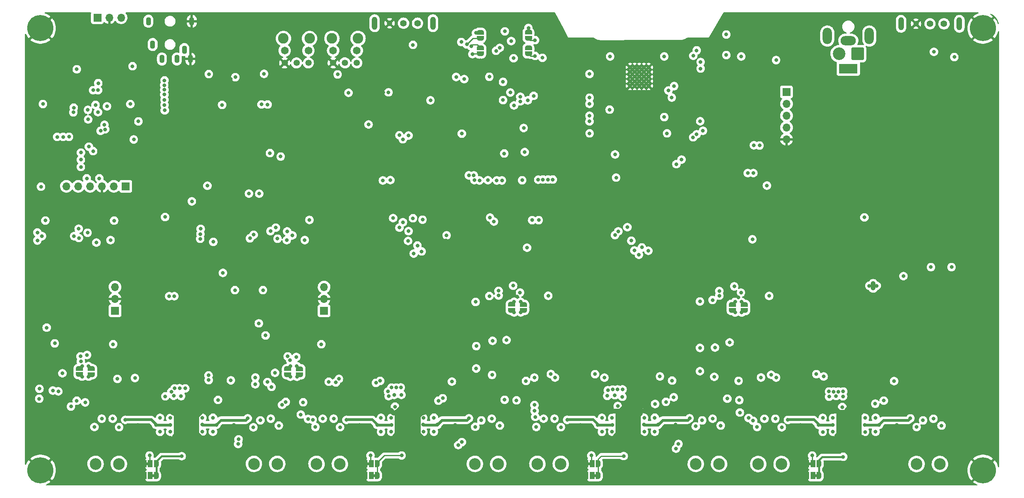
<source format=gbr>
%TF.GenerationSoftware,KiCad,Pcbnew,(6.0.4-0)*%
%TF.CreationDate,2022-05-25T01:46:17+02:00*%
%TF.ProjectId,decaVox,64656361-566f-4782-9e6b-696361645f70,rev?*%
%TF.SameCoordinates,Original*%
%TF.FileFunction,Copper,L4,Bot*%
%TF.FilePolarity,Positive*%
%FSLAX46Y46*%
G04 Gerber Fmt 4.6, Leading zero omitted, Abs format (unit mm)*
G04 Created by KiCad (PCBNEW (6.0.4-0)) date 2022-05-25 01:46:17*
%MOMM*%
%LPD*%
G01*
G04 APERTURE LIST*
G04 Aperture macros list*
%AMRoundRect*
0 Rectangle with rounded corners*
0 $1 Rounding radius*
0 $2 $3 $4 $5 $6 $7 $8 $9 X,Y pos of 4 corners*
0 Add a 4 corners polygon primitive as box body*
4,1,4,$2,$3,$4,$5,$6,$7,$8,$9,$2,$3,0*
0 Add four circle primitives for the rounded corners*
1,1,$1+$1,$2,$3*
1,1,$1+$1,$4,$5*
1,1,$1+$1,$6,$7*
1,1,$1+$1,$8,$9*
0 Add four rect primitives between the rounded corners*
20,1,$1+$1,$2,$3,$4,$5,0*
20,1,$1+$1,$4,$5,$6,$7,0*
20,1,$1+$1,$6,$7,$8,$9,0*
20,1,$1+$1,$8,$9,$2,$3,0*%
%AMFreePoly0*
4,1,22,0.550000,-0.750000,0.000000,-0.750000,0.000000,-0.745033,-0.079941,-0.743568,-0.215256,-0.701293,-0.333266,-0.622738,-0.424486,-0.514219,-0.481581,-0.384460,-0.499164,-0.250000,-0.500000,-0.250000,-0.500000,0.250000,-0.499164,0.250000,-0.499963,0.256109,-0.478152,0.396186,-0.417904,0.524511,-0.324060,0.630769,-0.204165,0.706417,-0.067858,0.745374,0.000000,0.744959,0.000000,0.750000,
0.550000,0.750000,0.550000,-0.750000,0.550000,-0.750000,$1*%
%AMFreePoly1*
4,1,20,0.000000,0.744959,0.073905,0.744508,0.209726,0.703889,0.328688,0.626782,0.421226,0.519385,0.479903,0.390333,0.500000,0.250000,0.500000,-0.250000,0.499851,-0.262216,0.476331,-0.402017,0.414519,-0.529596,0.319384,-0.634700,0.198574,-0.708877,0.061801,-0.746166,0.000000,-0.745033,0.000000,-0.750000,-0.550000,-0.750000,-0.550000,0.750000,0.000000,0.750000,0.000000,0.744959,
0.000000,0.744959,$1*%
%AMFreePoly2*
4,1,22,0.500000,-0.750000,0.000000,-0.750000,0.000000,-0.745033,-0.079941,-0.743568,-0.215256,-0.701293,-0.333266,-0.622738,-0.424486,-0.514219,-0.481581,-0.384460,-0.499164,-0.250000,-0.500000,-0.250000,-0.500000,0.250000,-0.499164,0.250000,-0.499963,0.256109,-0.478152,0.396186,-0.417904,0.524511,-0.324060,0.630769,-0.204165,0.706417,-0.067858,0.745374,0.000000,0.744959,0.000000,0.750000,
0.500000,0.750000,0.500000,-0.750000,0.500000,-0.750000,$1*%
%AMFreePoly3*
4,1,20,0.000000,0.744959,0.073905,0.744508,0.209726,0.703889,0.328688,0.626782,0.421226,0.519385,0.479903,0.390333,0.500000,0.250000,0.500000,-0.250000,0.499851,-0.262216,0.476331,-0.402017,0.414519,-0.529596,0.319384,-0.634700,0.198574,-0.708877,0.061801,-0.746166,0.000000,-0.745033,0.000000,-0.750000,-0.500000,-0.750000,-0.500000,0.750000,0.000000,0.750000,0.000000,0.744959,
0.000000,0.744959,$1*%
G04 Aperture macros list end*
%TA.AperFunction,ComponentPad*%
%ADD10C,2.500000*%
%TD*%
%TA.AperFunction,ComponentPad*%
%ADD11C,5.600000*%
%TD*%
%TA.AperFunction,ComponentPad*%
%ADD12R,1.700000X1.700000*%
%TD*%
%TA.AperFunction,ComponentPad*%
%ADD13O,1.700000X1.700000*%
%TD*%
%TA.AperFunction,ComponentPad*%
%ADD14C,1.346200*%
%TD*%
%TA.AperFunction,ComponentPad*%
%ADD15C,1.651000*%
%TD*%
%TA.AperFunction,ComponentPad*%
%ADD16C,2.260600*%
%TD*%
%TA.AperFunction,ComponentPad*%
%ADD17C,0.500000*%
%TD*%
%TA.AperFunction,SMDPad,CuDef*%
%ADD18R,5.450000X5.450000*%
%TD*%
%TA.AperFunction,ComponentPad*%
%ADD19C,1.400000*%
%TD*%
%TA.AperFunction,ComponentPad*%
%ADD20C,1.200000*%
%TD*%
%TA.AperFunction,ComponentPad*%
%ADD21O,1.208000X2.800000*%
%TD*%
%TA.AperFunction,ComponentPad*%
%ADD22RoundRect,0.250001X1.099999X1.099999X-1.099999X1.099999X-1.099999X-1.099999X1.099999X-1.099999X0*%
%TD*%
%TA.AperFunction,ComponentPad*%
%ADD23C,2.700000*%
%TD*%
%TA.AperFunction,ComponentPad*%
%ADD24O,1.100000X1.800000*%
%TD*%
%TA.AperFunction,ComponentPad*%
%ADD25R,4.000000X2.000000*%
%TD*%
%TA.AperFunction,ComponentPad*%
%ADD26O,3.300000X2.000000*%
%TD*%
%TA.AperFunction,ComponentPad*%
%ADD27O,2.000000X3.500000*%
%TD*%
%TA.AperFunction,ComponentPad*%
%ADD28C,0.800000*%
%TD*%
%TA.AperFunction,SMDPad,CuDef*%
%ADD29FreePoly0,180.000000*%
%TD*%
%TA.AperFunction,SMDPad,CuDef*%
%ADD30R,1.000000X1.500000*%
%TD*%
%TA.AperFunction,SMDPad,CuDef*%
%ADD31FreePoly1,180.000000*%
%TD*%
%TA.AperFunction,SMDPad,CuDef*%
%ADD32FreePoly0,0.000000*%
%TD*%
%TA.AperFunction,SMDPad,CuDef*%
%ADD33FreePoly1,0.000000*%
%TD*%
%TA.AperFunction,SMDPad,CuDef*%
%ADD34FreePoly2,270.000000*%
%TD*%
%TA.AperFunction,SMDPad,CuDef*%
%ADD35FreePoly3,270.000000*%
%TD*%
%TA.AperFunction,SMDPad,CuDef*%
%ADD36FreePoly2,90.000000*%
%TD*%
%TA.AperFunction,SMDPad,CuDef*%
%ADD37FreePoly3,90.000000*%
%TD*%
%TA.AperFunction,ViaPad*%
%ADD38C,0.800000*%
%TD*%
%TA.AperFunction,Conductor*%
%ADD39C,1.000000*%
%TD*%
%TA.AperFunction,Conductor*%
%ADD40C,4.000000*%
%TD*%
%TA.AperFunction,Conductor*%
%ADD41C,2.000000*%
%TD*%
%TA.AperFunction,Conductor*%
%ADD42C,0.254000*%
%TD*%
%TA.AperFunction,Conductor*%
%ADD43C,0.250000*%
%TD*%
%TA.AperFunction,Conductor*%
%ADD44C,0.400000*%
%TD*%
%TA.AperFunction,Conductor*%
%ADD45C,0.600000*%
%TD*%
G04 APERTURE END LIST*
%TO.C,JP45*%
G36*
X132442950Y-204455800D02*
G01*
X131942950Y-204455800D01*
X131942950Y-203855800D01*
X132442950Y-203855800D01*
X132442950Y-204455800D01*
G37*
%TO.C,JP50*%
G36*
X225827500Y-201913500D02*
G01*
X225327500Y-201913500D01*
X225327500Y-201313500D01*
X225827500Y-201313500D01*
X225827500Y-201913500D01*
G37*
%TO.C,JP48*%
G36*
X273158050Y-201925350D02*
G01*
X272658050Y-201925350D01*
X272658050Y-201325350D01*
X273158050Y-201325350D01*
X273158050Y-201925350D01*
G37*
%TO.C,JP46*%
G36*
X178494750Y-201915800D02*
G01*
X177994750Y-201915800D01*
X177994750Y-201315800D01*
X178494750Y-201315800D01*
X178494750Y-201915800D01*
G37*
%TO.C,JP44*%
G36*
X131138350Y-201915800D02*
G01*
X130638350Y-201915800D01*
X130638350Y-201315800D01*
X131138350Y-201315800D01*
X131138350Y-201915800D01*
G37*
%TO.C,JP51*%
G36*
X227132100Y-204453500D02*
G01*
X226632100Y-204453500D01*
X226632100Y-203853500D01*
X227132100Y-203853500D01*
X227132100Y-204453500D01*
G37*
%TO.C,JP49*%
G36*
X274462650Y-204465350D02*
G01*
X273962650Y-204465350D01*
X273962650Y-203865350D01*
X274462650Y-203865350D01*
X274462650Y-204465350D01*
G37*
%TO.C,JP47*%
G36*
X179799350Y-204455800D02*
G01*
X179299350Y-204455800D01*
X179299350Y-203855800D01*
X179799350Y-203855800D01*
X179799350Y-204455800D01*
G37*
%TD*%
D10*
%TO.P,J18,1,Pin_1*%
%TO.N,Net-(C193-Pad1)*%
X248448800Y-201662000D03*
%TO.P,J18,2,Pin_2*%
%TO.N,Net-(C194-Pad1)*%
X253448800Y-201662000D03*
%TD*%
D11*
%TO.P,H3,1,1*%
%TO.N,GND*%
X310000000Y-108254800D03*
%TD*%
D12*
%TO.P,J5,1,Pin_1*%
%TO.N,/ADC1*%
X120218200Y-105994200D03*
D13*
%TO.P,J5,2,Pin_2*%
%TO.N,GND*%
X122758200Y-105994200D03*
%TO.P,J5,3,Pin_3*%
%TO.N,/ADC0*%
X125298200Y-105994200D03*
%TD*%
D11*
%TO.P,H2,1,1*%
%TO.N,GND*%
X310000000Y-203000000D03*
%TD*%
%TO.P,H1,1,1*%
%TO.N,GND*%
X108000000Y-203000000D03*
%TD*%
D14*
%TO.P,J9,1,1*%
%TO.N,GND*%
X160350200Y-115692596D03*
%TO.P,J9,2,2*%
%TO.N,Net-(C33-Pad2)*%
X162890200Y-115692596D03*
%TO.P,J9,3,3*%
%TO.N,/OPTICAL_INPUT*%
X165430200Y-115692596D03*
D15*
%TO.P,J9,4,4*%
%TO.N,unconnected-(J9-Pad4)*%
X160350200Y-113062596D03*
%TO.P,J9,5,5*%
%TO.N,unconnected-(J9-Pad5)*%
X165430200Y-113062596D03*
D16*
%TO.P,J9,7*%
%TO.N,N/C*%
X160090201Y-110452596D03*
%TO.P,J9,8*%
X165690199Y-110452596D03*
%TD*%
D10*
%TO.P,J11,1,Pin_1*%
%TO.N,Net-(C89-Pad1)*%
X124825250Y-201664300D03*
%TO.P,J11,2,Pin_2*%
%TO.N,Net-(C90-Pad1)*%
X119825250Y-201664300D03*
%TD*%
D11*
%TO.P,H4,1,1*%
%TO.N,GND*%
X108000000Y-108254800D03*
%TD*%
D10*
%TO.P,J13,1,Pin_1*%
%TO.N,Net-(C123-Pad1)*%
X172181650Y-201664300D03*
%TO.P,J13,2,Pin_2*%
%TO.N,Net-(C124-Pad1)*%
X167181650Y-201664300D03*
%TD*%
%TO.P,J15,1,Pin_1*%
%TO.N,Net-(C157-Pad1)*%
X266844950Y-201673850D03*
%TO.P,J15,2,Pin_2*%
%TO.N,Net-(C158-Pad1)*%
X261844950Y-201673850D03*
%TD*%
D12*
%TO.P,J6,1,Pin_1*%
%TO.N,/DAC0_R*%
X124000000Y-168800000D03*
D13*
%TO.P,J6,2,Pin_2*%
%TO.N,GND*%
X124000000Y-166260000D03*
%TO.P,J6,3,Pin_3*%
%TO.N,/DAC0_L*%
X124000000Y-163720000D03*
%TD*%
D12*
%TO.P,J10,1,Pin_1*%
%TO.N,/DSP_RST*%
X126288800Y-142138400D03*
D13*
%TO.P,J10,2,Pin_2*%
%TO.N,Net-(J10-Pad2)*%
X123748800Y-142138400D03*
%TO.P,J10,3,Pin_3*%
%TO.N,GND*%
X121208800Y-142138400D03*
%TO.P,J10,4,Pin_4*%
%TO.N,/DSP Core/WP*%
X118668800Y-142138400D03*
%TO.P,J10,5,Pin_5*%
%TO.N,/DSP Core/SCL*%
X116128800Y-142138400D03*
%TO.P,J10,6,Pin_6*%
%TO.N,/DSP Core/SDA*%
X113588800Y-142138400D03*
%TD*%
D17*
%TO.P,U11,65,PAD*%
%TO.N,GND*%
X184212500Y-191608200D03*
X186650900Y-195215000D03*
X186650900Y-190338200D03*
X187920900Y-191608200D03*
X184212500Y-194046600D03*
X189089300Y-190338200D03*
X187920900Y-194046600D03*
X184212500Y-192776600D03*
X185380900Y-194046600D03*
X185380900Y-191608200D03*
X187920900Y-195215000D03*
X185380900Y-192776600D03*
X189089300Y-195215000D03*
X189089300Y-191608200D03*
X189089300Y-194046600D03*
X185380900Y-195215000D03*
X189089300Y-192776600D03*
X186650900Y-192776600D03*
X186650900Y-191608200D03*
X185380900Y-190338200D03*
D18*
X186650900Y-192776600D03*
D17*
X187920900Y-190338200D03*
X186650900Y-194046600D03*
X184212500Y-195215000D03*
X184212500Y-190338200D03*
X187920900Y-192776600D03*
%TD*%
D19*
%TO.P,SW1,1,A*%
%TO.N,/ENA_BUCK_O*%
X301650000Y-107300000D03*
%TO.P,SW1,2,B*%
%TO.N,Net-(R3-Pad1)*%
X298650000Y-107300000D03*
D20*
%TO.P,SW1,3,C*%
%TO.N,GND*%
X295650000Y-107300000D03*
D21*
%TO.P,SW1,4*%
%TO.N,N/C*%
X304950000Y-107300000D03*
X292450000Y-107300000D03*
%TD*%
D12*
%TO.P,J7,1,Pin_1*%
%TO.N,/DAC1_R*%
X168800000Y-168825000D03*
D13*
%TO.P,J7,2,Pin_2*%
%TO.N,GND*%
X168800000Y-166285000D03*
%TO.P,J7,3,Pin_3*%
%TO.N,/DAC1_L*%
X168800000Y-163745000D03*
%TD*%
D17*
%TO.P,U13,65,PAD*%
%TO.N,GND*%
X235253650Y-195212700D03*
X233983650Y-195212700D03*
X232713650Y-194044300D03*
X233983650Y-190335900D03*
X235253650Y-190335900D03*
X231545250Y-194044300D03*
X232713650Y-191605900D03*
X236422050Y-190335900D03*
X231545250Y-190335900D03*
X231545250Y-191605900D03*
X236422050Y-192774300D03*
X231545250Y-195212700D03*
X235253650Y-192774300D03*
X235253650Y-191605900D03*
X236422050Y-194044300D03*
X232713650Y-192774300D03*
X236422050Y-195212700D03*
X235253650Y-194044300D03*
X232713650Y-195212700D03*
X232713650Y-190335900D03*
X231545250Y-192774300D03*
X233983650Y-191605900D03*
X233983650Y-192774300D03*
D18*
X233983650Y-192774300D03*
D17*
X233983650Y-194044300D03*
X236422050Y-191605900D03*
%TD*%
D10*
%TO.P,J14,1,Pin_1*%
%TO.N,Net-(C125-Pad1)*%
X201116050Y-201664300D03*
%TO.P,J14,2,Pin_2*%
%TO.N,Net-(C126-Pad1)*%
X206116050Y-201664300D03*
%TD*%
%TO.P,J16,1,Pin_1*%
%TO.N,Net-(C159-Pad1)*%
X295779350Y-201673850D03*
%TO.P,J16,2,Pin_2*%
%TO.N,Net-(C160-Pad1)*%
X300779350Y-201673850D03*
%TD*%
D22*
%TO.P,J3,1,Pin_1*%
%TO.N,/DC Protection/VCC_IN*%
X283130000Y-113725000D03*
D23*
%TO.P,J3,2,Pin_2*%
%TO.N,/DC Protection/GND_IN*%
X279170000Y-113725000D03*
%TD*%
D10*
%TO.P,J12,1,Pin_1*%
%TO.N,Net-(C91-Pad1)*%
X153759650Y-201664300D03*
%TO.P,J12,2,Pin_2*%
%TO.N,Net-(C92-Pad1)*%
X158759650Y-201664300D03*
%TD*%
D19*
%TO.P,SW2,1,A*%
%TO.N,+3V3*%
X188827400Y-107181800D03*
%TO.P,SW2,2,B*%
%TO.N,Net-(R2-Pad2)*%
X185827400Y-107181800D03*
D20*
%TO.P,SW2,3,C*%
%TO.N,GND*%
X182827400Y-107181800D03*
D21*
%TO.P,SW2,4*%
%TO.N,N/C*%
X192127400Y-107181800D03*
X179627400Y-107181800D03*
%TD*%
D10*
%TO.P,J17,1,Pin_1*%
%TO.N,Net-(C191-Pad1)*%
X219514400Y-201662000D03*
%TO.P,J17,2,Pin_2*%
%TO.N,Net-(C192-Pad1)*%
X214514400Y-201662000D03*
%TD*%
D24*
%TO.P,CN1,1,1*%
%TO.N,GND*%
X140450000Y-106750000D03*
%TO.P,CN1,2,2*%
%TO.N,/ADC0*%
X132050000Y-111750000D03*
%TO.P,CN1,3,3*%
%TO.N,unconnected-(CN1-Pad3)*%
X131150000Y-106750000D03*
%TO.P,CN1,4,4*%
%TO.N,/ADC1*%
X137250000Y-114850000D03*
%TO.P,CN1,5,5*%
%TO.N,unconnected-(CN1-Pad5)*%
X134050000Y-114850000D03*
%TO.P,CN1,6,6*%
%TO.N,unconnected-(CN1-Pad6)*%
X138850000Y-112850000D03*
%TO.P,CN1,7,7*%
%TO.N,GND*%
X140150000Y-114850000D03*
%TD*%
D17*
%TO.P,U12,65,PAD*%
%TO.N,GND*%
X282584200Y-194056150D03*
D18*
X281314200Y-192786150D03*
D17*
X280044200Y-192786150D03*
X280044200Y-190347750D03*
X280044200Y-191617750D03*
X282584200Y-192786150D03*
X281314200Y-195224550D03*
X283752600Y-191617750D03*
X281314200Y-191617750D03*
X278875800Y-194056150D03*
X278875800Y-192786150D03*
X281314200Y-190347750D03*
X278875800Y-191617750D03*
X282584200Y-190347750D03*
X282584200Y-191617750D03*
X282584200Y-195224550D03*
X281314200Y-194056150D03*
X283752600Y-192786150D03*
X280044200Y-195224550D03*
X281314200Y-192786150D03*
X283752600Y-194056150D03*
X283752600Y-190347750D03*
X278875800Y-190347750D03*
X283752600Y-195224550D03*
X280044200Y-194056150D03*
X278875800Y-195224550D03*
%TD*%
D25*
%TO.P,J4,1*%
%TO.N,/DC Protection/VCC_IN*%
X281150000Y-116920400D03*
D26*
%TO.P,J4,2*%
%TO.N,/DC Protection/GND_IN*%
X281150000Y-110920400D03*
D27*
%TO.P,J4,MP*%
%TO.N,N/C*%
X276650000Y-109920400D03*
X285650000Y-109920400D03*
%TD*%
D14*
%TO.P,J8,1,1*%
%TO.N,GND*%
X170738800Y-115666396D03*
%TO.P,J8,2,2*%
%TO.N,Net-(C32-Pad2)*%
X173278800Y-115666396D03*
%TO.P,J8,3,3*%
%TO.N,Net-(J8-Pad3)*%
X175818800Y-115666396D03*
D15*
%TO.P,J8,4,4*%
%TO.N,unconnected-(J8-Pad4)*%
X170738800Y-113036396D03*
%TO.P,J8,5,5*%
%TO.N,unconnected-(J8-Pad5)*%
X175818800Y-113036396D03*
D16*
%TO.P,J8,7*%
%TO.N,N/C*%
X170478801Y-110426396D03*
%TO.P,J8,8*%
X176078799Y-110426396D03*
%TD*%
D28*
%TO.P,U14,39,GND*%
%TO.N,GND*%
X237363800Y-120614800D03*
X235363800Y-118614800D03*
X238363800Y-119614800D03*
X237363800Y-119614800D03*
X235363800Y-117614800D03*
X235363800Y-116614800D03*
X235363800Y-119614800D03*
X238363800Y-117614800D03*
X237363800Y-117614800D03*
X234363800Y-117614800D03*
X238363800Y-116614800D03*
X236363800Y-116614800D03*
X235363800Y-120614800D03*
X238363800Y-120614800D03*
X234363800Y-118614800D03*
X236363800Y-117614800D03*
X237363800Y-116614800D03*
X236363800Y-119614800D03*
X234363800Y-120614800D03*
X236363800Y-118614800D03*
X234363800Y-116614800D03*
X238363800Y-118614800D03*
X236363800Y-120614800D03*
X234363800Y-119614800D03*
X237363800Y-118614800D03*
%TD*%
D17*
%TO.P,U10,65,PAD*%
%TO.N,GND*%
X141732900Y-194046600D03*
X139294500Y-194046600D03*
X141732900Y-190338200D03*
X138024500Y-192776600D03*
X136856100Y-191608200D03*
X139294500Y-190338200D03*
X136856100Y-190338200D03*
X140564500Y-194046600D03*
X139294500Y-195215000D03*
X141732900Y-192776600D03*
X139294500Y-191608200D03*
X141732900Y-195215000D03*
X138024500Y-195215000D03*
X139294500Y-192776600D03*
X136856100Y-192776600D03*
X138024500Y-190338200D03*
D18*
X139294500Y-192776600D03*
D17*
X141732900Y-191608200D03*
X136856100Y-195215000D03*
X140564500Y-191608200D03*
X140564500Y-190338200D03*
X140564500Y-195215000D03*
X140564500Y-192776600D03*
X138024500Y-191608200D03*
X136856100Y-194046600D03*
X138024500Y-194046600D03*
%TD*%
D12*
%TO.P,J2,1,Pin_1*%
%TO.N,/TXD*%
X267898400Y-121900000D03*
D13*
%TO.P,J2,2,Pin_2*%
%TO.N,/RXD*%
X267898400Y-124440000D03*
%TO.P,J2,3,Pin_3*%
%TO.N,/GPIO0*%
X267898400Y-126980000D03*
%TO.P,J2,4,Pin_4*%
%TO.N,/ESP_RST*%
X267898400Y-129520000D03*
%TO.P,J2,5,Pin_5*%
%TO.N,GND*%
X267898400Y-132060000D03*
%TD*%
D29*
%TO.P,JP45,1,A*%
%TO.N,+5V*%
X132842950Y-204155800D03*
D30*
%TO.P,JP45,2,C*%
%TO.N,/Amplifier #0/MSEL0*%
X131542950Y-204155800D03*
D31*
%TO.P,JP45,3,B*%
%TO.N,GND*%
X130242950Y-204155800D03*
%TD*%
D32*
%TO.P,JP50,1,A*%
%TO.N,GND*%
X224927500Y-201613500D03*
D30*
%TO.P,JP50,2,C*%
%TO.N,/Amplifier #3/MSEL1*%
X226227500Y-201613500D03*
D33*
%TO.P,JP50,3,B*%
%TO.N,+5V*%
X227527500Y-201613500D03*
%TD*%
D34*
%TO.P,JP27,1,A*%
%TO.N,/GPIO0*%
X212598000Y-109088400D03*
D35*
%TO.P,JP27,2,B*%
%TO.N,/MCLK_IN*%
X212598000Y-110388400D03*
%TD*%
D32*
%TO.P,JP48,1,A*%
%TO.N,GND*%
X272258050Y-201625350D03*
D30*
%TO.P,JP48,2,C*%
%TO.N,/Amplifier #2/MSEL1*%
X273558050Y-201625350D03*
D33*
%TO.P,JP48,3,B*%
%TO.N,+5V*%
X274858050Y-201625350D03*
%TD*%
D34*
%TO.P,JP25,1,A*%
%TO.N,/ESP_LRCLK*%
X202285600Y-112460800D03*
D35*
%TO.P,JP25,2,B*%
%TO.N,/LRCLK_IN*%
X202285600Y-113760800D03*
%TD*%
D36*
%TO.P,JP54,1,A*%
%TO.N,/DAC1_L*%
X161010600Y-182524700D03*
D37*
%TO.P,JP54,2,B*%
%TO.N,/DAC1 + Volume Cntrl.1/OUT_L*%
X161010600Y-181224700D03*
%TD*%
D32*
%TO.P,JP46,1,A*%
%TO.N,GND*%
X177594750Y-201615800D03*
D30*
%TO.P,JP46,2,C*%
%TO.N,/Amplifier #1/MSEL1*%
X178894750Y-201615800D03*
D33*
%TO.P,JP46,3,B*%
%TO.N,+5V*%
X180194750Y-201615800D03*
%TD*%
D34*
%TO.P,JP26,1,A*%
%TO.N,/ESP_SDATA*%
X212598000Y-112451600D03*
D35*
%TO.P,JP26,2,B*%
%TO.N,/SDATA0_IN*%
X212598000Y-113751600D03*
%TD*%
D36*
%TO.P,JP55,1,A*%
%TO.N,/DAC1_R*%
X163550600Y-182550100D03*
D37*
%TO.P,JP55,2,B*%
%TO.N,/DAC1 + Volume Cntrl.1/OUT_R*%
X163550600Y-181250100D03*
%TD*%
D36*
%TO.P,JP52,1,A*%
%TO.N,/DAC0_L*%
X116357400Y-182499300D03*
D37*
%TO.P,JP52,2,B*%
%TO.N,/DAC0 + Volume Cntrl./OUT_L*%
X116357400Y-181199300D03*
%TD*%
D36*
%TO.P,JP57,1,A*%
%TO.N,/DAC2_R*%
X258851400Y-168772600D03*
D37*
%TO.P,JP57,2,B*%
%TO.N,/DAC2 + Volume Cntrl.1/OUT_R*%
X258851400Y-167472600D03*
%TD*%
D34*
%TO.P,JP24,1,A*%
%TO.N,/ESP_BCLK*%
X202285600Y-109128800D03*
D35*
%TO.P,JP24,2,B*%
%TO.N,/BCLK_IN*%
X202285600Y-110428800D03*
%TD*%
D36*
%TO.P,JP53,1,A*%
%TO.N,/DAC0_R*%
X118897400Y-182524700D03*
D37*
%TO.P,JP53,2,B*%
%TO.N,/DAC0 + Volume Cntrl./OUT_R*%
X118897400Y-181224700D03*
%TD*%
D32*
%TO.P,JP44,1,A*%
%TO.N,GND*%
X130238350Y-201615800D03*
D30*
%TO.P,JP44,2,C*%
%TO.N,/Amplifier #0/MSEL1*%
X131538350Y-201615800D03*
D33*
%TO.P,JP44,3,B*%
%TO.N,+5V*%
X132838350Y-201615800D03*
%TD*%
D29*
%TO.P,JP51,1,A*%
%TO.N,+5V*%
X227532100Y-204153500D03*
D30*
%TO.P,JP51,2,C*%
%TO.N,/Amplifier #3/MSEL0*%
X226232100Y-204153500D03*
D31*
%TO.P,JP51,3,B*%
%TO.N,GND*%
X224932100Y-204153500D03*
%TD*%
D29*
%TO.P,JP49,1,A*%
%TO.N,+5V*%
X274862650Y-204165350D03*
D30*
%TO.P,JP49,2,C*%
%TO.N,/Amplifier #2/MSEL0*%
X273562650Y-204165350D03*
D31*
%TO.P,JP49,3,B*%
%TO.N,GND*%
X272262650Y-204165350D03*
%TD*%
D29*
%TO.P,JP47,1,A*%
%TO.N,+5V*%
X180199350Y-204155800D03*
D30*
%TO.P,JP47,2,C*%
%TO.N,/Amplifier #1/MSEL0*%
X178899350Y-204155800D03*
D31*
%TO.P,JP47,3,B*%
%TO.N,GND*%
X177599350Y-204155800D03*
%TD*%
D36*
%TO.P,JP58,1,A*%
%TO.N,/DAC3_L*%
X208965800Y-168721800D03*
D37*
%TO.P,JP58,2,B*%
%TO.N,/DAC3 + Volume Cntrl.2/OUT_L*%
X208965800Y-167421800D03*
%TD*%
D36*
%TO.P,JP56,1,A*%
%TO.N,/DAC2_L*%
X256311400Y-168747200D03*
D37*
%TO.P,JP56,2,B*%
%TO.N,/DAC2 + Volume Cntrl.1/OUT_L*%
X256311400Y-167447200D03*
%TD*%
D36*
%TO.P,JP59,1,A*%
%TO.N,/DAC3_R*%
X211505800Y-168747200D03*
D37*
%TO.P,JP59,2,B*%
%TO.N,/DAC3 + Volume Cntrl.2/OUT_R*%
X211505800Y-167447200D03*
%TD*%
D38*
%TO.N,GND*%
X166653502Y-129800000D03*
X222253502Y-174600000D03*
X290653502Y-174400000D03*
X148434800Y-166800000D03*
X279034800Y-179200000D03*
X198346498Y-174565200D03*
X282000000Y-180165200D03*
X288834800Y-172146498D03*
X149870100Y-117257300D03*
X280000000Y-180165200D03*
X149400000Y-166800000D03*
X176352200Y-117779800D03*
X261077000Y-175736600D03*
X189200000Y-180165200D03*
X200500000Y-149900000D03*
X291846000Y-152146000D03*
X167400000Y-182800000D03*
X196453502Y-167834800D03*
X295434800Y-171365200D03*
X200834800Y-170200000D03*
X128634800Y-167834800D03*
X244634800Y-168234800D03*
X222434800Y-139034800D03*
X198625114Y-154874886D03*
X148434800Y-167765200D03*
X189200000Y-181146498D03*
X112000000Y-179700000D03*
X289800000Y-171165200D03*
X248946498Y-169165200D03*
X148434800Y-174565200D03*
X271600000Y-173434800D03*
X132000000Y-157000000D03*
X167634800Y-129800000D03*
X223234800Y-174600000D03*
X150469600Y-188112400D03*
X284683200Y-157327600D03*
X172600000Y-172346498D03*
X251600000Y-159834800D03*
X186746498Y-178165200D03*
X302276098Y-167436800D03*
X279034800Y-181146498D03*
X221800000Y-154434800D03*
X257708400Y-179070000D03*
X137034800Y-180946498D03*
X289800000Y-170200000D03*
X131034800Y-156034800D03*
X197840600Y-188061600D03*
X281034800Y-181146498D03*
X194234800Y-128200000D03*
X173053502Y-154234800D03*
X198346498Y-173600000D03*
X271400000Y-168034800D03*
X153053502Y-137434800D03*
X299313600Y-167436800D03*
X172400000Y-177400000D03*
X198400000Y-168800000D03*
X195200000Y-128200000D03*
X296400000Y-172346498D03*
X175834800Y-167834800D03*
X291846000Y-151180800D03*
X176400000Y-193300000D03*
X222253502Y-167834800D03*
X231834800Y-181146498D03*
X280365200Y-177200000D03*
X219853502Y-155400000D03*
X234435479Y-138070887D03*
X284632400Y-155464098D03*
X149885400Y-114564900D03*
X223234800Y-173634800D03*
X170468783Y-118470190D03*
X280000000Y-179200000D03*
X138000000Y-137234800D03*
X174034800Y-155200000D03*
X269653502Y-174400000D03*
X290864702Y-149250400D03*
X253200000Y-116434800D03*
X233834800Y-180200000D03*
X290864702Y-151180800D03*
X236800000Y-179200000D03*
X233834800Y-181181298D03*
X200834800Y-172146498D03*
X266834800Y-149034800D03*
X188234800Y-180165200D03*
X270634800Y-174400000D03*
X128965200Y-188000000D03*
X253200000Y-115400000D03*
X172400000Y-176400000D03*
X175000000Y-154234800D03*
X282000000Y-181146498D03*
X252200000Y-117400000D03*
X142000000Y-179000000D03*
X172600000Y-171365200D03*
X136053502Y-138200000D03*
X186234800Y-180165200D03*
X301260098Y-167436800D03*
X139034800Y-179965200D03*
X301244000Y-162661600D03*
X175834800Y-168800000D03*
X270434800Y-169000000D03*
X223400000Y-140000000D03*
X296400000Y-171365200D03*
X289800000Y-172146498D03*
X270434800Y-168034800D03*
X149400000Y-175546498D03*
X154034800Y-138400000D03*
X232800000Y-179200000D03*
X232600000Y-135700000D03*
X211023200Y-178943000D03*
X138000000Y-179965200D03*
X121555780Y-177400000D03*
X302260000Y-161696400D03*
X249653502Y-159834800D03*
X301260098Y-166471600D03*
X269400000Y-140834800D03*
X112029322Y-147304800D03*
X291053502Y-168600000D03*
X284683200Y-159359600D03*
X253200000Y-117400000D03*
X281034800Y-180165200D03*
X289255200Y-160985200D03*
X200500000Y-148900000D03*
X176800000Y-167834800D03*
X154076400Y-124587000D03*
X129946498Y-173600000D03*
X284683200Y-161306098D03*
X291846000Y-153060400D03*
X289255200Y-158750000D03*
X194234800Y-127234800D03*
X290864702Y-148336000D03*
X273200000Y-181000000D03*
X260273800Y-163804600D03*
X222434800Y-140000000D03*
X127653502Y-168800000D03*
X284683200Y-158343600D03*
X284632400Y-154482800D03*
X159766000Y-175270700D03*
X280000000Y-181146498D03*
X144434800Y-167765200D03*
X236800000Y-180165200D03*
X158877000Y-124994200D03*
X181496064Y-121996200D03*
X201800000Y-170200000D03*
X194900000Y-153800000D03*
X232555900Y-136512600D03*
X138000000Y-180946498D03*
X293000000Y-167634800D03*
X138365200Y-177965200D03*
X258318000Y-128778000D03*
X252374400Y-154127200D03*
X248946498Y-168200000D03*
X168600000Y-129800000D03*
X185765200Y-178165200D03*
X177000000Y-174600000D03*
X293827200Y-148336000D03*
X140000000Y-179965200D03*
X189200000Y-179200000D03*
X234800000Y-181181298D03*
X266834800Y-150000000D03*
X138365200Y-177000000D03*
X221453502Y-139034800D03*
X186234800Y-179200000D03*
X291846000Y-149250400D03*
X249000000Y-172146498D03*
X283034800Y-180165200D03*
X184234800Y-181146498D03*
X293827200Y-151180800D03*
X124950000Y-117150000D03*
X140000000Y-179000000D03*
X193253502Y-127234800D03*
X126771400Y-131775200D03*
X299313600Y-166471600D03*
X175000000Y-155200000D03*
X264600000Y-136700000D03*
X292455600Y-188061600D03*
X115112800Y-175245300D03*
X292034800Y-167634800D03*
X186234800Y-181146498D03*
X174034800Y-154234800D03*
X137034800Y-137234800D03*
X248034800Y-172146498D03*
X177571400Y-117779800D03*
X184234800Y-180165200D03*
X244634800Y-169200000D03*
X162483800Y-167752300D03*
X291600000Y-162600000D03*
X232453502Y-178200000D03*
X128000000Y-173600000D03*
X119200000Y-158850000D03*
X142000000Y-180946498D03*
X226200000Y-181000000D03*
X138000000Y-138200000D03*
X223750000Y-193300000D03*
X196400000Y-173600000D03*
X123100000Y-182700000D03*
X267400000Y-171165200D03*
X141034800Y-179965200D03*
X293000000Y-168600000D03*
X196850000Y-193278999D03*
X148818600Y-119152200D03*
X291634800Y-174400000D03*
X188234800Y-179200000D03*
X185200000Y-180165200D03*
X155000000Y-137434800D03*
X292600000Y-174400000D03*
X155100000Y-179200000D03*
X231834800Y-179200000D03*
X233434800Y-177234800D03*
X197434800Y-167834800D03*
X264600000Y-135800000D03*
X232800000Y-181146498D03*
X292811200Y-151180800D03*
X127653502Y-167834800D03*
X201800000Y-172146498D03*
X219853502Y-154434800D03*
X245160800Y-188087000D03*
X185200000Y-181146498D03*
X187200000Y-180165200D03*
X280365200Y-178165200D03*
X142000000Y-179965200D03*
X130634800Y-170400000D03*
X218834800Y-171946498D03*
X155000000Y-138400000D03*
X137034800Y-179965200D03*
X252200000Y-115400000D03*
X234400000Y-178200000D03*
X123926600Y-127838200D03*
X144434800Y-168746498D03*
X213299600Y-175108000D03*
X175053502Y-173634800D03*
X290864702Y-153060400D03*
X258699000Y-178841400D03*
X131600000Y-171365200D03*
X210210400Y-179451000D03*
X299297502Y-162661600D03*
X139034800Y-179000000D03*
X177000000Y-173634800D03*
X174853502Y-168800000D03*
X250634800Y-160800000D03*
X182041800Y-123875800D03*
X128965200Y-173600000D03*
X124800000Y-120800000D03*
X294843200Y-148336000D03*
X267453502Y-141800000D03*
X267400000Y-172146498D03*
X152755600Y-124637800D03*
X131600000Y-170400000D03*
X206600000Y-150000000D03*
X152730200Y-117628200D03*
X268434800Y-141800000D03*
X196400000Y-174565200D03*
X258470400Y-179781200D03*
X153053502Y-138400000D03*
X242400000Y-180400000D03*
X224200000Y-168800000D03*
X174853502Y-167834800D03*
X284000000Y-179200000D03*
X266434800Y-171165200D03*
X220834800Y-154434800D03*
X231834800Y-180165200D03*
X176034800Y-173634800D03*
X254406400Y-127711200D03*
X292811200Y-149250400D03*
X210185000Y-178485800D03*
X292600000Y-173434800D03*
X200834800Y-171165200D03*
X222253502Y-168800000D03*
X302276098Y-166471600D03*
X257657600Y-162128200D03*
X149400000Y-168746498D03*
X235834800Y-179200000D03*
X241700000Y-140859580D03*
X288834800Y-171165200D03*
X153400000Y-131000000D03*
X185191400Y-118049200D03*
X206600000Y-149200000D03*
X233434800Y-178200000D03*
X243653502Y-168234800D03*
X269653502Y-173434800D03*
X234400000Y-177234800D03*
X128000000Y-188000000D03*
X265853502Y-150000000D03*
X267800000Y-149034800D03*
X279400000Y-177200000D03*
X292811200Y-150215600D03*
X291634800Y-173434800D03*
X288834800Y-170200000D03*
X224200000Y-167834800D03*
X290653502Y-173434800D03*
X145400000Y-167765200D03*
X148434800Y-173600000D03*
X290864702Y-150215600D03*
X178400000Y-182200000D03*
X219800000Y-170965200D03*
X162600000Y-158900000D03*
X293827200Y-153060400D03*
X292811200Y-153060400D03*
X219800000Y-171946498D03*
X128965200Y-174565200D03*
X171634800Y-170400000D03*
X301244000Y-161696400D03*
X145400000Y-168746498D03*
X294843200Y-151180800D03*
X223234800Y-167834800D03*
X226200000Y-180034800D03*
X110008750Y-147101600D03*
X243450000Y-153800000D03*
X130053502Y-156034800D03*
X141034800Y-180946498D03*
X165500000Y-176700000D03*
X149500000Y-193269599D03*
X178400000Y-180200000D03*
X198400000Y-167834800D03*
X185200000Y-179200000D03*
X114400000Y-186800000D03*
X221453502Y-140000000D03*
X295434800Y-172346498D03*
X303292098Y-166471600D03*
X149400000Y-173600000D03*
X118000000Y-158850000D03*
X300278800Y-161696400D03*
X289255200Y-159969200D03*
X111607600Y-138074400D03*
X295434800Y-170400000D03*
X185765200Y-177200000D03*
X267800000Y-150000000D03*
X224200000Y-173634800D03*
X239000000Y-140859580D03*
X176800000Y-168800000D03*
X110001917Y-146117788D03*
X303276000Y-161696400D03*
X220834800Y-155400000D03*
X130053502Y-157000000D03*
X129946498Y-174565200D03*
X137400000Y-177965200D03*
X300278800Y-162661600D03*
X117830600Y-167726900D03*
X137034800Y-138200000D03*
X234800000Y-179234800D03*
X124900000Y-119150000D03*
X137034800Y-179000000D03*
X131034800Y-157000000D03*
X257581400Y-165938200D03*
X250634800Y-159834800D03*
X234800000Y-180200000D03*
X167634800Y-128834800D03*
X232800000Y-180165200D03*
X232555900Y-137325400D03*
X284683200Y-160324800D03*
X116850000Y-122850000D03*
X130634800Y-171365200D03*
X302260000Y-162661600D03*
X139034800Y-180946498D03*
X163750000Y-158850000D03*
X283034800Y-181146498D03*
X197434800Y-168800000D03*
X154034800Y-137434800D03*
X243653502Y-169200000D03*
X203809600Y-154178000D03*
X221800000Y-155400000D03*
X207416400Y-136398000D03*
X197365200Y-174565200D03*
X291550000Y-193278999D03*
X184234800Y-179200000D03*
X129600000Y-168800000D03*
X235834800Y-180165200D03*
X131600000Y-172346498D03*
X141034800Y-179000000D03*
X148434800Y-175546498D03*
X270912250Y-193303400D03*
X284000000Y-181146498D03*
X291053502Y-167634800D03*
X149400000Y-167765200D03*
X158699200Y-118999000D03*
X218834800Y-170965200D03*
X206000000Y-158700000D03*
X252200000Y-116434800D03*
X284632400Y-153517600D03*
X292811200Y-148336000D03*
X248034800Y-170200000D03*
X254200000Y-116400000D03*
X148434800Y-168746498D03*
X303276000Y-162661600D03*
X224200000Y-174600000D03*
X266434800Y-170200000D03*
X235834800Y-181146498D03*
X281346498Y-178165200D03*
X300294898Y-166471600D03*
X279034800Y-180165200D03*
X149400000Y-174565200D03*
X232453502Y-177234800D03*
X201800000Y-171165200D03*
X236800000Y-181146498D03*
X207416400Y-137515600D03*
X136053502Y-137234800D03*
X140000000Y-180946498D03*
X183952000Y-123907650D03*
X269453502Y-168034800D03*
X209372200Y-164947600D03*
X114000000Y-187600000D03*
X144434800Y-166800000D03*
X173053502Y-155200000D03*
X183769000Y-118049200D03*
X299297502Y-161696400D03*
X300294898Y-167436800D03*
X256819400Y-165176200D03*
X223400000Y-139034800D03*
X171634800Y-172346498D03*
X284632400Y-152501600D03*
X188234800Y-181146498D03*
X244150000Y-193250000D03*
X291846000Y-150215600D03*
X213487000Y-163601400D03*
X166653502Y-128834800D03*
X271600000Y-174400000D03*
X210210400Y-165785800D03*
X163957000Y-118999000D03*
X266434800Y-172146498D03*
X249653502Y-160800000D03*
X210642200Y-162153600D03*
X123088400Y-127838200D03*
X178400000Y-181234800D03*
X279400000Y-178165200D03*
X247965200Y-169165200D03*
X180873400Y-114782600D03*
X249000000Y-170200000D03*
X267453502Y-140834800D03*
X284632400Y-151485600D03*
X273200000Y-180034800D03*
X218834800Y-170000000D03*
X172600000Y-170400000D03*
X233834800Y-179234800D03*
X283034800Y-179200000D03*
X247965200Y-168200000D03*
X187200000Y-181146498D03*
X121554208Y-133015599D03*
X132000000Y-156034800D03*
X269453502Y-169000000D03*
X284000000Y-180165200D03*
X282000000Y-179200000D03*
X219800000Y-170000000D03*
X243450000Y-152700000D03*
X168600000Y-128834800D03*
X186746498Y-177200000D03*
X251600000Y-160800000D03*
X271400000Y-169000000D03*
X116750000Y-133000000D03*
X294843200Y-149250400D03*
X171634800Y-171365200D03*
X261823200Y-127660400D03*
X265853502Y-149034800D03*
X290864702Y-152146000D03*
X114147600Y-138023600D03*
X145400000Y-166800000D03*
X139346498Y-177000000D03*
X268434800Y-140834800D03*
X291846000Y-148336000D03*
X294843200Y-152146000D03*
X269400000Y-141800000D03*
X128879600Y-193294000D03*
X242400000Y-181434800D03*
X130634800Y-172346498D03*
X137400000Y-177000000D03*
X110388400Y-138074400D03*
X184800000Y-178165200D03*
X195200000Y-127234800D03*
X139346498Y-177965200D03*
X296400000Y-170400000D03*
X164363400Y-124994200D03*
X138000000Y-179000000D03*
X222253502Y-173634800D03*
X128634800Y-168800000D03*
X248034800Y-171165200D03*
X156800000Y-172600000D03*
X293827200Y-150215600D03*
X177055641Y-124069173D03*
X186715400Y-118100000D03*
X184800000Y-177200000D03*
X196453502Y-168800000D03*
X128000000Y-174565200D03*
X249000000Y-171165200D03*
X293827200Y-152146000D03*
X176034800Y-174600000D03*
X242400000Y-182400000D03*
X292034800Y-168600000D03*
X294843200Y-150215600D03*
X281346498Y-177200000D03*
X223234800Y-168800000D03*
X289255200Y-157683200D03*
X267400000Y-170200000D03*
X197365200Y-173600000D03*
X129600000Y-167834800D03*
X178481314Y-124701900D03*
X293827200Y-149250400D03*
X292811200Y-152146000D03*
X175053502Y-174600000D03*
X193253502Y-128200000D03*
X187200000Y-179200000D03*
X303292098Y-167436800D03*
X112928400Y-138049000D03*
X281034800Y-179200000D03*
X270634800Y-173434800D03*
%TO.N,/ENA_BUCK*%
X303875600Y-114437900D03*
X303276000Y-159461200D03*
X298856400Y-159461200D03*
X292963600Y-161391600D03*
%TO.N,+5V*%
X231724200Y-189255400D03*
X280060400Y-200126600D03*
X286461200Y-163955820D03*
X138277600Y-199999600D03*
X196189600Y-183997600D03*
X285648400Y-163474400D03*
X265684000Y-115087400D03*
X287223200Y-163474400D03*
X194230250Y-187584200D03*
X242061351Y-188355039D03*
X288747200Y-188087000D03*
X286461200Y-163017200D03*
X290957000Y-183896000D03*
X233019600Y-199974200D03*
X231394000Y-140284200D03*
X148818600Y-183743600D03*
X184002309Y-189375584D03*
X109067600Y-149479000D03*
X243382800Y-183794400D03*
X123800000Y-149500000D03*
X185420000Y-199847200D03*
X279852381Y-189461648D03*
%TO.N,VCC*%
X299500000Y-113300000D03*
X284600000Y-148800000D03*
%TO.N,+3V3*%
X209321400Y-163449000D03*
X203911200Y-140817600D03*
X118000000Y-178300000D03*
X211251800Y-140843000D03*
X263700000Y-141980280D03*
X210794600Y-164922200D03*
X171700000Y-118150000D03*
X178333400Y-128879600D03*
X264185400Y-165633400D03*
X245411600Y-136411600D03*
X256708200Y-163591800D03*
X145059400Y-154051000D03*
X207543400Y-108915200D03*
X260600000Y-153500000D03*
X143800000Y-142011400D03*
X162839400Y-178725100D03*
X213400000Y-149400000D03*
X258140200Y-164947600D03*
X120000000Y-154200000D03*
X140466475Y-145366475D03*
X207900000Y-175100000D03*
X123600000Y-176000000D03*
X212300000Y-155300000D03*
X174040800Y-122097800D03*
X155700000Y-164400000D03*
X168201302Y-176000000D03*
X204216000Y-118668800D03*
X231165400Y-135305800D03*
X149700000Y-164400000D03*
X216839800Y-165608000D03*
X146939000Y-124688600D03*
X198323200Y-130860800D03*
X255717100Y-175600000D03*
%TO.N,+3.3VA*%
X115800000Y-117050000D03*
X127279400Y-124510800D03*
X108550000Y-124500000D03*
X128016000Y-132105400D03*
X129004341Y-128224575D03*
X127750000Y-116400000D03*
%TO.N,/DAC0_R*%
X112725200Y-182219600D03*
X118338600Y-182941500D03*
%TO.N,/DAC1_R*%
X158287944Y-182126555D03*
X162991800Y-182966900D03*
%TO.N,/DAC0_L*%
X116916200Y-182941500D03*
%TO.N,/DAC1_L*%
X161569400Y-182966900D03*
%TO.N,/DSP_RST*%
X210855500Y-123935503D03*
X212450000Y-123700000D03*
X197100000Y-118700000D03*
X120400000Y-120027100D03*
X207150000Y-123652987D03*
X122271461Y-124997859D03*
X225700000Y-130800000D03*
X134600000Y-119450000D03*
%TO.N,VCCQ*%
X142661100Y-193257900D03*
X126186230Y-192211495D03*
X287739300Y-193285946D03*
X193098900Y-193260546D03*
X237361700Y-193251146D03*
X190041500Y-193251146D03*
X135839200Y-193294000D03*
X240419100Y-193260546D03*
X294450000Y-191886317D03*
X145718500Y-193267300D03*
X277860000Y-193312646D03*
X220886230Y-192211495D03*
X180162200Y-193277846D03*
X274802600Y-193303246D03*
X152440000Y-191873671D03*
X183219600Y-193287246D03*
X268196230Y-192224141D03*
X227482400Y-193277846D03*
X230539800Y-193287246D03*
X284681900Y-193276546D03*
X199840000Y-191873671D03*
X132781800Y-193284600D03*
X247140000Y-191873671D03*
X173586230Y-192211495D03*
%TO.N,/ESP_RST*%
X241700000Y-127300000D03*
X241700000Y-114300000D03*
X230100000Y-114300000D03*
%TO.N,/DAC0 + Volume Cntrl./OUT_R*%
X118313200Y-180680900D03*
%TO.N,/DAC0 + Volume Cntrl./OUT_L*%
X116916200Y-180680900D03*
%TO.N,/DAC1 + Volume Cntrl.1/OUT_R*%
X162966400Y-180706300D03*
%TO.N,/DAC1 + Volume Cntrl.1/OUT_L*%
X161569400Y-180706300D03*
%TO.N,/DAC2 + Volume Cntrl.1/OUT_R*%
X258267200Y-166928800D03*
%TO.N,/DAC2 + Volume Cntrl.1/OUT_L*%
X256870200Y-166928800D03*
%TO.N,/DAC3 + Volume Cntrl.2/OUT_R*%
X210921600Y-166903400D03*
%TO.N,/DAC3 + Volume Cntrl.2/OUT_L*%
X209524600Y-166903400D03*
%TO.N,/Amplifier #0/OUT0B*%
X144984750Y-191758300D03*
X157377250Y-191961500D03*
X159104450Y-193434700D03*
X142714350Y-191783700D03*
%TO.N,/Amplifier #0/OUT0A*%
X155142050Y-192317100D03*
X144984750Y-194755500D03*
X142714350Y-194780900D03*
X153643624Y-193814931D03*
%TO.N,/Amplifier #1/OUT0B*%
X190070750Y-191783700D03*
X206460850Y-193434700D03*
X192341150Y-191758300D03*
X204733650Y-191961500D03*
%TO.N,/Amplifier #1/OUT0A*%
X201200000Y-193700000D03*
X192341150Y-194755500D03*
X202498450Y-192317100D03*
X190070750Y-194780900D03*
%TO.N,/Amplifier #2/OUT0B*%
X299396950Y-191971050D03*
X287004450Y-191767850D03*
X284734050Y-191793250D03*
X301124150Y-193444250D03*
%TO.N,/Amplifier #2/OUT0A*%
X295800000Y-193750000D03*
X287004450Y-194765050D03*
X284734050Y-194790450D03*
X297161750Y-192326650D03*
%TO.N,/Amplifier #3/OUT0B*%
X253793600Y-193432400D03*
X237403500Y-191781400D03*
X252066400Y-191959200D03*
X239673900Y-191756000D03*
%TO.N,/Amplifier #3/OUT0A*%
X237403500Y-194778600D03*
X239673900Y-194753200D03*
X249831200Y-192314800D03*
X248450000Y-193600000D03*
%TO.N,/UI_G2*%
X230000000Y-125700000D03*
X250004916Y-130229341D03*
%TO.N,/ENA_BUCK_O*%
X258200000Y-114300000D03*
%TO.N,/TXD*%
X249500000Y-115500000D03*
%TO.N,/RXD*%
X249500000Y-116900000D03*
%TO.N,/GPIO0*%
X242586486Y-121601998D03*
X212598000Y-108204000D03*
X249400000Y-128200000D03*
%TO.N,/OPTICAL_INPUT*%
X155930600Y-118034600D03*
%TO.N,/DSP Core/WP*%
X111607600Y-131546600D03*
X116673100Y-137998200D03*
%TO.N,/DSP Core/SCL*%
X112877600Y-131546600D03*
X116672100Y-136448800D03*
%TO.N,/DSP Core/SDA*%
X114137251Y-131522951D03*
X116697500Y-134924800D03*
X117944300Y-140436600D03*
X120624600Y-140436600D03*
%TO.N,/AMP2_24*%
X280060400Y-186131200D03*
X257632200Y-183845200D03*
%TO.N,/BCLK*%
X234650000Y-153800000D03*
X185700000Y-149850000D03*
X107797600Y-185547000D03*
X249351800Y-181787800D03*
X159794598Y-188986100D03*
X185676500Y-132050000D03*
X207492600Y-187909200D03*
X236905800Y-155244800D03*
X231150000Y-152600000D03*
X255219200Y-187655200D03*
X118107320Y-152106493D03*
X154076400Y-183134000D03*
X118237000Y-127787400D03*
X195050000Y-152650000D03*
X188798200Y-154838400D03*
X114554000Y-189357000D03*
X162001200Y-152654000D03*
X201396600Y-181203600D03*
X142300000Y-152400000D03*
X153700000Y-152524500D03*
X107350000Y-152050000D03*
%TO.N,/AMP2_21*%
X252425200Y-182981600D03*
X277012400Y-186131200D03*
%TO.N,/LRCLK*%
X157300000Y-151750000D03*
X231850000Y-151800000D03*
X186900000Y-131250000D03*
X142350000Y-151250000D03*
X186900000Y-151750000D03*
X249351800Y-176784000D03*
X201422000Y-176403000D03*
X160883600Y-151815800D03*
X116205000Y-151231600D03*
X154051000Y-184581800D03*
X236270800Y-156819600D03*
X115062000Y-126288800D03*
X188010800Y-156565600D03*
X107746800Y-187680600D03*
%TO.N,/AMP2_22*%
X252577600Y-176707800D03*
X278022442Y-186157058D03*
%TO.N,/AMP2_MCLK*%
X277037800Y-187248800D03*
X257784600Y-187985400D03*
%TO.N,/MCLK4*%
X262432800Y-183128800D03*
X211800000Y-134800000D03*
X238287500Y-155956000D03*
X214800000Y-149400000D03*
%TO.N,/SDATA2*%
X233800000Y-150900000D03*
X249351800Y-166827200D03*
X119300000Y-134600000D03*
X187850000Y-149000000D03*
X183600000Y-148950000D03*
X235300000Y-155900000D03*
%TO.N,/AMP2_23*%
X279021944Y-186156516D03*
X252048075Y-166510529D03*
%TO.N,/AMP0_21*%
X110667800Y-185928000D03*
X136760564Y-185461526D03*
%TO.N,/AMP1_21*%
X156650000Y-184100000D03*
X183243700Y-185292898D03*
%TO.N,/AMP0_22*%
X137845800Y-185445400D03*
X111855886Y-186100086D03*
%TO.N,/AMP1_22*%
X157530800Y-185140600D03*
X184243185Y-185298819D03*
%TO.N,/SDATA0*%
X109347000Y-172440600D03*
X115214400Y-152832993D03*
X118181901Y-125759699D03*
X108350000Y-152832982D03*
%TO.N,/AMP0_23*%
X111074200Y-175818800D03*
X139039600Y-185470800D03*
%TO.N,/SDATA1*%
X115150602Y-125293233D03*
X152900000Y-153300000D03*
X158815863Y-153380500D03*
X142247467Y-153398121D03*
X154813000Y-171526200D03*
X107350000Y-153750000D03*
%TO.N,/AMP1_23*%
X156260800Y-174117000D03*
X185242200Y-185267600D03*
%TO.N,/AMP0_24*%
X136067800Y-186182000D03*
X115790900Y-188104208D03*
%TO.N,/AMP1_24*%
X182499000Y-186131200D03*
X160578800Y-188366400D03*
%TO.N,/AMP0_MCLK*%
X117602000Y-188468000D03*
X134772400Y-187172600D03*
%TO.N,/MCLK2*%
X116255800Y-153238200D03*
X134727464Y-148727464D03*
X181400000Y-140880780D03*
X124500000Y-183423500D03*
X123033800Y-153666200D03*
%TO.N,/AMP1_MCLK*%
X164322506Y-188442637D03*
X182626908Y-187122485D03*
%TO.N,/MCLK3*%
X165650000Y-149350000D03*
X169799000Y-184048400D03*
X183000000Y-140800000D03*
X164665400Y-153665400D03*
X160807400Y-153665400D03*
%TO.N,/ESP_BCLK*%
X201371200Y-109270800D03*
X243318700Y-123113800D03*
%TO.N,/BCLK_IN*%
X119815899Y-124684101D03*
X206443900Y-112451589D03*
X199400000Y-111724489D03*
X134569509Y-122479109D03*
%TO.N,/ESP_LRCLK*%
X200322432Y-112109359D03*
X225704400Y-123139200D03*
%TO.N,/LRCLK_IN*%
X120345200Y-121539000D03*
X205645373Y-113098026D03*
X200600000Y-113800000D03*
X134568811Y-121455209D03*
%TO.N,/ESP_SDATA*%
X212598000Y-112451600D03*
X225679000Y-124460000D03*
%TO.N,/SDATA0_IN*%
X207156138Y-119748634D03*
X119303800Y-121539000D03*
X209413714Y-114686286D03*
X198831200Y-119155140D03*
X214000000Y-114200000D03*
X134536770Y-120456220D03*
%TO.N,/MCLK_IN*%
X214000000Y-110800000D03*
%TO.N,/AMP3_22*%
X204901800Y-175260000D03*
X230685335Y-185713362D03*
%TO.N,/AMP3_MCLK*%
X229488703Y-187076971D03*
X210039365Y-188035607D03*
%TO.N,/MCLK5*%
X213868000Y-183154200D03*
X207400000Y-135100000D03*
X189900000Y-149300000D03*
X189722700Y-156115301D03*
%TO.N,/AMP3_24*%
X212064600Y-183880700D03*
X232765600Y-185681940D03*
%TO.N,/AMP3_21*%
X229617273Y-185867100D03*
X204800200Y-182575200D03*
%TO.N,/SDATA3*%
X158450000Y-151000000D03*
X184950000Y-131200000D03*
X118400000Y-133650000D03*
X186800000Y-153850000D03*
X184950000Y-151000000D03*
X201269600Y-166928800D03*
%TO.N,/AMP3_23*%
X204231803Y-165668397D03*
X231698800Y-185699400D03*
%TO.N,/Amplifier #0/MSEL1*%
X131394350Y-199846200D03*
%TO.N,/Amplifier #0/MSEL0*%
X131542950Y-204155800D03*
%TO.N,/Amplifier #1/MSEL1*%
X178750750Y-199846200D03*
%TO.N,/Amplifier #1/MSEL0*%
X178899350Y-204155800D03*
%TO.N,/Amplifier #2/MSEL1*%
X273414050Y-199855750D03*
%TO.N,/Amplifier #2/MSEL0*%
X273562650Y-204165350D03*
%TO.N,/Amplifier #3/MSEL1*%
X226083500Y-199843900D03*
%TO.N,/Amplifier #3/MSEL0*%
X226232100Y-204153500D03*
%TO.N,/DAC2_L*%
X256870200Y-169189400D03*
%TO.N,/DAC2_R*%
X258292600Y-169189400D03*
%TO.N,/DAC3_L*%
X209524600Y-169164000D03*
%TO.N,/DAC3_R*%
X210947000Y-169164000D03*
%TO.N,/M{slash}S*%
X225687400Y-118054800D03*
X187845400Y-111824800D03*
%TO.N,Net-(R29-Pad1)*%
X144094200Y-118085400D03*
X149783800Y-118745800D03*
%TO.N,/MCLK1*%
X208711800Y-122021600D03*
X182600600Y-121996200D03*
%TO.N,/MCLK0*%
X121864542Y-129941742D03*
X211582000Y-129641600D03*
X134600000Y-124700000D03*
%TO.N,/SCL*%
X185369200Y-186857700D03*
X247923500Y-114150000D03*
X138151975Y-187120733D03*
X255000000Y-109600000D03*
X280009600Y-187172600D03*
X255000000Y-114000000D03*
X232714800Y-187274200D03*
X262128000Y-133400800D03*
X243739511Y-187360489D03*
X247886994Y-131645621D03*
X240773500Y-182900000D03*
%TO.N,/SDA*%
X231111512Y-186923718D03*
X136575350Y-187043045D03*
X248650000Y-113000000D03*
X260908800Y-133350000D03*
X278511000Y-187096400D03*
X183845200Y-186857700D03*
X248650000Y-131000000D03*
%TO.N,/VOL0+*%
X216800000Y-140700000D03*
X200900000Y-139800000D03*
X116677962Y-179710206D03*
X136700000Y-165700000D03*
%TO.N,/VOL0-*%
X217813714Y-140686286D03*
X199812467Y-139786738D03*
X116600000Y-178600000D03*
X135600000Y-165700000D03*
%TO.N,/VOL1+*%
X161528160Y-179445857D03*
X215700000Y-140700000D03*
X201000000Y-140800000D03*
X152700000Y-143700000D03*
%TO.N,/VOL1-*%
X214686286Y-140713714D03*
X161005120Y-178594132D03*
X154900000Y-143704500D03*
X202100000Y-140880780D03*
%TO.N,/VOL2+*%
X253501075Y-165582600D03*
X259600000Y-139300000D03*
%TO.N,/VOL2-*%
X260800000Y-139300000D03*
X253501075Y-164583097D03*
%TO.N,/VOL3+*%
X204373500Y-148852700D03*
X206923324Y-140880780D03*
X206202914Y-165551486D03*
%TO.N,/VOL3-*%
X205200000Y-149700000D03*
X205800000Y-140880780D03*
X206196629Y-164552003D03*
%TO.N,/I2S_SEL*%
X242300000Y-130800000D03*
X215600000Y-114600000D03*
%TO.N,/SPDIF_LRCLK*%
X155397200Y-124587000D03*
X157200000Y-135026500D03*
%TO.N,/SPDIF_SDATA*%
X156692600Y-124612400D03*
X159500000Y-135753000D03*
X191600000Y-123700000D03*
X209500000Y-124800000D03*
%TO.N,/SPDIF_MCLK*%
X208900000Y-110997989D03*
X198200000Y-111200000D03*
%TO.N,/Amplifier #0/OUT1B*%
X119582050Y-193739500D03*
X121156850Y-191961500D03*
X135838050Y-191809100D03*
X133646550Y-191783700D03*
%TO.N,/Amplifier #0/OUT1A*%
X133646550Y-194780900D03*
X124865250Y-193790300D03*
X123493650Y-191961500D03*
X135838050Y-194755500D03*
%TO.N,/Amplifier #1/OUT1B*%
X166938450Y-193739500D03*
X183194450Y-191809100D03*
X168513250Y-191961500D03*
X181002950Y-191783700D03*
%TO.N,/Amplifier #1/OUT1A*%
X170850050Y-191961500D03*
X172221650Y-193790300D03*
X181002950Y-194780900D03*
X183194450Y-194755500D03*
%TO.N,/Amplifier #2/OUT1B*%
X263176550Y-191971050D03*
X275666250Y-191793250D03*
X261601750Y-193749050D03*
X277857750Y-191818650D03*
%TO.N,/Amplifier #2/OUT1A*%
X275666250Y-194790450D03*
X266884950Y-193799850D03*
X265513350Y-191971050D03*
X277857750Y-194765050D03*
%TO.N,/Amplifier #3/OUT1B*%
X214271200Y-193737200D03*
X228335700Y-191781400D03*
X215846000Y-191959200D03*
X230527200Y-191806800D03*
%TO.N,/Amplifier #3/OUT1A*%
X230527200Y-194753200D03*
X219554400Y-193788000D03*
X218182800Y-191959200D03*
X228335700Y-194778600D03*
%TO.N,/MA_MUTE*%
X217400000Y-182400000D03*
X144043400Y-182676800D03*
X226872800Y-182409500D03*
X179908200Y-184287100D03*
X165354000Y-192024000D03*
X128270000Y-183235600D03*
X198329039Y-196972134D03*
X264617200Y-182549800D03*
X274294600Y-182404300D03*
X213918800Y-190296800D03*
X120345200Y-126238000D03*
X150469600Y-196392800D03*
X259791200Y-191820800D03*
X171323000Y-184200800D03*
X244754400Y-197383400D03*
X108127800Y-142214600D03*
%TO.N,/IN_SEL1*%
X121737638Y-128950329D03*
X225679000Y-128219200D03*
X134600000Y-123600000D03*
%TO.N,/IN_SEL0*%
X120904000Y-130251200D03*
X225679000Y-127000000D03*
X213724501Y-122749299D03*
X210855500Y-122936000D03*
X134650000Y-125850000D03*
%TO.N,/MA_ENA*%
X171981730Y-183413400D03*
X150381750Y-197388434D03*
X244300000Y-137400000D03*
X275869400Y-182905400D03*
X243814600Y-120650000D03*
X197561200Y-197612000D03*
X166370000Y-192176400D03*
X265684000Y-183128800D03*
X260731000Y-192405000D03*
X218287600Y-183134000D03*
X214071200Y-191592200D03*
X144068800Y-183692800D03*
X228879400Y-183154200D03*
X180816886Y-183864886D03*
X244221000Y-198374000D03*
%TO.N,/MA_ERROR*%
X257911600Y-190652400D03*
X146068950Y-187933278D03*
X163804600Y-191084200D03*
X147116800Y-160705800D03*
X239736963Y-188803711D03*
X286920900Y-188749900D03*
X193294000Y-188112400D03*
X213893400Y-189026800D03*
%TD*%
D39*
%TO.N,GND*%
X281314200Y-192786150D02*
X278128050Y-189600000D01*
X278128050Y-189600000D02*
X277200000Y-189600000D01*
X277000000Y-189800000D02*
X277547750Y-190347750D01*
X277547750Y-190347750D02*
X278875800Y-190347750D01*
X277200000Y-189600000D02*
X277000000Y-189800000D01*
D40*
X281314200Y-192786150D02*
X281314200Y-194984865D01*
X281314200Y-194984865D02*
X279949532Y-196349533D01*
X283533668Y-197266333D02*
X280866332Y-197266333D01*
X280866332Y-197266333D02*
X279949532Y-196349533D01*
D41*
X281314200Y-192485800D02*
X284600000Y-189200000D01*
X284600000Y-189200000D02*
X282461950Y-189200000D01*
X281314200Y-192786150D02*
X281314200Y-192485800D01*
X282461950Y-189200000D02*
X281314200Y-190347750D01*
D40*
X232200000Y-196800000D02*
X232400000Y-197000000D01*
X232400000Y-197000000D02*
X235800000Y-197000000D01*
X233983650Y-192774300D02*
X233983650Y-195016350D01*
X233983650Y-195016350D02*
X232200000Y-196800000D01*
D41*
X234200000Y-189600000D02*
X235800000Y-189600000D01*
X235800000Y-189600000D02*
X236200000Y-190000000D01*
D39*
X232245089Y-190354911D02*
X229554911Y-190354911D01*
D41*
X236200000Y-190000000D02*
X236200000Y-190557950D01*
X236200000Y-190557950D02*
X233983650Y-192774300D01*
D39*
X234200000Y-189600000D02*
X233000000Y-189600000D01*
X233000000Y-189600000D02*
X232245089Y-190354911D01*
X231564261Y-190354911D02*
X229554911Y-190354911D01*
X233983650Y-192774300D02*
X231564261Y-190354911D01*
X229554911Y-190354911D02*
X229200000Y-190000000D01*
X183676490Y-190736196D02*
X184196641Y-190736196D01*
X184196641Y-190736196D02*
X185732837Y-189200000D01*
X185732837Y-189200000D02*
X187400000Y-189200000D01*
X183140294Y-190200000D02*
X182200000Y-190200000D01*
X183676490Y-190736196D02*
X183140294Y-190200000D01*
X187441989Y-190736196D02*
X183676490Y-190736196D01*
D40*
X188978185Y-189200000D02*
X189600000Y-189200000D01*
X187441989Y-195828404D02*
X187441989Y-190736196D01*
X188806793Y-197193208D02*
X187441989Y-195828404D01*
X186650900Y-192776600D02*
X186650900Y-194975315D01*
X186650900Y-194975315D02*
X185213107Y-196413108D01*
X185213107Y-196413108D02*
X188026693Y-196413108D01*
X187441989Y-190736196D02*
X188978185Y-189200000D01*
X188026693Y-196413108D02*
X188806793Y-197193208D01*
X187400000Y-192027500D02*
X187400000Y-189200000D01*
X186650900Y-192776600D02*
X187400000Y-192027500D01*
D41*
X142271399Y-196600000D02*
X141671399Y-196000000D01*
X139294500Y-192776600D02*
X139294500Y-193623101D01*
X141671399Y-196000000D02*
X137200000Y-196000000D01*
X139294500Y-193623101D02*
X142271399Y-196600000D01*
X142271399Y-196600000D02*
X143200000Y-196600000D01*
X136200000Y-189800000D02*
X142400000Y-189800000D01*
X140564500Y-190338200D02*
X136738200Y-190338200D01*
X142400000Y-189800000D02*
X139423400Y-192776600D01*
X136738200Y-190338200D02*
X136200000Y-189800000D01*
X139423400Y-192776600D02*
X139294500Y-192776600D01*
D42*
X162600000Y-158900000D02*
X163700000Y-158900000D01*
D43*
X183819800Y-118592600D02*
X183769000Y-118541800D01*
D44*
X232555900Y-136512600D02*
X232555900Y-135744100D01*
D42*
X118000000Y-158850000D02*
X119200000Y-158850000D01*
D44*
X232555900Y-135744100D02*
X232600000Y-135700000D01*
X177571400Y-117779800D02*
X176352200Y-117779800D01*
D42*
X209372200Y-164947600D02*
X210210400Y-165785800D01*
X256819400Y-165176200D02*
X257581400Y-165938200D01*
X243450000Y-153800000D02*
X243450000Y-152700000D01*
X163700000Y-158900000D02*
X163750000Y-158850000D01*
D44*
X289255200Y-160985200D02*
X289255200Y-159969200D01*
D43*
X186715400Y-118592600D02*
X183819800Y-118592600D01*
D44*
X200500000Y-149900000D02*
X200500000Y-148900000D01*
X207416400Y-137515600D02*
X207416400Y-136398000D01*
X206600000Y-150000000D02*
X206600000Y-149200000D01*
D42*
X110008750Y-147101600D02*
X110008750Y-146124621D01*
X110008750Y-146124621D02*
X110001917Y-146117788D01*
D44*
X289255200Y-159969200D02*
X289255200Y-158750000D01*
D39*
%TO.N,+5V*%
X286461200Y-163017200D02*
X286461200Y-163955820D01*
D44*
X132842950Y-204155800D02*
X132842950Y-201620400D01*
D42*
X228219000Y-199974200D02*
X233019600Y-199974200D01*
X180199350Y-201620400D02*
X180194750Y-201615800D01*
D44*
X274862650Y-201629950D02*
X274858050Y-201625350D01*
D42*
X227532100Y-201618100D02*
X227527500Y-201613500D01*
D44*
X275556978Y-200177400D02*
X280009600Y-200177400D01*
X274858050Y-200876328D02*
X275556978Y-200177400D01*
X274862650Y-204165350D02*
X274862650Y-201629950D01*
D42*
X180194750Y-201364050D02*
X181711600Y-199847200D01*
D44*
X274858050Y-201625350D02*
X274858050Y-200876328D01*
D42*
X227527500Y-200665700D02*
X227990400Y-200202800D01*
X227990400Y-200202800D02*
X228219000Y-199974200D01*
D44*
X132842950Y-201620400D02*
X132838350Y-201615800D01*
X132838350Y-201615800D02*
X132838350Y-201120850D01*
D42*
X227532100Y-204153500D02*
X227532100Y-201618100D01*
X180199350Y-204155800D02*
X180199350Y-201620400D01*
X227527500Y-201613500D02*
X227527500Y-200665700D01*
X180194750Y-201615800D02*
X180194750Y-201364050D01*
X181711600Y-199847200D02*
X185420000Y-199847200D01*
D44*
X133959600Y-199999600D02*
X138277600Y-199999600D01*
X280009600Y-200177400D02*
X280060400Y-200126600D01*
X132838350Y-201120850D02*
X133959600Y-199999600D01*
D42*
%TO.N,/DAC0_R*%
X118338600Y-182941500D02*
X118480600Y-182941500D01*
X118480600Y-182941500D02*
X118897400Y-182524700D01*
%TO.N,/DAC1_R*%
X163133800Y-182966900D02*
X163550600Y-182550100D01*
X162991800Y-182966900D02*
X163133800Y-182966900D01*
%TO.N,/DAC0_L*%
X116916200Y-182941500D02*
X116799600Y-182941500D01*
X116799600Y-182941500D02*
X116357400Y-182499300D01*
%TO.N,/DAC1_L*%
X161569400Y-182966900D02*
X161452800Y-182966900D01*
X161452800Y-182966900D02*
X161010600Y-182524700D01*
D45*
%TO.N,VCCQ*%
X274912646Y-193312646D02*
X273750000Y-192150000D01*
X135850000Y-193300000D02*
X132902646Y-193300000D01*
X226440000Y-192137354D02*
X220960371Y-192137354D01*
X194040000Y-192287354D02*
X199426317Y-192287354D01*
X240363454Y-193263900D02*
X241340000Y-192287354D01*
X284681900Y-193276546D02*
X287673454Y-193276546D01*
X146640000Y-192287354D02*
X152026317Y-192287354D01*
X179140000Y-192137354D02*
X173660371Y-192137354D01*
X183250000Y-193300000D02*
X180302646Y-193300000D01*
X180302646Y-193300000D02*
X179140000Y-192137354D01*
X230550000Y-193300000D02*
X227602646Y-193300000D01*
X294036317Y-192300000D02*
X294450000Y-191886317D01*
X199426317Y-192287354D02*
X199840000Y-191873671D01*
X131740000Y-192137354D02*
X126260371Y-192137354D01*
X152026317Y-192287354D02*
X152440000Y-191873671D01*
X142671900Y-193263900D02*
X145663454Y-193263900D01*
X193063454Y-193263900D02*
X194040000Y-192287354D01*
X227602646Y-193300000D02*
X226440000Y-192137354D01*
X268270371Y-192150000D02*
X268196230Y-192224141D01*
X145663454Y-193263900D02*
X146640000Y-192287354D01*
X190071900Y-193263900D02*
X193063454Y-193263900D01*
X287739300Y-193285946D02*
X287739300Y-193339300D01*
X273750000Y-192150000D02*
X268270371Y-192150000D01*
X287673454Y-193276546D02*
X288650000Y-192300000D01*
X237371900Y-193263900D02*
X240363454Y-193263900D01*
X288650000Y-192300000D02*
X294036317Y-192300000D01*
X132902646Y-193300000D02*
X131740000Y-192137354D01*
X246726317Y-192287354D02*
X247140000Y-191873671D01*
X241340000Y-192287354D02*
X246726317Y-192287354D01*
X277860000Y-193312646D02*
X274912646Y-193312646D01*
D42*
%TO.N,/DAC0 + Volume Cntrl./OUT_R*%
X118353600Y-180680900D02*
X118897400Y-181224700D01*
X118313200Y-180680900D02*
X118353600Y-180680900D01*
%TO.N,/DAC0 + Volume Cntrl./OUT_L*%
X116916200Y-180680900D02*
X116875800Y-180680900D01*
X116875800Y-180680900D02*
X116357400Y-181199300D01*
%TO.N,/DAC1 + Volume Cntrl.1/OUT_R*%
X163006800Y-180706300D02*
X163550600Y-181250100D01*
X162966400Y-180706300D02*
X163006800Y-180706300D01*
%TO.N,/DAC1 + Volume Cntrl.1/OUT_L*%
X161569400Y-180706300D02*
X161529000Y-180706300D01*
X161529000Y-180706300D02*
X161010600Y-181224700D01*
%TO.N,/DAC2 + Volume Cntrl.1/OUT_R*%
X258307600Y-166928800D02*
X258851400Y-167472600D01*
X258267200Y-166928800D02*
X258307600Y-166928800D01*
%TO.N,/DAC2 + Volume Cntrl.1/OUT_L*%
X256870200Y-166928800D02*
X256829800Y-166928800D01*
X256829800Y-166928800D02*
X256311400Y-167447200D01*
%TO.N,/DAC3 + Volume Cntrl.2/OUT_R*%
X210921600Y-166903400D02*
X210962000Y-166903400D01*
X210962000Y-166903400D02*
X211505800Y-167447200D01*
%TO.N,/DAC3 + Volume Cntrl.2/OUT_L*%
X209524600Y-166903400D02*
X209484200Y-166903400D01*
X209484200Y-166903400D02*
X208965800Y-167421800D01*
%TO.N,/ESP_BCLK*%
X201371200Y-109270800D02*
X202143600Y-109270800D01*
X202143600Y-109270800D02*
X202285600Y-109128800D01*
%TO.N,/BCLK_IN*%
X199400000Y-111724489D02*
X200695689Y-110428800D01*
X200695689Y-110428800D02*
X202285600Y-110428800D01*
%TO.N,/ESP_LRCLK*%
X201624800Y-111800000D02*
X202285600Y-112460800D01*
X200322432Y-112109359D02*
X200631791Y-111800000D01*
X200631791Y-111800000D02*
X201624800Y-111800000D01*
%TO.N,/LRCLK_IN*%
X200789202Y-113776500D02*
X200804902Y-113760800D01*
X200804902Y-113760800D02*
X202285600Y-113760800D01*
D43*
%TO.N,/SDATA0_IN*%
X213046400Y-114200000D02*
X212598000Y-113751600D01*
X214000000Y-114200000D02*
X213046400Y-114200000D01*
D42*
%TO.N,/MCLK_IN*%
X213009600Y-110800000D02*
X212598000Y-110388400D01*
X214000000Y-110800000D02*
X213009600Y-110800000D01*
D43*
%TO.N,/Amplifier #0/MSEL1*%
X131394350Y-201471800D02*
X131538350Y-201615800D01*
X131394350Y-199846200D02*
X131394350Y-201471800D01*
%TO.N,/Amplifier #1/MSEL1*%
X178750750Y-201471800D02*
X178894750Y-201615800D01*
X178750750Y-199846200D02*
X178750750Y-201471800D01*
%TO.N,/Amplifier #2/MSEL1*%
X273414050Y-201481350D02*
X273558050Y-201625350D01*
X273414050Y-199855750D02*
X273414050Y-201481350D01*
%TO.N,/Amplifier #3/MSEL1*%
X226083500Y-201469500D02*
X226227500Y-201613500D01*
X226083500Y-199843900D02*
X226083500Y-201469500D01*
D42*
%TO.N,/DAC2_L*%
X256753600Y-169189400D02*
X256311400Y-168747200D01*
X256870200Y-169189400D02*
X256753600Y-169189400D01*
%TO.N,/DAC2_R*%
X258292600Y-169189400D02*
X258434600Y-169189400D01*
X258434600Y-169189400D02*
X258851400Y-168772600D01*
%TO.N,/DAC3_L*%
X209524600Y-169164000D02*
X209408000Y-169164000D01*
X209408000Y-169164000D02*
X208965800Y-168721800D01*
%TO.N,/DAC3_R*%
X210947000Y-169164000D02*
X211089000Y-169164000D01*
X211089000Y-169164000D02*
X211505800Y-168747200D01*
%TD*%
%TA.AperFunction,Conductor*%
%TO.N,GND*%
G36*
X309040215Y-104871595D02*
G01*
X309086709Y-104925250D01*
X309096814Y-104995524D01*
X309067322Y-105060105D01*
X309012076Y-105097083D01*
X308783683Y-105173502D01*
X308777361Y-105176005D01*
X308458034Y-105322879D01*
X308451991Y-105326065D01*
X308150401Y-105506563D01*
X308144755Y-105510371D01*
X307864408Y-105722396D01*
X307859211Y-105726787D01*
X307857972Y-105727955D01*
X307849950Y-105741662D01*
X307849986Y-105742504D01*
X307855037Y-105750626D01*
X309987190Y-107882780D01*
X310001131Y-107890392D01*
X310002966Y-107890261D01*
X310009580Y-107886010D01*
X312142798Y-105752791D01*
X312150412Y-105738847D01*
X312150344Y-105737889D01*
X312145836Y-105731072D01*
X312144418Y-105729865D01*
X311864813Y-105516864D01*
X311859187Y-105513040D01*
X311609099Y-105362177D01*
X311561101Y-105309863D01*
X311549006Y-105239904D01*
X311576653Y-105174512D01*
X311635265Y-105134448D01*
X311706233Y-105132432D01*
X311731385Y-105142020D01*
X311956790Y-105256871D01*
X311968212Y-105263466D01*
X312224661Y-105430007D01*
X312235330Y-105437759D01*
X312472964Y-105630191D01*
X312482765Y-105639016D01*
X312698984Y-105855235D01*
X312707809Y-105865036D01*
X312900241Y-106102670D01*
X312907993Y-106113339D01*
X313074534Y-106369788D01*
X313081129Y-106381210D01*
X313219954Y-106653666D01*
X313225318Y-106665713D01*
X313232603Y-106684693D01*
X313334902Y-106951188D01*
X313338977Y-106963731D01*
X313360871Y-107045436D01*
X313414896Y-107247056D01*
X313413207Y-107318030D01*
X313373414Y-107376826D01*
X313308150Y-107404775D01*
X313238136Y-107393002D01*
X313185602Y-107345246D01*
X313171773Y-107313339D01*
X313140735Y-107201422D01*
X313138562Y-107194963D01*
X313008598Y-106868378D01*
X313005742Y-106862198D01*
X312841269Y-106551563D01*
X312837769Y-106545737D01*
X312640697Y-106254662D01*
X312636590Y-106249253D01*
X312523565Y-106115979D01*
X312510740Y-106107543D01*
X312500416Y-106113595D01*
X310372020Y-108241990D01*
X310364408Y-108255931D01*
X310364539Y-108257766D01*
X310368790Y-108264380D01*
X312499009Y-110394598D01*
X312512605Y-110402023D01*
X312522218Y-110395322D01*
X312622518Y-110278712D01*
X312626676Y-110273314D01*
X312825762Y-109983640D01*
X312829310Y-109977829D01*
X312995942Y-109668359D01*
X312998849Y-109662181D01*
X313131090Y-109336513D01*
X313133304Y-109330083D01*
X313229598Y-108992037D01*
X313231105Y-108985407D01*
X313236229Y-108955430D01*
X313267423Y-108891654D01*
X313328145Y-108854866D01*
X313399117Y-108856747D01*
X313457805Y-108896699D01*
X313485577Y-108962039D01*
X313486428Y-108976660D01*
X313486428Y-202271340D01*
X313466426Y-202339461D01*
X313412770Y-202385954D01*
X313342496Y-202396058D01*
X313277916Y-202366564D01*
X313239532Y-202306838D01*
X313236904Y-202295303D01*
X313236862Y-202295312D01*
X313234663Y-202285313D01*
X313140736Y-201946627D01*
X313138562Y-201940163D01*
X313008598Y-201613578D01*
X313005742Y-201607398D01*
X312841269Y-201296763D01*
X312837769Y-201290937D01*
X312640697Y-200999862D01*
X312636590Y-200994453D01*
X312523565Y-200861179D01*
X312510740Y-200852743D01*
X312500416Y-200858795D01*
X310000000Y-203359210D01*
X307856772Y-205502439D01*
X307849160Y-205516380D01*
X307849238Y-205517470D01*
X307851699Y-205521207D01*
X308125632Y-205731404D01*
X308131262Y-205735259D01*
X308431591Y-205917862D01*
X308437593Y-205921080D01*
X308730582Y-206058326D01*
X308783785Y-206105336D01*
X308803127Y-206173647D01*
X308782467Y-206241571D01*
X308728364Y-206287543D01*
X308677133Y-206298428D01*
X109319589Y-206298428D01*
X109251468Y-206278426D01*
X109204975Y-206224770D01*
X109194871Y-206154496D01*
X109224365Y-206089916D01*
X109267338Y-206057773D01*
X109531718Y-205937288D01*
X109537777Y-205934121D01*
X109839995Y-205754676D01*
X109845659Y-205750884D01*
X110126732Y-205539849D01*
X110131958Y-205535464D01*
X110141613Y-205526428D01*
X110149682Y-205512750D01*
X110149654Y-205512024D01*
X110144512Y-205503723D01*
X107641921Y-203001131D01*
X108364408Y-203001131D01*
X108364539Y-203002966D01*
X108368790Y-203009580D01*
X110499009Y-205139798D01*
X110512605Y-205147223D01*
X110522218Y-205140522D01*
X110622518Y-205023912D01*
X110626676Y-205018514D01*
X110825762Y-204728840D01*
X110829310Y-204723029D01*
X110995942Y-204413559D01*
X110998849Y-204407381D01*
X111131090Y-204081713D01*
X111133304Y-204075283D01*
X111229598Y-203737237D01*
X111231105Y-203730607D01*
X111290332Y-203384118D01*
X111291112Y-203377378D01*
X111312668Y-203024925D01*
X111312784Y-203021323D01*
X111312853Y-203001819D01*
X111312761Y-202998194D01*
X111293666Y-202645615D01*
X111292931Y-202638849D01*
X111236130Y-202291985D01*
X111234663Y-202285313D01*
X111140736Y-201946627D01*
X111138562Y-201940163D01*
X111010413Y-201618139D01*
X118062423Y-201618139D01*
X118062647Y-201622805D01*
X118062647Y-201622811D01*
X118065099Y-201673850D01*
X118074963Y-201879208D01*
X118125954Y-202135556D01*
X118214276Y-202381552D01*
X118216492Y-202385676D01*
X118288246Y-202519217D01*
X118337987Y-202611791D01*
X118340782Y-202615534D01*
X118340784Y-202615537D01*
X118491580Y-202817477D01*
X118491585Y-202817483D01*
X118494372Y-202821215D01*
X118497681Y-202824495D01*
X118497686Y-202824501D01*
X118671732Y-202997034D01*
X118679993Y-203005223D01*
X118683755Y-203007981D01*
X118683758Y-203007984D01*
X118879888Y-203151792D01*
X118890774Y-203159774D01*
X118894917Y-203161954D01*
X118894919Y-203161955D01*
X119117934Y-203279289D01*
X119117939Y-203279291D01*
X119122084Y-203281472D01*
X119216443Y-203314424D01*
X119362254Y-203365344D01*
X119368840Y-203367644D01*
X119373433Y-203368516D01*
X119621035Y-203415524D01*
X119621038Y-203415524D01*
X119625624Y-203416395D01*
X119756208Y-203421526D01*
X119882125Y-203426474D01*
X119882131Y-203426474D01*
X119886793Y-203426657D01*
X119966227Y-203417957D01*
X120141957Y-203398712D01*
X120141962Y-203398711D01*
X120146610Y-203398202D01*
X120200105Y-203384118D01*
X120394844Y-203332848D01*
X120394846Y-203332847D01*
X120399367Y-203331657D01*
X120404721Y-203329357D01*
X120635222Y-203230325D01*
X120639512Y-203228482D01*
X120672112Y-203208309D01*
X120857797Y-203093404D01*
X120857798Y-203093404D01*
X120861769Y-203090946D01*
X120865332Y-203087929D01*
X120865337Y-203087926D01*
X121057689Y-202925087D01*
X121057690Y-202925086D01*
X121061255Y-202922068D01*
X121100695Y-202877095D01*
X121230507Y-202729074D01*
X121230511Y-202729069D01*
X121233589Y-202725559D01*
X121296757Y-202627354D01*
X121338667Y-202562197D01*
X121374983Y-202505737D01*
X121482333Y-202267429D01*
X121490973Y-202236794D01*
X121552010Y-202020376D01*
X121552011Y-202020373D01*
X121553280Y-202015872D01*
X121570045Y-201884086D01*
X121585866Y-201759721D01*
X121585866Y-201759717D01*
X121586264Y-201756591D01*
X121588681Y-201664300D01*
X121588276Y-201658851D01*
X121585251Y-201618139D01*
X123062423Y-201618139D01*
X123062647Y-201622805D01*
X123062647Y-201622811D01*
X123065099Y-201673850D01*
X123074963Y-201879208D01*
X123125954Y-202135556D01*
X123214276Y-202381552D01*
X123216492Y-202385676D01*
X123288246Y-202519217D01*
X123337987Y-202611791D01*
X123340782Y-202615534D01*
X123340784Y-202615537D01*
X123491580Y-202817477D01*
X123491585Y-202817483D01*
X123494372Y-202821215D01*
X123497681Y-202824495D01*
X123497686Y-202824501D01*
X123671732Y-202997034D01*
X123679993Y-203005223D01*
X123683755Y-203007981D01*
X123683758Y-203007984D01*
X123879888Y-203151792D01*
X123890774Y-203159774D01*
X123894917Y-203161954D01*
X123894919Y-203161955D01*
X124117934Y-203279289D01*
X124117939Y-203279291D01*
X124122084Y-203281472D01*
X124216443Y-203314424D01*
X124362254Y-203365344D01*
X124368840Y-203367644D01*
X124373433Y-203368516D01*
X124621035Y-203415524D01*
X124621038Y-203415524D01*
X124625624Y-203416395D01*
X124756208Y-203421526D01*
X124882125Y-203426474D01*
X124882131Y-203426474D01*
X124886793Y-203426657D01*
X124966227Y-203417957D01*
X125141957Y-203398712D01*
X125141962Y-203398711D01*
X125146610Y-203398202D01*
X125200105Y-203384118D01*
X125394844Y-203332848D01*
X125394846Y-203332847D01*
X125399367Y-203331657D01*
X125404721Y-203329357D01*
X125635222Y-203230325D01*
X125639512Y-203228482D01*
X125672112Y-203208309D01*
X125857797Y-203093404D01*
X125857798Y-203093404D01*
X125861769Y-203090946D01*
X125865332Y-203087929D01*
X125865337Y-203087926D01*
X126057689Y-202925087D01*
X126057690Y-202925086D01*
X126061255Y-202922068D01*
X126100695Y-202877095D01*
X126230507Y-202729074D01*
X126230511Y-202729069D01*
X126233589Y-202725559D01*
X126296757Y-202627354D01*
X126338667Y-202562197D01*
X126374983Y-202505737D01*
X126482333Y-202267429D01*
X126490973Y-202236794D01*
X126552010Y-202020376D01*
X126552011Y-202020373D01*
X126553280Y-202015872D01*
X126570045Y-201884086D01*
X126585866Y-201759721D01*
X126585866Y-201759717D01*
X126586264Y-201756591D01*
X126588681Y-201664300D01*
X126588276Y-201658851D01*
X126569657Y-201408300D01*
X126569656Y-201408296D01*
X126569311Y-201403648D01*
X126567761Y-201396794D01*
X126512803Y-201153919D01*
X126511627Y-201148723D01*
X126509934Y-201144369D01*
X126418590Y-200909476D01*
X126418589Y-200909473D01*
X126416897Y-200905123D01*
X126404135Y-200882793D01*
X126336992Y-200765318D01*
X126287201Y-200678202D01*
X126125388Y-200472943D01*
X125935013Y-200293857D01*
X125751751Y-200166723D01*
X125724101Y-200147541D01*
X125724098Y-200147539D01*
X125720259Y-200144876D01*
X125716066Y-200142808D01*
X125490031Y-200031340D01*
X125490028Y-200031339D01*
X125485843Y-200029275D01*
X125474213Y-200025552D01*
X125241373Y-199951020D01*
X125236915Y-199949593D01*
X124978943Y-199907579D01*
X124865192Y-199906090D01*
X124722272Y-199904219D01*
X124722269Y-199904219D01*
X124717595Y-199904158D01*
X124458612Y-199939404D01*
X124207683Y-200012543D01*
X124203430Y-200014503D01*
X124203429Y-200014504D01*
X124170759Y-200029565D01*
X123970322Y-200121968D01*
X123934825Y-200145241D01*
X123755654Y-200262710D01*
X123755649Y-200262714D01*
X123751741Y-200265276D01*
X123556744Y-200439318D01*
X123389613Y-200640270D01*
X123387184Y-200644273D01*
X123256522Y-200859598D01*
X123254021Y-200863719D01*
X123152947Y-201104755D01*
X123088609Y-201358083D01*
X123088141Y-201362734D01*
X123088140Y-201362738D01*
X123085712Y-201386853D01*
X123062423Y-201618139D01*
X121585251Y-201618139D01*
X121569657Y-201408300D01*
X121569656Y-201408296D01*
X121569311Y-201403648D01*
X121567761Y-201396794D01*
X121512803Y-201153919D01*
X121511627Y-201148723D01*
X121509934Y-201144369D01*
X121418590Y-200909476D01*
X121418589Y-200909473D01*
X121416897Y-200905123D01*
X121404135Y-200882793D01*
X121336992Y-200765318D01*
X121287201Y-200678202D01*
X121125388Y-200472943D01*
X120935013Y-200293857D01*
X120751751Y-200166723D01*
X120724101Y-200147541D01*
X120724098Y-200147539D01*
X120720259Y-200144876D01*
X120716066Y-200142808D01*
X120490031Y-200031340D01*
X120490028Y-200031339D01*
X120485843Y-200029275D01*
X120474213Y-200025552D01*
X120241373Y-199951020D01*
X120236915Y-199949593D01*
X119978943Y-199907579D01*
X119865192Y-199906090D01*
X119722272Y-199904219D01*
X119722269Y-199904219D01*
X119717595Y-199904158D01*
X119458612Y-199939404D01*
X119207683Y-200012543D01*
X119203430Y-200014503D01*
X119203429Y-200014504D01*
X119170759Y-200029565D01*
X118970322Y-200121968D01*
X118934825Y-200145241D01*
X118755654Y-200262710D01*
X118755649Y-200262714D01*
X118751741Y-200265276D01*
X118556744Y-200439318D01*
X118389613Y-200640270D01*
X118387184Y-200644273D01*
X118256522Y-200859598D01*
X118254021Y-200863719D01*
X118152947Y-201104755D01*
X118088609Y-201358083D01*
X118088141Y-201362734D01*
X118088140Y-201362738D01*
X118085712Y-201386853D01*
X118062423Y-201618139D01*
X111010413Y-201618139D01*
X111008598Y-201613578D01*
X111005742Y-201607398D01*
X110841269Y-201296763D01*
X110837769Y-201290937D01*
X110640697Y-200999862D01*
X110636590Y-200994453D01*
X110523565Y-200861179D01*
X110510740Y-200852743D01*
X110500416Y-200858795D01*
X108372020Y-202987190D01*
X108364408Y-203001131D01*
X107641921Y-203001131D01*
X107640790Y-203000000D01*
X105500990Y-200860201D01*
X105487456Y-200852811D01*
X105477754Y-200859598D01*
X105370430Y-200985257D01*
X105366296Y-200990664D01*
X105168215Y-201281041D01*
X105164697Y-201286851D01*
X104999134Y-201596922D01*
X104996259Y-201603087D01*
X104942081Y-201737857D01*
X104898114Y-201793601D01*
X104830989Y-201816726D01*
X104762018Y-201799889D01*
X104713098Y-201748436D01*
X104699174Y-201690860D01*
X104699175Y-201355783D01*
X104699176Y-200486862D01*
X105849950Y-200486862D01*
X105849986Y-200487704D01*
X105855037Y-200495826D01*
X107987190Y-202627980D01*
X108001131Y-202635592D01*
X108002966Y-202635461D01*
X108009580Y-202631210D01*
X110142798Y-200497991D01*
X110150412Y-200484047D01*
X110150344Y-200483089D01*
X110145836Y-200476272D01*
X110144418Y-200475065D01*
X109864813Y-200262064D01*
X109859187Y-200258240D01*
X109558214Y-200076681D01*
X109552202Y-200073484D01*
X109233370Y-199925487D01*
X109227070Y-199922967D01*
X109000271Y-199846200D01*
X130480846Y-199846200D01*
X130481536Y-199852765D01*
X130498294Y-200012204D01*
X130500808Y-200036128D01*
X130559823Y-200217756D01*
X130563126Y-200223478D01*
X130563127Y-200223479D01*
X130583196Y-200258240D01*
X130655310Y-200383144D01*
X130655636Y-200383506D01*
X130678731Y-200448235D01*
X130662651Y-200517387D01*
X130653763Y-200530994D01*
X130587735Y-200619095D01*
X130536605Y-200755484D01*
X130529850Y-200817666D01*
X130529850Y-202413934D01*
X130536605Y-202476116D01*
X130587735Y-202612505D01*
X130675089Y-202729061D01*
X130695009Y-202743990D01*
X130751994Y-202786698D01*
X130794508Y-202843558D01*
X130799533Y-202914376D01*
X130765473Y-202976669D01*
X130751993Y-202988350D01*
X130725796Y-203007984D01*
X130679689Y-203042539D01*
X130592335Y-203159095D01*
X130541205Y-203295484D01*
X130534450Y-203357666D01*
X130534450Y-204953934D01*
X130541205Y-205016116D01*
X130592335Y-205152505D01*
X130679689Y-205269061D01*
X130796245Y-205356415D01*
X130932634Y-205407545D01*
X130994816Y-205414300D01*
X132091084Y-205414300D01*
X132153266Y-205407545D01*
X132153561Y-205407434D01*
X132195577Y-205405529D01*
X132288504Y-205418890D01*
X132288507Y-205418890D01*
X132292950Y-205419529D01*
X132832958Y-205419529D01*
X132833728Y-205419531D01*
X132903881Y-205419960D01*
X132903887Y-205419960D01*
X132908367Y-205419987D01*
X132998332Y-205407664D01*
X133048226Y-205400830D01*
X133048230Y-205400829D01*
X133052677Y-205400220D01*
X133190386Y-205360863D01*
X133323348Y-205301386D01*
X133327130Y-205299000D01*
X133327137Y-205298996D01*
X133405116Y-205249794D01*
X133444476Y-205224960D01*
X133555402Y-205130554D01*
X133650210Y-205023203D01*
X133654866Y-205016116D01*
X133727714Y-204905214D01*
X133730176Y-204901466D01*
X133791045Y-204771821D01*
X133805963Y-204723029D01*
X133832322Y-204636811D01*
X133833633Y-204632523D01*
X133855667Y-204491005D01*
X133857447Y-204345362D01*
X133856887Y-204341077D01*
X133856679Y-204334040D01*
X133856679Y-203944753D01*
X133856677Y-203944753D01*
X133856268Y-203941784D01*
X133856296Y-203939484D01*
X133857446Y-203845362D01*
X133843308Y-203737237D01*
X133839458Y-203707798D01*
X133839458Y-203707796D01*
X133838876Y-203703348D01*
X133799705Y-203563052D01*
X133742022Y-203431959D01*
X133686275Y-203342398D01*
X133667420Y-203312106D01*
X133667417Y-203312102D01*
X133665053Y-203308304D01*
X133660881Y-203303340D01*
X133586133Y-203214417D01*
X133580999Y-203208309D01*
X133552478Y-203143293D01*
X133551450Y-203127234D01*
X133551450Y-202637203D01*
X133571452Y-202569082D01*
X133584035Y-202552647D01*
X133626497Y-202505737D01*
X133638004Y-202493024D01*
X133648266Y-202477810D01*
X133716949Y-202375983D01*
X133716952Y-202375978D01*
X133719457Y-202372264D01*
X133781904Y-202243372D01*
X133826188Y-202104612D01*
X133849950Y-201963374D01*
X133857032Y-201884427D01*
X133857183Y-201872085D01*
X133852345Y-201797764D01*
X133852079Y-201789579D01*
X133852079Y-201618139D01*
X151996823Y-201618139D01*
X151997047Y-201622805D01*
X151997047Y-201622811D01*
X151999499Y-201673850D01*
X152009363Y-201879208D01*
X152060354Y-202135556D01*
X152148676Y-202381552D01*
X152150892Y-202385676D01*
X152222646Y-202519217D01*
X152272387Y-202611791D01*
X152275182Y-202615534D01*
X152275184Y-202615537D01*
X152425980Y-202817477D01*
X152425985Y-202817483D01*
X152428772Y-202821215D01*
X152432081Y-202824495D01*
X152432086Y-202824501D01*
X152606132Y-202997034D01*
X152614393Y-203005223D01*
X152618155Y-203007981D01*
X152618158Y-203007984D01*
X152814288Y-203151792D01*
X152825174Y-203159774D01*
X152829317Y-203161954D01*
X152829319Y-203161955D01*
X153052334Y-203279289D01*
X153052339Y-203279291D01*
X153056484Y-203281472D01*
X153150843Y-203314424D01*
X153296654Y-203365344D01*
X153303240Y-203367644D01*
X153307833Y-203368516D01*
X153555435Y-203415524D01*
X153555438Y-203415524D01*
X153560024Y-203416395D01*
X153690608Y-203421526D01*
X153816525Y-203426474D01*
X153816531Y-203426474D01*
X153821193Y-203426657D01*
X153900627Y-203417957D01*
X154076357Y-203398712D01*
X154076362Y-203398711D01*
X154081010Y-203398202D01*
X154134505Y-203384118D01*
X154329244Y-203332848D01*
X154329246Y-203332847D01*
X154333767Y-203331657D01*
X154339121Y-203329357D01*
X154569622Y-203230325D01*
X154573912Y-203228482D01*
X154606512Y-203208309D01*
X154792197Y-203093404D01*
X154792198Y-203093404D01*
X154796169Y-203090946D01*
X154799732Y-203087929D01*
X154799737Y-203087926D01*
X154992089Y-202925087D01*
X154992090Y-202925086D01*
X154995655Y-202922068D01*
X155035095Y-202877095D01*
X155164907Y-202729074D01*
X155164911Y-202729069D01*
X155167989Y-202725559D01*
X155231157Y-202627354D01*
X155273067Y-202562197D01*
X155309383Y-202505737D01*
X155416733Y-202267429D01*
X155425373Y-202236794D01*
X155486410Y-202020376D01*
X155486411Y-202020373D01*
X155487680Y-202015872D01*
X155504445Y-201884086D01*
X155520266Y-201759721D01*
X155520266Y-201759717D01*
X155520664Y-201756591D01*
X155523081Y-201664300D01*
X155522676Y-201658851D01*
X155519651Y-201618139D01*
X156996823Y-201618139D01*
X156997047Y-201622805D01*
X156997047Y-201622811D01*
X156999499Y-201673850D01*
X157009363Y-201879208D01*
X157060354Y-202135556D01*
X157148676Y-202381552D01*
X157150892Y-202385676D01*
X157222646Y-202519217D01*
X157272387Y-202611791D01*
X157275182Y-202615534D01*
X157275184Y-202615537D01*
X157425980Y-202817477D01*
X157425985Y-202817483D01*
X157428772Y-202821215D01*
X157432081Y-202824495D01*
X157432086Y-202824501D01*
X157606132Y-202997034D01*
X157614393Y-203005223D01*
X157618155Y-203007981D01*
X157618158Y-203007984D01*
X157814288Y-203151792D01*
X157825174Y-203159774D01*
X157829317Y-203161954D01*
X157829319Y-203161955D01*
X158052334Y-203279289D01*
X158052339Y-203279291D01*
X158056484Y-203281472D01*
X158150843Y-203314424D01*
X158296654Y-203365344D01*
X158303240Y-203367644D01*
X158307833Y-203368516D01*
X158555435Y-203415524D01*
X158555438Y-203415524D01*
X158560024Y-203416395D01*
X158690608Y-203421526D01*
X158816525Y-203426474D01*
X158816531Y-203426474D01*
X158821193Y-203426657D01*
X158900627Y-203417957D01*
X159076357Y-203398712D01*
X159076362Y-203398711D01*
X159081010Y-203398202D01*
X159134505Y-203384118D01*
X159329244Y-203332848D01*
X159329246Y-203332847D01*
X159333767Y-203331657D01*
X159339121Y-203329357D01*
X159569622Y-203230325D01*
X159573912Y-203228482D01*
X159606512Y-203208309D01*
X159792197Y-203093404D01*
X159792198Y-203093404D01*
X159796169Y-203090946D01*
X159799732Y-203087929D01*
X159799737Y-203087926D01*
X159992089Y-202925087D01*
X159992090Y-202925086D01*
X159995655Y-202922068D01*
X160035095Y-202877095D01*
X160164907Y-202729074D01*
X160164911Y-202729069D01*
X160167989Y-202725559D01*
X160231157Y-202627354D01*
X160273067Y-202562197D01*
X160309383Y-202505737D01*
X160416733Y-202267429D01*
X160425373Y-202236794D01*
X160486410Y-202020376D01*
X160486411Y-202020373D01*
X160487680Y-202015872D01*
X160504445Y-201884086D01*
X160520266Y-201759721D01*
X160520266Y-201759717D01*
X160520664Y-201756591D01*
X160523081Y-201664300D01*
X160522676Y-201658851D01*
X160519651Y-201618139D01*
X165418823Y-201618139D01*
X165419047Y-201622805D01*
X165419047Y-201622811D01*
X165421499Y-201673850D01*
X165431363Y-201879208D01*
X165482354Y-202135556D01*
X165570676Y-202381552D01*
X165572892Y-202385676D01*
X165644646Y-202519217D01*
X165694387Y-202611791D01*
X165697182Y-202615534D01*
X165697184Y-202615537D01*
X165847980Y-202817477D01*
X165847985Y-202817483D01*
X165850772Y-202821215D01*
X165854081Y-202824495D01*
X165854086Y-202824501D01*
X166028132Y-202997034D01*
X166036393Y-203005223D01*
X166040155Y-203007981D01*
X166040158Y-203007984D01*
X166236288Y-203151792D01*
X166247174Y-203159774D01*
X166251317Y-203161954D01*
X166251319Y-203161955D01*
X166474334Y-203279289D01*
X166474339Y-203279291D01*
X166478484Y-203281472D01*
X166572843Y-203314424D01*
X166718654Y-203365344D01*
X166725240Y-203367644D01*
X166729833Y-203368516D01*
X166977435Y-203415524D01*
X166977438Y-203415524D01*
X166982024Y-203416395D01*
X167112608Y-203421526D01*
X167238525Y-203426474D01*
X167238531Y-203426474D01*
X167243193Y-203426657D01*
X167322627Y-203417957D01*
X167498357Y-203398712D01*
X167498362Y-203398711D01*
X167503010Y-203398202D01*
X167556505Y-203384118D01*
X167751244Y-203332848D01*
X167751246Y-203332847D01*
X167755767Y-203331657D01*
X167761121Y-203329357D01*
X167991622Y-203230325D01*
X167995912Y-203228482D01*
X168028512Y-203208309D01*
X168214197Y-203093404D01*
X168214198Y-203093404D01*
X168218169Y-203090946D01*
X168221732Y-203087929D01*
X168221737Y-203087926D01*
X168414089Y-202925087D01*
X168414090Y-202925086D01*
X168417655Y-202922068D01*
X168457095Y-202877095D01*
X168586907Y-202729074D01*
X168586911Y-202729069D01*
X168589989Y-202725559D01*
X168653157Y-202627354D01*
X168695067Y-202562197D01*
X168731383Y-202505737D01*
X168838733Y-202267429D01*
X168847373Y-202236794D01*
X168908410Y-202020376D01*
X168908411Y-202020373D01*
X168909680Y-202015872D01*
X168926445Y-201884086D01*
X168942266Y-201759721D01*
X168942266Y-201759717D01*
X168942664Y-201756591D01*
X168945081Y-201664300D01*
X168944676Y-201658851D01*
X168941651Y-201618139D01*
X170418823Y-201618139D01*
X170419047Y-201622805D01*
X170419047Y-201622811D01*
X170421499Y-201673850D01*
X170431363Y-201879208D01*
X170482354Y-202135556D01*
X170570676Y-202381552D01*
X170572892Y-202385676D01*
X170644646Y-202519217D01*
X170694387Y-202611791D01*
X170697182Y-202615534D01*
X170697184Y-202615537D01*
X170847980Y-202817477D01*
X170847985Y-202817483D01*
X170850772Y-202821215D01*
X170854081Y-202824495D01*
X170854086Y-202824501D01*
X171028132Y-202997034D01*
X171036393Y-203005223D01*
X171040155Y-203007981D01*
X171040158Y-203007984D01*
X171236288Y-203151792D01*
X171247174Y-203159774D01*
X171251317Y-203161954D01*
X171251319Y-203161955D01*
X171474334Y-203279289D01*
X171474339Y-203279291D01*
X171478484Y-203281472D01*
X171572843Y-203314424D01*
X171718654Y-203365344D01*
X171725240Y-203367644D01*
X171729833Y-203368516D01*
X171977435Y-203415524D01*
X171977438Y-203415524D01*
X171982024Y-203416395D01*
X172112608Y-203421526D01*
X172238525Y-203426474D01*
X172238531Y-203426474D01*
X172243193Y-203426657D01*
X172322627Y-203417957D01*
X172498357Y-203398712D01*
X172498362Y-203398711D01*
X172503010Y-203398202D01*
X172556505Y-203384118D01*
X172751244Y-203332848D01*
X172751246Y-203332847D01*
X172755767Y-203331657D01*
X172761121Y-203329357D01*
X172991622Y-203230325D01*
X172995912Y-203228482D01*
X173028512Y-203208309D01*
X173214197Y-203093404D01*
X173214198Y-203093404D01*
X173218169Y-203090946D01*
X173221732Y-203087929D01*
X173221737Y-203087926D01*
X173414089Y-202925087D01*
X173414090Y-202925086D01*
X173417655Y-202922068D01*
X173457095Y-202877095D01*
X173586907Y-202729074D01*
X173586911Y-202729069D01*
X173589989Y-202725559D01*
X173653157Y-202627354D01*
X173695067Y-202562197D01*
X173731383Y-202505737D01*
X173838733Y-202267429D01*
X173847373Y-202236794D01*
X173908410Y-202020376D01*
X173908411Y-202020373D01*
X173909680Y-202015872D01*
X173926445Y-201884086D01*
X173942266Y-201759721D01*
X173942266Y-201759717D01*
X173942664Y-201756591D01*
X173945081Y-201664300D01*
X173944676Y-201658851D01*
X173926057Y-201408300D01*
X173926056Y-201408296D01*
X173925711Y-201403648D01*
X173924161Y-201396794D01*
X173869203Y-201153919D01*
X173868027Y-201148723D01*
X173866334Y-201144369D01*
X173774990Y-200909476D01*
X173774989Y-200909473D01*
X173773297Y-200905123D01*
X173760535Y-200882793D01*
X173693392Y-200765318D01*
X173643601Y-200678202D01*
X173481788Y-200472943D01*
X173291413Y-200293857D01*
X173108151Y-200166723D01*
X173080501Y-200147541D01*
X173080498Y-200147539D01*
X173076659Y-200144876D01*
X173072466Y-200142808D01*
X172846431Y-200031340D01*
X172846428Y-200031339D01*
X172842243Y-200029275D01*
X172830613Y-200025552D01*
X172597773Y-199951020D01*
X172593315Y-199949593D01*
X172335343Y-199907579D01*
X172221592Y-199906090D01*
X172078672Y-199904219D01*
X172078669Y-199904219D01*
X172073995Y-199904158D01*
X171815012Y-199939404D01*
X171564083Y-200012543D01*
X171559830Y-200014503D01*
X171559829Y-200014504D01*
X171527159Y-200029565D01*
X171326722Y-200121968D01*
X171291225Y-200145241D01*
X171112054Y-200262710D01*
X171112049Y-200262714D01*
X171108141Y-200265276D01*
X170913144Y-200439318D01*
X170746013Y-200640270D01*
X170743584Y-200644273D01*
X170612922Y-200859598D01*
X170610421Y-200863719D01*
X170509347Y-201104755D01*
X170445009Y-201358083D01*
X170444541Y-201362734D01*
X170444540Y-201362738D01*
X170442112Y-201386853D01*
X170418823Y-201618139D01*
X168941651Y-201618139D01*
X168926057Y-201408300D01*
X168926056Y-201408296D01*
X168925711Y-201403648D01*
X168924161Y-201396794D01*
X168869203Y-201153919D01*
X168868027Y-201148723D01*
X168866334Y-201144369D01*
X168774990Y-200909476D01*
X168774989Y-200909473D01*
X168773297Y-200905123D01*
X168760535Y-200882793D01*
X168693392Y-200765318D01*
X168643601Y-200678202D01*
X168481788Y-200472943D01*
X168291413Y-200293857D01*
X168108151Y-200166723D01*
X168080501Y-200147541D01*
X168080498Y-200147539D01*
X168076659Y-200144876D01*
X168072466Y-200142808D01*
X167846431Y-200031340D01*
X167846428Y-200031339D01*
X167842243Y-200029275D01*
X167830613Y-200025552D01*
X167597773Y-199951020D01*
X167593315Y-199949593D01*
X167335343Y-199907579D01*
X167221592Y-199906090D01*
X167078672Y-199904219D01*
X167078669Y-199904219D01*
X167073995Y-199904158D01*
X166815012Y-199939404D01*
X166564083Y-200012543D01*
X166559830Y-200014503D01*
X166559829Y-200014504D01*
X166527159Y-200029565D01*
X166326722Y-200121968D01*
X166291225Y-200145241D01*
X166112054Y-200262710D01*
X166112049Y-200262714D01*
X166108141Y-200265276D01*
X165913144Y-200439318D01*
X165746013Y-200640270D01*
X165743584Y-200644273D01*
X165612922Y-200859598D01*
X165610421Y-200863719D01*
X165509347Y-201104755D01*
X165445009Y-201358083D01*
X165444541Y-201362734D01*
X165444540Y-201362738D01*
X165442112Y-201386853D01*
X165418823Y-201618139D01*
X160519651Y-201618139D01*
X160504057Y-201408300D01*
X160504056Y-201408296D01*
X160503711Y-201403648D01*
X160502161Y-201396794D01*
X160447203Y-201153919D01*
X160446027Y-201148723D01*
X160444334Y-201144369D01*
X160352990Y-200909476D01*
X160352989Y-200909473D01*
X160351297Y-200905123D01*
X160338535Y-200882793D01*
X160271392Y-200765318D01*
X160221601Y-200678202D01*
X160059788Y-200472943D01*
X159869413Y-200293857D01*
X159686151Y-200166723D01*
X159658501Y-200147541D01*
X159658498Y-200147539D01*
X159654659Y-200144876D01*
X159650466Y-200142808D01*
X159424431Y-200031340D01*
X159424428Y-200031339D01*
X159420243Y-200029275D01*
X159408613Y-200025552D01*
X159175773Y-199951020D01*
X159171315Y-199949593D01*
X158913343Y-199907579D01*
X158799592Y-199906090D01*
X158656672Y-199904219D01*
X158656669Y-199904219D01*
X158651995Y-199904158D01*
X158393012Y-199939404D01*
X158142083Y-200012543D01*
X158137830Y-200014503D01*
X158137829Y-200014504D01*
X158105159Y-200029565D01*
X157904722Y-200121968D01*
X157869225Y-200145241D01*
X157690054Y-200262710D01*
X157690049Y-200262714D01*
X157686141Y-200265276D01*
X157491144Y-200439318D01*
X157324013Y-200640270D01*
X157321584Y-200644273D01*
X157190922Y-200859598D01*
X157188421Y-200863719D01*
X157087347Y-201104755D01*
X157023009Y-201358083D01*
X157022541Y-201362734D01*
X157022540Y-201362738D01*
X157020112Y-201386853D01*
X156996823Y-201618139D01*
X155519651Y-201618139D01*
X155504057Y-201408300D01*
X155504056Y-201408296D01*
X155503711Y-201403648D01*
X155502161Y-201396794D01*
X155447203Y-201153919D01*
X155446027Y-201148723D01*
X155444334Y-201144369D01*
X155352990Y-200909476D01*
X155352989Y-200909473D01*
X155351297Y-200905123D01*
X155338535Y-200882793D01*
X155271392Y-200765318D01*
X155221601Y-200678202D01*
X155059788Y-200472943D01*
X154869413Y-200293857D01*
X154686151Y-200166723D01*
X154658501Y-200147541D01*
X154658498Y-200147539D01*
X154654659Y-200144876D01*
X154650466Y-200142808D01*
X154424431Y-200031340D01*
X154424428Y-200031339D01*
X154420243Y-200029275D01*
X154408613Y-200025552D01*
X154175773Y-199951020D01*
X154171315Y-199949593D01*
X153913343Y-199907579D01*
X153799592Y-199906090D01*
X153656672Y-199904219D01*
X153656669Y-199904219D01*
X153651995Y-199904158D01*
X153393012Y-199939404D01*
X153142083Y-200012543D01*
X153137830Y-200014503D01*
X153137829Y-200014504D01*
X153105159Y-200029565D01*
X152904722Y-200121968D01*
X152869225Y-200145241D01*
X152690054Y-200262710D01*
X152690049Y-200262714D01*
X152686141Y-200265276D01*
X152491144Y-200439318D01*
X152324013Y-200640270D01*
X152321584Y-200644273D01*
X152190922Y-200859598D01*
X152188421Y-200863719D01*
X152087347Y-201104755D01*
X152023009Y-201358083D01*
X152022541Y-201362734D01*
X152022540Y-201362738D01*
X152020112Y-201386853D01*
X151996823Y-201618139D01*
X133852079Y-201618139D01*
X133852079Y-201445281D01*
X133852583Y-201434023D01*
X133854451Y-201413198D01*
X133857032Y-201384427D01*
X133857183Y-201372085D01*
X133853058Y-201308716D01*
X133852191Y-201295392D01*
X133852190Y-201295382D01*
X133852033Y-201292971D01*
X133837939Y-201194556D01*
X133848082Y-201124288D01*
X133873571Y-201087599D01*
X134216165Y-200745005D01*
X134278477Y-200710979D01*
X134305260Y-200708100D01*
X137666195Y-200708100D01*
X137734316Y-200728102D01*
X137740256Y-200732164D01*
X137791416Y-200769334D01*
X137820848Y-200790718D01*
X137826876Y-200793402D01*
X137826878Y-200793403D01*
X137989281Y-200865709D01*
X137995312Y-200868394D01*
X138063054Y-200882793D01*
X138175656Y-200906728D01*
X138175661Y-200906728D01*
X138182113Y-200908100D01*
X138373087Y-200908100D01*
X138379539Y-200906728D01*
X138379544Y-200906728D01*
X138492146Y-200882793D01*
X138559888Y-200868394D01*
X138565919Y-200865709D01*
X138728322Y-200793403D01*
X138728324Y-200793402D01*
X138734352Y-200790718D01*
X138763785Y-200769334D01*
X138857484Y-200701257D01*
X138888853Y-200678466D01*
X138919608Y-200644309D01*
X139012221Y-200541452D01*
X139012222Y-200541451D01*
X139016640Y-200536544D01*
X139099692Y-200392694D01*
X139108823Y-200376879D01*
X139108824Y-200376878D01*
X139112127Y-200371156D01*
X139171142Y-200189528D01*
X139174502Y-200157565D01*
X139190414Y-200006165D01*
X139191104Y-199999600D01*
X139184673Y-199938412D01*
X139174981Y-199846200D01*
X177837246Y-199846200D01*
X177837936Y-199852765D01*
X177854694Y-200012204D01*
X177857208Y-200036128D01*
X177916223Y-200217756D01*
X177919526Y-200223478D01*
X177919527Y-200223479D01*
X177939596Y-200258240D01*
X178011710Y-200383144D01*
X178012036Y-200383506D01*
X178035131Y-200448235D01*
X178019051Y-200517387D01*
X178010163Y-200530994D01*
X177944135Y-200619095D01*
X177893005Y-200755484D01*
X177886250Y-200817666D01*
X177886250Y-202413934D01*
X177893005Y-202476116D01*
X177944135Y-202612505D01*
X178031489Y-202729061D01*
X178051409Y-202743990D01*
X178108394Y-202786698D01*
X178150908Y-202843558D01*
X178155933Y-202914376D01*
X178121873Y-202976669D01*
X178108393Y-202988350D01*
X178082196Y-203007984D01*
X178036089Y-203042539D01*
X177948735Y-203159095D01*
X177897605Y-203295484D01*
X177890850Y-203357666D01*
X177890850Y-204953934D01*
X177897605Y-205016116D01*
X177948735Y-205152505D01*
X178036089Y-205269061D01*
X178152645Y-205356415D01*
X178289034Y-205407545D01*
X178351216Y-205414300D01*
X179447484Y-205414300D01*
X179509666Y-205407545D01*
X179509961Y-205407434D01*
X179551977Y-205405529D01*
X179644904Y-205418890D01*
X179644907Y-205418890D01*
X179649350Y-205419529D01*
X180189358Y-205419529D01*
X180190128Y-205419531D01*
X180260281Y-205419960D01*
X180260287Y-205419960D01*
X180264767Y-205419987D01*
X180354732Y-205407664D01*
X180404626Y-205400830D01*
X180404630Y-205400829D01*
X180409077Y-205400220D01*
X180546786Y-205360863D01*
X180679748Y-205301386D01*
X180683530Y-205299000D01*
X180683537Y-205298996D01*
X180761516Y-205249794D01*
X180800876Y-205224960D01*
X180911802Y-205130554D01*
X181006610Y-205023203D01*
X181011266Y-205016116D01*
X181084114Y-204905214D01*
X181086576Y-204901466D01*
X181147445Y-204771821D01*
X181162363Y-204723029D01*
X181188722Y-204636811D01*
X181190033Y-204632523D01*
X181212067Y-204491005D01*
X181213847Y-204345362D01*
X181213287Y-204341077D01*
X181213079Y-204334040D01*
X181213079Y-203944753D01*
X181213077Y-203944753D01*
X181212668Y-203941784D01*
X181212696Y-203939484D01*
X181213846Y-203845362D01*
X181199708Y-203737237D01*
X181195858Y-203707798D01*
X181195858Y-203707796D01*
X181195276Y-203703348D01*
X181156105Y-203563052D01*
X181098422Y-203431959D01*
X181042675Y-203342398D01*
X181023820Y-203312106D01*
X181023817Y-203312102D01*
X181021453Y-203308304D01*
X181017281Y-203303340D01*
X180932181Y-203202101D01*
X180932180Y-203202100D01*
X180929296Y-203198669D01*
X180876867Y-203151791D01*
X180839417Y-203091476D01*
X180834850Y-203057862D01*
X180834850Y-202711034D01*
X180854852Y-202642913D01*
X180880364Y-202614091D01*
X180894840Y-202602072D01*
X180898290Y-202599208D01*
X180994404Y-202493024D01*
X181004666Y-202477810D01*
X181073349Y-202375983D01*
X181073352Y-202375978D01*
X181075857Y-202372264D01*
X181138304Y-202243372D01*
X181182588Y-202104612D01*
X181206350Y-201963374D01*
X181213432Y-201884427D01*
X181213583Y-201872085D01*
X181208745Y-201797764D01*
X181208479Y-201789579D01*
X181208479Y-201618139D01*
X199353223Y-201618139D01*
X199353447Y-201622805D01*
X199353447Y-201622811D01*
X199355899Y-201673850D01*
X199365763Y-201879208D01*
X199416754Y-202135556D01*
X199505076Y-202381552D01*
X199507292Y-202385676D01*
X199579046Y-202519217D01*
X199628787Y-202611791D01*
X199631582Y-202615534D01*
X199631584Y-202615537D01*
X199782380Y-202817477D01*
X199782385Y-202817483D01*
X199785172Y-202821215D01*
X199788481Y-202824495D01*
X199788486Y-202824501D01*
X199962532Y-202997034D01*
X199970793Y-203005223D01*
X199974555Y-203007981D01*
X199974558Y-203007984D01*
X200170688Y-203151792D01*
X200181574Y-203159774D01*
X200185717Y-203161954D01*
X200185719Y-203161955D01*
X200408734Y-203279289D01*
X200408739Y-203279291D01*
X200412884Y-203281472D01*
X200507243Y-203314424D01*
X200653054Y-203365344D01*
X200659640Y-203367644D01*
X200664233Y-203368516D01*
X200911835Y-203415524D01*
X200911838Y-203415524D01*
X200916424Y-203416395D01*
X201047008Y-203421526D01*
X201172925Y-203426474D01*
X201172931Y-203426474D01*
X201177593Y-203426657D01*
X201257027Y-203417957D01*
X201432757Y-203398712D01*
X201432762Y-203398711D01*
X201437410Y-203398202D01*
X201490905Y-203384118D01*
X201685644Y-203332848D01*
X201685646Y-203332847D01*
X201690167Y-203331657D01*
X201695521Y-203329357D01*
X201926022Y-203230325D01*
X201930312Y-203228482D01*
X201962912Y-203208309D01*
X202148597Y-203093404D01*
X202148598Y-203093404D01*
X202152569Y-203090946D01*
X202156132Y-203087929D01*
X202156137Y-203087926D01*
X202348489Y-202925087D01*
X202348490Y-202925086D01*
X202352055Y-202922068D01*
X202391495Y-202877095D01*
X202521307Y-202729074D01*
X202521311Y-202729069D01*
X202524389Y-202725559D01*
X202587557Y-202627354D01*
X202629467Y-202562197D01*
X202665783Y-202505737D01*
X202773133Y-202267429D01*
X202781773Y-202236794D01*
X202842810Y-202020376D01*
X202842811Y-202020373D01*
X202844080Y-202015872D01*
X202860845Y-201884086D01*
X202876666Y-201759721D01*
X202876666Y-201759717D01*
X202877064Y-201756591D01*
X202879481Y-201664300D01*
X202879076Y-201658851D01*
X202876051Y-201618139D01*
X204353223Y-201618139D01*
X204353447Y-201622805D01*
X204353447Y-201622811D01*
X204355899Y-201673850D01*
X204365763Y-201879208D01*
X204416754Y-202135556D01*
X204505076Y-202381552D01*
X204507292Y-202385676D01*
X204579046Y-202519217D01*
X204628787Y-202611791D01*
X204631582Y-202615534D01*
X204631584Y-202615537D01*
X204782380Y-202817477D01*
X204782385Y-202817483D01*
X204785172Y-202821215D01*
X204788481Y-202824495D01*
X204788486Y-202824501D01*
X204962532Y-202997034D01*
X204970793Y-203005223D01*
X204974555Y-203007981D01*
X204974558Y-203007984D01*
X205170688Y-203151792D01*
X205181574Y-203159774D01*
X205185717Y-203161954D01*
X205185719Y-203161955D01*
X205408734Y-203279289D01*
X205408739Y-203279291D01*
X205412884Y-203281472D01*
X205507243Y-203314424D01*
X205653054Y-203365344D01*
X205659640Y-203367644D01*
X205664233Y-203368516D01*
X205911835Y-203415524D01*
X205911838Y-203415524D01*
X205916424Y-203416395D01*
X206047008Y-203421526D01*
X206172925Y-203426474D01*
X206172931Y-203426474D01*
X206177593Y-203426657D01*
X206257027Y-203417957D01*
X206432757Y-203398712D01*
X206432762Y-203398711D01*
X206437410Y-203398202D01*
X206490905Y-203384118D01*
X206685644Y-203332848D01*
X206685646Y-203332847D01*
X206690167Y-203331657D01*
X206695521Y-203329357D01*
X206926022Y-203230325D01*
X206930312Y-203228482D01*
X206962912Y-203208309D01*
X207148597Y-203093404D01*
X207148598Y-203093404D01*
X207152569Y-203090946D01*
X207156132Y-203087929D01*
X207156137Y-203087926D01*
X207348489Y-202925087D01*
X207348490Y-202925086D01*
X207352055Y-202922068D01*
X207391495Y-202877095D01*
X207521307Y-202729074D01*
X207521311Y-202729069D01*
X207524389Y-202725559D01*
X207587557Y-202627354D01*
X207629467Y-202562197D01*
X207665783Y-202505737D01*
X207773133Y-202267429D01*
X207781773Y-202236794D01*
X207842810Y-202020376D01*
X207842811Y-202020373D01*
X207844080Y-202015872D01*
X207860845Y-201884086D01*
X207876666Y-201759721D01*
X207876666Y-201759717D01*
X207877064Y-201756591D01*
X207879481Y-201664300D01*
X207879076Y-201658851D01*
X207875880Y-201615839D01*
X212751573Y-201615839D01*
X212751797Y-201620505D01*
X212751797Y-201620511D01*
X212757434Y-201737857D01*
X212764113Y-201876908D01*
X212815104Y-202133256D01*
X212903426Y-202379252D01*
X212905642Y-202383376D01*
X213024239Y-202604097D01*
X213027137Y-202609491D01*
X213029932Y-202613234D01*
X213029934Y-202613237D01*
X213180730Y-202815177D01*
X213180735Y-202815183D01*
X213183522Y-202818915D01*
X213186831Y-202822195D01*
X213186836Y-202822201D01*
X213365053Y-202998869D01*
X213369143Y-203002923D01*
X213372905Y-203005681D01*
X213372908Y-203005684D01*
X213572334Y-203151909D01*
X213579924Y-203157474D01*
X213584067Y-203159654D01*
X213584069Y-203159655D01*
X213807084Y-203276989D01*
X213807089Y-203276991D01*
X213811234Y-203279172D01*
X213912179Y-203314424D01*
X214045789Y-203361083D01*
X214057990Y-203365344D01*
X214062583Y-203366216D01*
X214310185Y-203413224D01*
X214310188Y-203413224D01*
X214314774Y-203414095D01*
X214445359Y-203419226D01*
X214571275Y-203424174D01*
X214571281Y-203424174D01*
X214575943Y-203424357D01*
X214656595Y-203415524D01*
X214831107Y-203396412D01*
X214831112Y-203396411D01*
X214835760Y-203395902D01*
X214880519Y-203384118D01*
X215083994Y-203330548D01*
X215083996Y-203330547D01*
X215088517Y-203329357D01*
X215106442Y-203321656D01*
X215296791Y-203239875D01*
X215328662Y-203226182D01*
X215352694Y-203211311D01*
X215546947Y-203091104D01*
X215546948Y-203091104D01*
X215550919Y-203088646D01*
X215554482Y-203085629D01*
X215554487Y-203085626D01*
X215746839Y-202922787D01*
X215746840Y-202922786D01*
X215750405Y-202919768D01*
X215790279Y-202874300D01*
X215919657Y-202726774D01*
X215919661Y-202726769D01*
X215922739Y-202723259D01*
X215930603Y-202711034D01*
X216056511Y-202515287D01*
X216064133Y-202503437D01*
X216171483Y-202265129D01*
X216208675Y-202133256D01*
X216241160Y-202018076D01*
X216241161Y-202018073D01*
X216242430Y-202013572D01*
X216253161Y-201929218D01*
X216275016Y-201757421D01*
X216275016Y-201757417D01*
X216275414Y-201754291D01*
X216275568Y-201748436D01*
X216277438Y-201677010D01*
X216277831Y-201662000D01*
X216274401Y-201615839D01*
X217751573Y-201615839D01*
X217751797Y-201620505D01*
X217751797Y-201620511D01*
X217757434Y-201737857D01*
X217764113Y-201876908D01*
X217815104Y-202133256D01*
X217903426Y-202379252D01*
X217905642Y-202383376D01*
X218024239Y-202604097D01*
X218027137Y-202609491D01*
X218029932Y-202613234D01*
X218029934Y-202613237D01*
X218180730Y-202815177D01*
X218180735Y-202815183D01*
X218183522Y-202818915D01*
X218186831Y-202822195D01*
X218186836Y-202822201D01*
X218365053Y-202998869D01*
X218369143Y-203002923D01*
X218372905Y-203005681D01*
X218372908Y-203005684D01*
X218572334Y-203151909D01*
X218579924Y-203157474D01*
X218584067Y-203159654D01*
X218584069Y-203159655D01*
X218807084Y-203276989D01*
X218807089Y-203276991D01*
X218811234Y-203279172D01*
X218912179Y-203314424D01*
X219045789Y-203361083D01*
X219057990Y-203365344D01*
X219062583Y-203366216D01*
X219310185Y-203413224D01*
X219310188Y-203413224D01*
X219314774Y-203414095D01*
X219445359Y-203419226D01*
X219571275Y-203424174D01*
X219571281Y-203424174D01*
X219575943Y-203424357D01*
X219656595Y-203415524D01*
X219831107Y-203396412D01*
X219831112Y-203396411D01*
X219835760Y-203395902D01*
X219880519Y-203384118D01*
X220083994Y-203330548D01*
X220083996Y-203330547D01*
X220088517Y-203329357D01*
X220106442Y-203321656D01*
X220296791Y-203239875D01*
X220328662Y-203226182D01*
X220352694Y-203211311D01*
X220546947Y-203091104D01*
X220546948Y-203091104D01*
X220550919Y-203088646D01*
X220554482Y-203085629D01*
X220554487Y-203085626D01*
X220746839Y-202922787D01*
X220746840Y-202922786D01*
X220750405Y-202919768D01*
X220790279Y-202874300D01*
X220919657Y-202726774D01*
X220919661Y-202726769D01*
X220922739Y-202723259D01*
X220930603Y-202711034D01*
X221056511Y-202515287D01*
X221064133Y-202503437D01*
X221171483Y-202265129D01*
X221208675Y-202133256D01*
X221241160Y-202018076D01*
X221241161Y-202018073D01*
X221242430Y-202013572D01*
X221253161Y-201929218D01*
X221275016Y-201757421D01*
X221275016Y-201757417D01*
X221275414Y-201754291D01*
X221275568Y-201748436D01*
X221277438Y-201677010D01*
X221277831Y-201662000D01*
X221262436Y-201454831D01*
X221258807Y-201406000D01*
X221258806Y-201405996D01*
X221258461Y-201401348D01*
X221257343Y-201396403D01*
X221205023Y-201165189D01*
X221200777Y-201146423D01*
X221188287Y-201114305D01*
X221107740Y-200907176D01*
X221107739Y-200907173D01*
X221106047Y-200902823D01*
X221082246Y-200861179D01*
X221041974Y-200790718D01*
X220976351Y-200675902D01*
X220814538Y-200470643D01*
X220624163Y-200291557D01*
X220440476Y-200164128D01*
X220413251Y-200145241D01*
X220413248Y-200145239D01*
X220409409Y-200142576D01*
X220392183Y-200134081D01*
X220179181Y-200029040D01*
X220179178Y-200029039D01*
X220174993Y-200026975D01*
X220136034Y-200014504D01*
X219930523Y-199948720D01*
X219926065Y-199947293D01*
X219668093Y-199905279D01*
X219554342Y-199903790D01*
X219411422Y-199901919D01*
X219411419Y-199901919D01*
X219406745Y-199901858D01*
X219147762Y-199937104D01*
X219143276Y-199938412D01*
X219143274Y-199938412D01*
X219107106Y-199948954D01*
X218896833Y-200010243D01*
X218892580Y-200012203D01*
X218892579Y-200012204D01*
X218859909Y-200027265D01*
X218659472Y-200119668D01*
X218624178Y-200142808D01*
X218444804Y-200260410D01*
X218444799Y-200260414D01*
X218440891Y-200262976D01*
X218245894Y-200437018D01*
X218078763Y-200637970D01*
X218076334Y-200641973D01*
X217948436Y-200852743D01*
X217943171Y-200861419D01*
X217842097Y-201102455D01*
X217777759Y-201355783D01*
X217777291Y-201360434D01*
X217777290Y-201360438D01*
X217773913Y-201393977D01*
X217751573Y-201615839D01*
X216274401Y-201615839D01*
X216262436Y-201454831D01*
X216258807Y-201406000D01*
X216258806Y-201405996D01*
X216258461Y-201401348D01*
X216257343Y-201396403D01*
X216205023Y-201165189D01*
X216200777Y-201146423D01*
X216188287Y-201114305D01*
X216107740Y-200907176D01*
X216107739Y-200907173D01*
X216106047Y-200902823D01*
X216082246Y-200861179D01*
X216041974Y-200790718D01*
X215976351Y-200675902D01*
X215814538Y-200470643D01*
X215624163Y-200291557D01*
X215440476Y-200164128D01*
X215413251Y-200145241D01*
X215413248Y-200145239D01*
X215409409Y-200142576D01*
X215392183Y-200134081D01*
X215179181Y-200029040D01*
X215179178Y-200029039D01*
X215174993Y-200026975D01*
X215136034Y-200014504D01*
X214930523Y-199948720D01*
X214926065Y-199947293D01*
X214668093Y-199905279D01*
X214554342Y-199903790D01*
X214411422Y-199901919D01*
X214411419Y-199901919D01*
X214406745Y-199901858D01*
X214147762Y-199937104D01*
X214143276Y-199938412D01*
X214143274Y-199938412D01*
X214107106Y-199948954D01*
X213896833Y-200010243D01*
X213892580Y-200012203D01*
X213892579Y-200012204D01*
X213859909Y-200027265D01*
X213659472Y-200119668D01*
X213624178Y-200142808D01*
X213444804Y-200260410D01*
X213444799Y-200260414D01*
X213440891Y-200262976D01*
X213245894Y-200437018D01*
X213078763Y-200637970D01*
X213076334Y-200641973D01*
X212948436Y-200852743D01*
X212943171Y-200861419D01*
X212842097Y-201102455D01*
X212777759Y-201355783D01*
X212777291Y-201360434D01*
X212777290Y-201360438D01*
X212773913Y-201393977D01*
X212751573Y-201615839D01*
X207875880Y-201615839D01*
X207860457Y-201408300D01*
X207860456Y-201408296D01*
X207860111Y-201403648D01*
X207858561Y-201396794D01*
X207803603Y-201153919D01*
X207802427Y-201148723D01*
X207800734Y-201144369D01*
X207709390Y-200909476D01*
X207709389Y-200909473D01*
X207707697Y-200905123D01*
X207694935Y-200882793D01*
X207627792Y-200765318D01*
X207578001Y-200678202D01*
X207416188Y-200472943D01*
X207225813Y-200293857D01*
X207042551Y-200166723D01*
X207014901Y-200147541D01*
X207014898Y-200147539D01*
X207011059Y-200144876D01*
X207006866Y-200142808D01*
X206780831Y-200031340D01*
X206780828Y-200031339D01*
X206776643Y-200029275D01*
X206765013Y-200025552D01*
X206532173Y-199951020D01*
X206527715Y-199949593D01*
X206269743Y-199907579D01*
X206155992Y-199906090D01*
X206013072Y-199904219D01*
X206013069Y-199904219D01*
X206008395Y-199904158D01*
X205749412Y-199939404D01*
X205498483Y-200012543D01*
X205494230Y-200014503D01*
X205494229Y-200014504D01*
X205461559Y-200029565D01*
X205261122Y-200121968D01*
X205225625Y-200145241D01*
X205046454Y-200262710D01*
X205046449Y-200262714D01*
X205042541Y-200265276D01*
X204847544Y-200439318D01*
X204680413Y-200640270D01*
X204677984Y-200644273D01*
X204547322Y-200859598D01*
X204544821Y-200863719D01*
X204443747Y-201104755D01*
X204379409Y-201358083D01*
X204378941Y-201362734D01*
X204378940Y-201362738D01*
X204376512Y-201386853D01*
X204353223Y-201618139D01*
X202876051Y-201618139D01*
X202860457Y-201408300D01*
X202860456Y-201408296D01*
X202860111Y-201403648D01*
X202858561Y-201396794D01*
X202803603Y-201153919D01*
X202802427Y-201148723D01*
X202800734Y-201144369D01*
X202709390Y-200909476D01*
X202709389Y-200909473D01*
X202707697Y-200905123D01*
X202694935Y-200882793D01*
X202627792Y-200765318D01*
X202578001Y-200678202D01*
X202416188Y-200472943D01*
X202225813Y-200293857D01*
X202042551Y-200166723D01*
X202014901Y-200147541D01*
X202014898Y-200147539D01*
X202011059Y-200144876D01*
X202006866Y-200142808D01*
X201780831Y-200031340D01*
X201780828Y-200031339D01*
X201776643Y-200029275D01*
X201765013Y-200025552D01*
X201532173Y-199951020D01*
X201527715Y-199949593D01*
X201269743Y-199907579D01*
X201155992Y-199906090D01*
X201013072Y-199904219D01*
X201013069Y-199904219D01*
X201008395Y-199904158D01*
X200749412Y-199939404D01*
X200498483Y-200012543D01*
X200494230Y-200014503D01*
X200494229Y-200014504D01*
X200461559Y-200029565D01*
X200261122Y-200121968D01*
X200225625Y-200145241D01*
X200046454Y-200262710D01*
X200046449Y-200262714D01*
X200042541Y-200265276D01*
X199847544Y-200439318D01*
X199680413Y-200640270D01*
X199677984Y-200644273D01*
X199547322Y-200859598D01*
X199544821Y-200863719D01*
X199443747Y-201104755D01*
X199379409Y-201358083D01*
X199378941Y-201362734D01*
X199378940Y-201362738D01*
X199376512Y-201386853D01*
X199353223Y-201618139D01*
X181208479Y-201618139D01*
X181208479Y-201445281D01*
X181208983Y-201434023D01*
X181210851Y-201413198D01*
X181213432Y-201384427D01*
X181213583Y-201372085D01*
X181209458Y-201308716D01*
X181224993Y-201239439D01*
X181246097Y-201211435D01*
X181589139Y-200868394D01*
X181937929Y-200519604D01*
X182000241Y-200485579D01*
X182027024Y-200482700D01*
X184713601Y-200482700D01*
X184781722Y-200502702D01*
X184798908Y-200517309D01*
X184799420Y-200516740D01*
X184804332Y-200521163D01*
X184808747Y-200526066D01*
X184815299Y-200530826D01*
X184940044Y-200621459D01*
X184963248Y-200638318D01*
X184969276Y-200641002D01*
X184969278Y-200641003D01*
X185126448Y-200710979D01*
X185137712Y-200715994D01*
X185231113Y-200735847D01*
X185318056Y-200754328D01*
X185318061Y-200754328D01*
X185324513Y-200755700D01*
X185515487Y-200755700D01*
X185521939Y-200754328D01*
X185521944Y-200754328D01*
X185608888Y-200735847D01*
X185702288Y-200715994D01*
X185713552Y-200710979D01*
X185870722Y-200641003D01*
X185870724Y-200641002D01*
X185876752Y-200638318D01*
X185899957Y-200621459D01*
X186010076Y-200541452D01*
X186031253Y-200526066D01*
X186035675Y-200521155D01*
X186154621Y-200389052D01*
X186154622Y-200389051D01*
X186159040Y-200384144D01*
X186235470Y-200251763D01*
X186251223Y-200224479D01*
X186251224Y-200224478D01*
X186254527Y-200218756D01*
X186313542Y-200037128D01*
X186314368Y-200029275D01*
X186332814Y-199853765D01*
X186333504Y-199847200D01*
X186333157Y-199843900D01*
X225169996Y-199843900D01*
X225170686Y-199850464D01*
X225170686Y-199850465D01*
X225188725Y-200022093D01*
X225189958Y-200033828D01*
X225248973Y-200215456D01*
X225252276Y-200221178D01*
X225252277Y-200221179D01*
X225259119Y-200233029D01*
X225344460Y-200380844D01*
X225344786Y-200381206D01*
X225367881Y-200445935D01*
X225351801Y-200515087D01*
X225342913Y-200528694D01*
X225327554Y-200549188D01*
X225276885Y-200616795D01*
X225225755Y-200753184D01*
X225219000Y-200815366D01*
X225219000Y-202411634D01*
X225225755Y-202473816D01*
X225276885Y-202610205D01*
X225364239Y-202726761D01*
X225380068Y-202738624D01*
X225441144Y-202784398D01*
X225483658Y-202841258D01*
X225488683Y-202912076D01*
X225454623Y-202974369D01*
X225441143Y-202986050D01*
X225394079Y-203021323D01*
X225368839Y-203040239D01*
X225281485Y-203156795D01*
X225230355Y-203293184D01*
X225223600Y-203355366D01*
X225223600Y-204951634D01*
X225230355Y-205013816D01*
X225281485Y-205150205D01*
X225368839Y-205266761D01*
X225485395Y-205354115D01*
X225621784Y-205405245D01*
X225683966Y-205412000D01*
X226780234Y-205412000D01*
X226842416Y-205405245D01*
X226842711Y-205405134D01*
X226884727Y-205403229D01*
X226977654Y-205416590D01*
X226977657Y-205416590D01*
X226982100Y-205417229D01*
X227522108Y-205417229D01*
X227522878Y-205417231D01*
X227593031Y-205417660D01*
X227593037Y-205417660D01*
X227597517Y-205417687D01*
X227687482Y-205405364D01*
X227737376Y-205398530D01*
X227737380Y-205398529D01*
X227741827Y-205397920D01*
X227879536Y-205358563D01*
X228012498Y-205299086D01*
X228016280Y-205296700D01*
X228016287Y-205296696D01*
X228129836Y-205225051D01*
X228133626Y-205222660D01*
X228234581Y-205136740D01*
X228241134Y-205131163D01*
X228244552Y-205128254D01*
X228339360Y-205020903D01*
X228342505Y-205016116D01*
X228416864Y-204902914D01*
X228419326Y-204899166D01*
X228480195Y-204769521D01*
X228522783Y-204630223D01*
X228544817Y-204488705D01*
X228546597Y-204343062D01*
X228546037Y-204338777D01*
X228545829Y-204331740D01*
X228545829Y-203942453D01*
X228545827Y-203942453D01*
X228545418Y-203939484D01*
X228546089Y-203884534D01*
X228546596Y-203843062D01*
X228530158Y-203717348D01*
X228528608Y-203705498D01*
X228528608Y-203705496D01*
X228528026Y-203701048D01*
X228488855Y-203560752D01*
X228431172Y-203429659D01*
X228377165Y-203342893D01*
X228356570Y-203309806D01*
X228356567Y-203309802D01*
X228354203Y-203306004D01*
X228350031Y-203301040D01*
X228264931Y-203199801D01*
X228264930Y-203199800D01*
X228262046Y-203196369D01*
X228209617Y-203149491D01*
X228172167Y-203089176D01*
X228167600Y-203055562D01*
X228167600Y-202708734D01*
X228187602Y-202640613D01*
X228213114Y-202611791D01*
X228227590Y-202599772D01*
X228231040Y-202596908D01*
X228327154Y-202490724D01*
X228330566Y-202485666D01*
X228406099Y-202373683D01*
X228406102Y-202373678D01*
X228408607Y-202369964D01*
X228471054Y-202241072D01*
X228515338Y-202102312D01*
X228539100Y-201961074D01*
X228546182Y-201882127D01*
X228546333Y-201869785D01*
X228541495Y-201795464D01*
X228541229Y-201787279D01*
X228541229Y-201615839D01*
X246685973Y-201615839D01*
X246686197Y-201620505D01*
X246686197Y-201620511D01*
X246691834Y-201737857D01*
X246698513Y-201876908D01*
X246749504Y-202133256D01*
X246837826Y-202379252D01*
X246840042Y-202383376D01*
X246958639Y-202604097D01*
X246961537Y-202609491D01*
X246964332Y-202613234D01*
X246964334Y-202613237D01*
X247115130Y-202815177D01*
X247115135Y-202815183D01*
X247117922Y-202818915D01*
X247121231Y-202822195D01*
X247121236Y-202822201D01*
X247299453Y-202998869D01*
X247303543Y-203002923D01*
X247307305Y-203005681D01*
X247307308Y-203005684D01*
X247506734Y-203151909D01*
X247514324Y-203157474D01*
X247518467Y-203159654D01*
X247518469Y-203159655D01*
X247741484Y-203276989D01*
X247741489Y-203276991D01*
X247745634Y-203279172D01*
X247846579Y-203314424D01*
X247980189Y-203361083D01*
X247992390Y-203365344D01*
X247996983Y-203366216D01*
X248244585Y-203413224D01*
X248244588Y-203413224D01*
X248249174Y-203414095D01*
X248379759Y-203419226D01*
X248505675Y-203424174D01*
X248505681Y-203424174D01*
X248510343Y-203424357D01*
X248590995Y-203415524D01*
X248765507Y-203396412D01*
X248765512Y-203396411D01*
X248770160Y-203395902D01*
X248814919Y-203384118D01*
X249018394Y-203330548D01*
X249018396Y-203330547D01*
X249022917Y-203329357D01*
X249040842Y-203321656D01*
X249231191Y-203239875D01*
X249263062Y-203226182D01*
X249287094Y-203211311D01*
X249481347Y-203091104D01*
X249481348Y-203091104D01*
X249485319Y-203088646D01*
X249488882Y-203085629D01*
X249488887Y-203085626D01*
X249681239Y-202922787D01*
X249681240Y-202922786D01*
X249684805Y-202919768D01*
X249724679Y-202874300D01*
X249854057Y-202726774D01*
X249854061Y-202726769D01*
X249857139Y-202723259D01*
X249865003Y-202711034D01*
X249990911Y-202515287D01*
X249998533Y-202503437D01*
X250105883Y-202265129D01*
X250143075Y-202133256D01*
X250175560Y-202018076D01*
X250175561Y-202018073D01*
X250176830Y-202013572D01*
X250187561Y-201929218D01*
X250209416Y-201757421D01*
X250209416Y-201757417D01*
X250209814Y-201754291D01*
X250209968Y-201748436D01*
X250211838Y-201677010D01*
X250212231Y-201662000D01*
X250208801Y-201615839D01*
X251685973Y-201615839D01*
X251686197Y-201620505D01*
X251686197Y-201620511D01*
X251691834Y-201737857D01*
X251698513Y-201876908D01*
X251749504Y-202133256D01*
X251837826Y-202379252D01*
X251840042Y-202383376D01*
X251958639Y-202604097D01*
X251961537Y-202609491D01*
X251964332Y-202613234D01*
X251964334Y-202613237D01*
X252115130Y-202815177D01*
X252115135Y-202815183D01*
X252117922Y-202818915D01*
X252121231Y-202822195D01*
X252121236Y-202822201D01*
X252299453Y-202998869D01*
X252303543Y-203002923D01*
X252307305Y-203005681D01*
X252307308Y-203005684D01*
X252506734Y-203151909D01*
X252514324Y-203157474D01*
X252518467Y-203159654D01*
X252518469Y-203159655D01*
X252741484Y-203276989D01*
X252741489Y-203276991D01*
X252745634Y-203279172D01*
X252846579Y-203314424D01*
X252980189Y-203361083D01*
X252992390Y-203365344D01*
X252996983Y-203366216D01*
X253244585Y-203413224D01*
X253244588Y-203413224D01*
X253249174Y-203414095D01*
X253379759Y-203419226D01*
X253505675Y-203424174D01*
X253505681Y-203424174D01*
X253510343Y-203424357D01*
X253590995Y-203415524D01*
X253765507Y-203396412D01*
X253765512Y-203396411D01*
X253770160Y-203395902D01*
X253814919Y-203384118D01*
X254018394Y-203330548D01*
X254018396Y-203330547D01*
X254022917Y-203329357D01*
X254040842Y-203321656D01*
X254231191Y-203239875D01*
X254263062Y-203226182D01*
X254287094Y-203211311D01*
X254481347Y-203091104D01*
X254481348Y-203091104D01*
X254485319Y-203088646D01*
X254488882Y-203085629D01*
X254488887Y-203085626D01*
X254681239Y-202922787D01*
X254681240Y-202922786D01*
X254684805Y-202919768D01*
X254724679Y-202874300D01*
X254854057Y-202726774D01*
X254854061Y-202726769D01*
X254857139Y-202723259D01*
X254865003Y-202711034D01*
X254990911Y-202515287D01*
X254998533Y-202503437D01*
X255105883Y-202265129D01*
X255143075Y-202133256D01*
X255175560Y-202018076D01*
X255175561Y-202018073D01*
X255176830Y-202013572D01*
X255187561Y-201929218D01*
X255209416Y-201757421D01*
X255209416Y-201757417D01*
X255209814Y-201754291D01*
X255209968Y-201748436D01*
X255211838Y-201677010D01*
X255212231Y-201662000D01*
X255209681Y-201627689D01*
X260082123Y-201627689D01*
X260082347Y-201632355D01*
X260082347Y-201632361D01*
X260088163Y-201753435D01*
X260094663Y-201888758D01*
X260145654Y-202145106D01*
X260233976Y-202391102D01*
X260248069Y-202417331D01*
X260353333Y-202613237D01*
X260357687Y-202621341D01*
X260360482Y-202625084D01*
X260360484Y-202625087D01*
X260511280Y-202827027D01*
X260511285Y-202827033D01*
X260514072Y-202830765D01*
X260517381Y-202834045D01*
X260517386Y-202834051D01*
X260690059Y-203005223D01*
X260699693Y-203014773D01*
X260703455Y-203017531D01*
X260703458Y-203017534D01*
X260906700Y-203166557D01*
X260910474Y-203169324D01*
X260914617Y-203171504D01*
X260914619Y-203171505D01*
X261137634Y-203288839D01*
X261137639Y-203288841D01*
X261141784Y-203291022D01*
X261261554Y-203332848D01*
X261359968Y-203367216D01*
X261388540Y-203377194D01*
X261393133Y-203378066D01*
X261640735Y-203425074D01*
X261640738Y-203425074D01*
X261645324Y-203425945D01*
X261775908Y-203431076D01*
X261901825Y-203436024D01*
X261901831Y-203436024D01*
X261906493Y-203436207D01*
X261998340Y-203426148D01*
X262161657Y-203408262D01*
X262161662Y-203408261D01*
X262166310Y-203407752D01*
X262202584Y-203398202D01*
X262414544Y-203342398D01*
X262414546Y-203342397D01*
X262419067Y-203341207D01*
X262443877Y-203330548D01*
X262558103Y-203281472D01*
X262659212Y-203238032D01*
X262671667Y-203230325D01*
X262877497Y-203102954D01*
X262877498Y-203102954D01*
X262881469Y-203100496D01*
X262885032Y-203097479D01*
X262885037Y-203097476D01*
X263077389Y-202934637D01*
X263077390Y-202934636D01*
X263080955Y-202931618D01*
X263113068Y-202895000D01*
X263250207Y-202738624D01*
X263250211Y-202738619D01*
X263253289Y-202735109D01*
X263321386Y-202629241D01*
X263360081Y-202569082D01*
X263394683Y-202515287D01*
X263502033Y-202276979D01*
X263503623Y-202271340D01*
X263571710Y-202029926D01*
X263571711Y-202029923D01*
X263572980Y-202025422D01*
X263590011Y-201891548D01*
X263605566Y-201769271D01*
X263605566Y-201769267D01*
X263605964Y-201766141D01*
X263606193Y-201757421D01*
X263607372Y-201712377D01*
X263608381Y-201673850D01*
X263604951Y-201627689D01*
X265082123Y-201627689D01*
X265082347Y-201632355D01*
X265082347Y-201632361D01*
X265088163Y-201753435D01*
X265094663Y-201888758D01*
X265145654Y-202145106D01*
X265233976Y-202391102D01*
X265248069Y-202417331D01*
X265353333Y-202613237D01*
X265357687Y-202621341D01*
X265360482Y-202625084D01*
X265360484Y-202625087D01*
X265511280Y-202827027D01*
X265511285Y-202827033D01*
X265514072Y-202830765D01*
X265517381Y-202834045D01*
X265517386Y-202834051D01*
X265690059Y-203005223D01*
X265699693Y-203014773D01*
X265703455Y-203017531D01*
X265703458Y-203017534D01*
X265906700Y-203166557D01*
X265910474Y-203169324D01*
X265914617Y-203171504D01*
X265914619Y-203171505D01*
X266137634Y-203288839D01*
X266137639Y-203288841D01*
X266141784Y-203291022D01*
X266261554Y-203332848D01*
X266359968Y-203367216D01*
X266388540Y-203377194D01*
X266393133Y-203378066D01*
X266640735Y-203425074D01*
X266640738Y-203425074D01*
X266645324Y-203425945D01*
X266775908Y-203431076D01*
X266901825Y-203436024D01*
X266901831Y-203436024D01*
X266906493Y-203436207D01*
X266998340Y-203426148D01*
X267161657Y-203408262D01*
X267161662Y-203408261D01*
X267166310Y-203407752D01*
X267202584Y-203398202D01*
X267414544Y-203342398D01*
X267414546Y-203342397D01*
X267419067Y-203341207D01*
X267443877Y-203330548D01*
X267558103Y-203281472D01*
X267659212Y-203238032D01*
X267671667Y-203230325D01*
X267877497Y-203102954D01*
X267877498Y-203102954D01*
X267881469Y-203100496D01*
X267885032Y-203097479D01*
X267885037Y-203097476D01*
X268077389Y-202934637D01*
X268077390Y-202934636D01*
X268080955Y-202931618D01*
X268113068Y-202895000D01*
X268250207Y-202738624D01*
X268250211Y-202738619D01*
X268253289Y-202735109D01*
X268321386Y-202629241D01*
X268360081Y-202569082D01*
X268394683Y-202515287D01*
X268502033Y-202276979D01*
X268503623Y-202271340D01*
X268571710Y-202029926D01*
X268571711Y-202029923D01*
X268572980Y-202025422D01*
X268590011Y-201891548D01*
X268605566Y-201769271D01*
X268605566Y-201769267D01*
X268605964Y-201766141D01*
X268606193Y-201757421D01*
X268607372Y-201712377D01*
X268608381Y-201673850D01*
X268591395Y-201445281D01*
X268589357Y-201417850D01*
X268589356Y-201417846D01*
X268589011Y-201413198D01*
X268587383Y-201406000D01*
X268532358Y-201162830D01*
X268531327Y-201158273D01*
X268529408Y-201153339D01*
X268438290Y-200919026D01*
X268438289Y-200919023D01*
X268436597Y-200914673D01*
X268433905Y-200909962D01*
X268371373Y-200800555D01*
X268306901Y-200687752D01*
X268145088Y-200482493D01*
X267954713Y-200303407D01*
X267757685Y-200166723D01*
X267743801Y-200157091D01*
X267743798Y-200157089D01*
X267739959Y-200154426D01*
X267721334Y-200145241D01*
X267509731Y-200040890D01*
X267509728Y-200040889D01*
X267505543Y-200038825D01*
X267489933Y-200033828D01*
X267261073Y-199960570D01*
X267256615Y-199959143D01*
X266998643Y-199917129D01*
X266884892Y-199915640D01*
X266741972Y-199913769D01*
X266741969Y-199913769D01*
X266737295Y-199913708D01*
X266478312Y-199948954D01*
X266473826Y-199950262D01*
X266473824Y-199950262D01*
X266445938Y-199958390D01*
X266227383Y-200022093D01*
X266223130Y-200024053D01*
X266223129Y-200024054D01*
X266190459Y-200039115D01*
X265990022Y-200131518D01*
X265952554Y-200156083D01*
X265775354Y-200272260D01*
X265775349Y-200272264D01*
X265771441Y-200274826D01*
X265576444Y-200448868D01*
X265409313Y-200649820D01*
X265404987Y-200656949D01*
X265278309Y-200865709D01*
X265273721Y-200873269D01*
X265172647Y-201114305D01*
X265108309Y-201367633D01*
X265107841Y-201372284D01*
X265107840Y-201372288D01*
X265101624Y-201434023D01*
X265082123Y-201627689D01*
X263604951Y-201627689D01*
X263591395Y-201445281D01*
X263589357Y-201417850D01*
X263589356Y-201417846D01*
X263589011Y-201413198D01*
X263587383Y-201406000D01*
X263532358Y-201162830D01*
X263531327Y-201158273D01*
X263529408Y-201153339D01*
X263438290Y-200919026D01*
X263438289Y-200919023D01*
X263436597Y-200914673D01*
X263433905Y-200909962D01*
X263371373Y-200800555D01*
X263306901Y-200687752D01*
X263145088Y-200482493D01*
X262954713Y-200303407D01*
X262757685Y-200166723D01*
X262743801Y-200157091D01*
X262743798Y-200157089D01*
X262739959Y-200154426D01*
X262721334Y-200145241D01*
X262509731Y-200040890D01*
X262509728Y-200040889D01*
X262505543Y-200038825D01*
X262489933Y-200033828D01*
X262261073Y-199960570D01*
X262256615Y-199959143D01*
X261998643Y-199917129D01*
X261884892Y-199915640D01*
X261741972Y-199913769D01*
X261741969Y-199913769D01*
X261737295Y-199913708D01*
X261478312Y-199948954D01*
X261473826Y-199950262D01*
X261473824Y-199950262D01*
X261445938Y-199958390D01*
X261227383Y-200022093D01*
X261223130Y-200024053D01*
X261223129Y-200024054D01*
X261190459Y-200039115D01*
X260990022Y-200131518D01*
X260952554Y-200156083D01*
X260775354Y-200272260D01*
X260775349Y-200272264D01*
X260771441Y-200274826D01*
X260576444Y-200448868D01*
X260409313Y-200649820D01*
X260404987Y-200656949D01*
X260278309Y-200865709D01*
X260273721Y-200873269D01*
X260172647Y-201114305D01*
X260108309Y-201367633D01*
X260107841Y-201372284D01*
X260107840Y-201372288D01*
X260101624Y-201434023D01*
X260082123Y-201627689D01*
X255209681Y-201627689D01*
X255196836Y-201454831D01*
X255193207Y-201406000D01*
X255193206Y-201405996D01*
X255192861Y-201401348D01*
X255191743Y-201396403D01*
X255139423Y-201165189D01*
X255135177Y-201146423D01*
X255122687Y-201114305D01*
X255042140Y-200907176D01*
X255042139Y-200907173D01*
X255040447Y-200902823D01*
X255016646Y-200861179D01*
X254976374Y-200790718D01*
X254910751Y-200675902D01*
X254748938Y-200470643D01*
X254558563Y-200291557D01*
X254374876Y-200164128D01*
X254347651Y-200145241D01*
X254347648Y-200145239D01*
X254343809Y-200142576D01*
X254326583Y-200134081D01*
X254113581Y-200029040D01*
X254113578Y-200029039D01*
X254109393Y-200026975D01*
X254070434Y-200014504D01*
X253864923Y-199948720D01*
X253860465Y-199947293D01*
X253602493Y-199905279D01*
X253488742Y-199903790D01*
X253345822Y-199901919D01*
X253345819Y-199901919D01*
X253341145Y-199901858D01*
X253082162Y-199937104D01*
X253077676Y-199938412D01*
X253077674Y-199938412D01*
X253041506Y-199948954D01*
X252831233Y-200010243D01*
X252826980Y-200012203D01*
X252826979Y-200012204D01*
X252794309Y-200027265D01*
X252593872Y-200119668D01*
X252558578Y-200142808D01*
X252379204Y-200260410D01*
X252379199Y-200260414D01*
X252375291Y-200262976D01*
X252180294Y-200437018D01*
X252013163Y-200637970D01*
X252010734Y-200641973D01*
X251882836Y-200852743D01*
X251877571Y-200861419D01*
X251776497Y-201102455D01*
X251712159Y-201355783D01*
X251711691Y-201360434D01*
X251711690Y-201360438D01*
X251708313Y-201393977D01*
X251685973Y-201615839D01*
X250208801Y-201615839D01*
X250196836Y-201454831D01*
X250193207Y-201406000D01*
X250193206Y-201405996D01*
X250192861Y-201401348D01*
X250191743Y-201396403D01*
X250139423Y-201165189D01*
X250135177Y-201146423D01*
X250122687Y-201114305D01*
X250042140Y-200907176D01*
X250042139Y-200907173D01*
X250040447Y-200902823D01*
X250016646Y-200861179D01*
X249976374Y-200790718D01*
X249910751Y-200675902D01*
X249748938Y-200470643D01*
X249558563Y-200291557D01*
X249374876Y-200164128D01*
X249347651Y-200145241D01*
X249347648Y-200145239D01*
X249343809Y-200142576D01*
X249326583Y-200134081D01*
X249113581Y-200029040D01*
X249113578Y-200029039D01*
X249109393Y-200026975D01*
X249070434Y-200014504D01*
X248864923Y-199948720D01*
X248860465Y-199947293D01*
X248602493Y-199905279D01*
X248488742Y-199903790D01*
X248345822Y-199901919D01*
X248345819Y-199901919D01*
X248341145Y-199901858D01*
X248082162Y-199937104D01*
X248077676Y-199938412D01*
X248077674Y-199938412D01*
X248041506Y-199948954D01*
X247831233Y-200010243D01*
X247826980Y-200012203D01*
X247826979Y-200012204D01*
X247794309Y-200027265D01*
X247593872Y-200119668D01*
X247558578Y-200142808D01*
X247379204Y-200260410D01*
X247379199Y-200260414D01*
X247375291Y-200262976D01*
X247180294Y-200437018D01*
X247013163Y-200637970D01*
X247010734Y-200641973D01*
X246882836Y-200852743D01*
X246877571Y-200861419D01*
X246776497Y-201102455D01*
X246712159Y-201355783D01*
X246711691Y-201360434D01*
X246711690Y-201360438D01*
X246708313Y-201393977D01*
X246685973Y-201615839D01*
X228541229Y-201615839D01*
X228541229Y-201442981D01*
X228541733Y-201431723D01*
X228545964Y-201384553D01*
X228546182Y-201382127D01*
X228546333Y-201369785D01*
X228542112Y-201304942D01*
X228541341Y-201293092D01*
X228541340Y-201293082D01*
X228541183Y-201290671D01*
X228529836Y-201211435D01*
X228521516Y-201153339D01*
X228521515Y-201153333D01*
X228520879Y-201148894D01*
X228518884Y-201142069D01*
X228481255Y-201013392D01*
X228479997Y-201009090D01*
X228420717Y-200878711D01*
X228414997Y-200869766D01*
X228394360Y-200837498D01*
X228374509Y-200769334D01*
X228394662Y-200701257D01*
X228411414Y-200680518D01*
X228445327Y-200646605D01*
X228507639Y-200612579D01*
X228534422Y-200609700D01*
X232313201Y-200609700D01*
X232381322Y-200629702D01*
X232398508Y-200644309D01*
X232399020Y-200643740D01*
X232403932Y-200648163D01*
X232408347Y-200653066D01*
X232414899Y-200657826D01*
X232549313Y-200755484D01*
X232562848Y-200765318D01*
X232568876Y-200768002D01*
X232568878Y-200768003D01*
X232731281Y-200840309D01*
X232737312Y-200842994D01*
X232830713Y-200862847D01*
X232917656Y-200881328D01*
X232917661Y-200881328D01*
X232924113Y-200882700D01*
X233115087Y-200882700D01*
X233121539Y-200881328D01*
X233121544Y-200881328D01*
X233208488Y-200862847D01*
X233301888Y-200842994D01*
X233307919Y-200840309D01*
X233470322Y-200768003D01*
X233470324Y-200768002D01*
X233476352Y-200765318D01*
X233489888Y-200755484D01*
X233551143Y-200710979D01*
X233630853Y-200653066D01*
X233636671Y-200646605D01*
X233754221Y-200516052D01*
X233754222Y-200516051D01*
X233758640Y-200511144D01*
X233833869Y-200380844D01*
X233850823Y-200351479D01*
X233850824Y-200351478D01*
X233854127Y-200345756D01*
X233913142Y-200164128D01*
X233914886Y-200147541D01*
X233932414Y-199980765D01*
X233933104Y-199974200D01*
X233930197Y-199946540D01*
X233920655Y-199855750D01*
X272500546Y-199855750D01*
X272501236Y-199862315D01*
X272519263Y-200033828D01*
X272520508Y-200045678D01*
X272579523Y-200227306D01*
X272582826Y-200233028D01*
X272582827Y-200233029D01*
X272600117Y-200262976D01*
X272675010Y-200392694D01*
X272675336Y-200393056D01*
X272698431Y-200457785D01*
X272682351Y-200526937D01*
X272673463Y-200540544D01*
X272658104Y-200561038D01*
X272607435Y-200628645D01*
X272556305Y-200765034D01*
X272549550Y-200827216D01*
X272549550Y-202423484D01*
X272556305Y-202485666D01*
X272607435Y-202622055D01*
X272694789Y-202738611D01*
X272771694Y-202796248D01*
X272814208Y-202853108D01*
X272819233Y-202923926D01*
X272785173Y-202986219D01*
X272771693Y-202997900D01*
X272712132Y-203042539D01*
X272699389Y-203052089D01*
X272612035Y-203168645D01*
X272560905Y-203305034D01*
X272554150Y-203367216D01*
X272554150Y-204963484D01*
X272560905Y-205025666D01*
X272612035Y-205162055D01*
X272699389Y-205278611D01*
X272815945Y-205365965D01*
X272952334Y-205417095D01*
X273014516Y-205423850D01*
X274110784Y-205423850D01*
X274172966Y-205417095D01*
X274173261Y-205416984D01*
X274215277Y-205415079D01*
X274308204Y-205428440D01*
X274308207Y-205428440D01*
X274312650Y-205429079D01*
X274852658Y-205429079D01*
X274853428Y-205429081D01*
X274923581Y-205429510D01*
X274923587Y-205429510D01*
X274928067Y-205429537D01*
X275018032Y-205417214D01*
X275067926Y-205410380D01*
X275067930Y-205410379D01*
X275072377Y-205409770D01*
X275210086Y-205370413D01*
X275343048Y-205310936D01*
X275346830Y-205308550D01*
X275346837Y-205308546D01*
X275460386Y-205236901D01*
X275464176Y-205234510D01*
X275575102Y-205140104D01*
X275669910Y-205032753D01*
X275673980Y-205026558D01*
X275747414Y-204914764D01*
X275749876Y-204911016D01*
X275756267Y-204897405D01*
X275808841Y-204785426D01*
X275810745Y-204781371D01*
X275812794Y-204774671D01*
X275852022Y-204646361D01*
X275853333Y-204642073D01*
X275854153Y-204636811D01*
X275863343Y-204577782D01*
X275875367Y-204500555D01*
X275875491Y-204490452D01*
X275877092Y-204359388D01*
X275877147Y-204354912D01*
X275876587Y-204350627D01*
X275876379Y-204343590D01*
X275876379Y-203954303D01*
X275876377Y-203954303D01*
X275875968Y-203951334D01*
X275876048Y-203944771D01*
X275877146Y-203854912D01*
X275875597Y-203843062D01*
X275859158Y-203717348D01*
X275859158Y-203717346D01*
X275858576Y-203712898D01*
X275819405Y-203572602D01*
X275761722Y-203441509D01*
X275700339Y-203342893D01*
X275687120Y-203321656D01*
X275687117Y-203321652D01*
X275684753Y-203317854D01*
X275680581Y-203312890D01*
X275609629Y-203228482D01*
X275600699Y-203217859D01*
X275572178Y-203152843D01*
X275571150Y-203136784D01*
X275571150Y-202646753D01*
X275591152Y-202578632D01*
X275603735Y-202562197D01*
X275612380Y-202552647D01*
X275657704Y-202502574D01*
X275661904Y-202496347D01*
X275736649Y-202385533D01*
X275736652Y-202385528D01*
X275739157Y-202381814D01*
X275743097Y-202373683D01*
X275788156Y-202280679D01*
X275801604Y-202252922D01*
X275845888Y-202114162D01*
X275869650Y-201972924D01*
X275876732Y-201893977D01*
X275876883Y-201881635D01*
X275872045Y-201807314D01*
X275871779Y-201799129D01*
X275871779Y-201627689D01*
X294016523Y-201627689D01*
X294016747Y-201632355D01*
X294016747Y-201632361D01*
X294022563Y-201753435D01*
X294029063Y-201888758D01*
X294080054Y-202145106D01*
X294168376Y-202391102D01*
X294182469Y-202417331D01*
X294287733Y-202613237D01*
X294292087Y-202621341D01*
X294294882Y-202625084D01*
X294294884Y-202625087D01*
X294445680Y-202827027D01*
X294445685Y-202827033D01*
X294448472Y-202830765D01*
X294451781Y-202834045D01*
X294451786Y-202834051D01*
X294624459Y-203005223D01*
X294634093Y-203014773D01*
X294637855Y-203017531D01*
X294637858Y-203017534D01*
X294841100Y-203166557D01*
X294844874Y-203169324D01*
X294849017Y-203171504D01*
X294849019Y-203171505D01*
X295072034Y-203288839D01*
X295072039Y-203288841D01*
X295076184Y-203291022D01*
X295195954Y-203332848D01*
X295294368Y-203367216D01*
X295322940Y-203377194D01*
X295327533Y-203378066D01*
X295575135Y-203425074D01*
X295575138Y-203425074D01*
X295579724Y-203425945D01*
X295710308Y-203431076D01*
X295836225Y-203436024D01*
X295836231Y-203436024D01*
X295840893Y-203436207D01*
X295932740Y-203426148D01*
X296096057Y-203408262D01*
X296096062Y-203408261D01*
X296100710Y-203407752D01*
X296136984Y-203398202D01*
X296348944Y-203342398D01*
X296348946Y-203342397D01*
X296353467Y-203341207D01*
X296378277Y-203330548D01*
X296492503Y-203281472D01*
X296593612Y-203238032D01*
X296606067Y-203230325D01*
X296811897Y-203102954D01*
X296811898Y-203102954D01*
X296815869Y-203100496D01*
X296819432Y-203097479D01*
X296819437Y-203097476D01*
X297011789Y-202934637D01*
X297011790Y-202934636D01*
X297015355Y-202931618D01*
X297047468Y-202895000D01*
X297184607Y-202738624D01*
X297184611Y-202738619D01*
X297187689Y-202735109D01*
X297255786Y-202629241D01*
X297294481Y-202569082D01*
X297329083Y-202515287D01*
X297436433Y-202276979D01*
X297438023Y-202271340D01*
X297506110Y-202029926D01*
X297506111Y-202029923D01*
X297507380Y-202025422D01*
X297524411Y-201891548D01*
X297539966Y-201769271D01*
X297539966Y-201769267D01*
X297540364Y-201766141D01*
X297540593Y-201757421D01*
X297541772Y-201712377D01*
X297542781Y-201673850D01*
X297539351Y-201627689D01*
X299016523Y-201627689D01*
X299016747Y-201632355D01*
X299016747Y-201632361D01*
X299022563Y-201753435D01*
X299029063Y-201888758D01*
X299080054Y-202145106D01*
X299168376Y-202391102D01*
X299182469Y-202417331D01*
X299287733Y-202613237D01*
X299292087Y-202621341D01*
X299294882Y-202625084D01*
X299294884Y-202625087D01*
X299445680Y-202827027D01*
X299445685Y-202827033D01*
X299448472Y-202830765D01*
X299451781Y-202834045D01*
X299451786Y-202834051D01*
X299624459Y-203005223D01*
X299634093Y-203014773D01*
X299637855Y-203017531D01*
X299637858Y-203017534D01*
X299841100Y-203166557D01*
X299844874Y-203169324D01*
X299849017Y-203171504D01*
X299849019Y-203171505D01*
X300072034Y-203288839D01*
X300072039Y-203288841D01*
X300076184Y-203291022D01*
X300195954Y-203332848D01*
X300294368Y-203367216D01*
X300322940Y-203377194D01*
X300327533Y-203378066D01*
X300575135Y-203425074D01*
X300575138Y-203425074D01*
X300579724Y-203425945D01*
X300710308Y-203431076D01*
X300836225Y-203436024D01*
X300836231Y-203436024D01*
X300840893Y-203436207D01*
X300932740Y-203426148D01*
X301096057Y-203408262D01*
X301096062Y-203408261D01*
X301100710Y-203407752D01*
X301136984Y-203398202D01*
X301348944Y-203342398D01*
X301348946Y-203342397D01*
X301353467Y-203341207D01*
X301378277Y-203330548D01*
X301492503Y-203281472D01*
X301593612Y-203238032D01*
X301606067Y-203230325D01*
X301811897Y-203102954D01*
X301811898Y-203102954D01*
X301815869Y-203100496D01*
X301819432Y-203097479D01*
X301819437Y-203097476D01*
X301944228Y-202991832D01*
X306687333Y-202991832D01*
X306705117Y-203342893D01*
X306705827Y-203349649D01*
X306761420Y-203696723D01*
X306762859Y-203703378D01*
X306855608Y-204042410D01*
X306857757Y-204048871D01*
X306986581Y-204375912D01*
X306989412Y-204382095D01*
X307152803Y-204693310D01*
X307156286Y-204699152D01*
X307352330Y-204990896D01*
X307356433Y-204996340D01*
X307476425Y-205138836D01*
X307489164Y-205147279D01*
X307499608Y-205141181D01*
X309627980Y-203012810D01*
X309635592Y-202998869D01*
X309635461Y-202997034D01*
X309631210Y-202990420D01*
X307500992Y-200860203D01*
X307487455Y-200852811D01*
X307477753Y-200859599D01*
X307370430Y-200985257D01*
X307366296Y-200990664D01*
X307168215Y-201281041D01*
X307164697Y-201286851D01*
X306999134Y-201596922D01*
X306996259Y-201603087D01*
X306865155Y-201929218D01*
X306862962Y-201935658D01*
X306767846Y-202274044D01*
X306766363Y-202280679D01*
X306708350Y-202627354D01*
X306707591Y-202634126D01*
X306687357Y-202985037D01*
X306687333Y-202991832D01*
X301944228Y-202991832D01*
X302011789Y-202934637D01*
X302011790Y-202934636D01*
X302015355Y-202931618D01*
X302047468Y-202895000D01*
X302184607Y-202738624D01*
X302184611Y-202738619D01*
X302187689Y-202735109D01*
X302255786Y-202629241D01*
X302294481Y-202569082D01*
X302329083Y-202515287D01*
X302436433Y-202276979D01*
X302438023Y-202271340D01*
X302506110Y-202029926D01*
X302506111Y-202029923D01*
X302507380Y-202025422D01*
X302524411Y-201891548D01*
X302539966Y-201769271D01*
X302539966Y-201769267D01*
X302540364Y-201766141D01*
X302540593Y-201757421D01*
X302541772Y-201712377D01*
X302542781Y-201673850D01*
X302525795Y-201445281D01*
X302523757Y-201417850D01*
X302523756Y-201417846D01*
X302523411Y-201413198D01*
X302521783Y-201406000D01*
X302466758Y-201162830D01*
X302465727Y-201158273D01*
X302463808Y-201153339D01*
X302372690Y-200919026D01*
X302372689Y-200919023D01*
X302370997Y-200914673D01*
X302368305Y-200909962D01*
X302305773Y-200800555D01*
X302241301Y-200687752D01*
X302082932Y-200486862D01*
X307849950Y-200486862D01*
X307849986Y-200487704D01*
X307855037Y-200495826D01*
X309987190Y-202627980D01*
X310001131Y-202635592D01*
X310002966Y-202635461D01*
X310009580Y-202631210D01*
X312142798Y-200497991D01*
X312150412Y-200484047D01*
X312150344Y-200483089D01*
X312145836Y-200476272D01*
X312144418Y-200475065D01*
X311864813Y-200262064D01*
X311859187Y-200258240D01*
X311558214Y-200076681D01*
X311552202Y-200073484D01*
X311233370Y-199925487D01*
X311227070Y-199922967D01*
X310894129Y-199810273D01*
X310887551Y-199808437D01*
X310544417Y-199732367D01*
X310537678Y-199731251D01*
X310188310Y-199692680D01*
X310181529Y-199692301D01*
X309830015Y-199691687D01*
X309823242Y-199692042D01*
X309473720Y-199729395D01*
X309467010Y-199730482D01*
X309123586Y-199805361D01*
X309117011Y-199807172D01*
X308783683Y-199918702D01*
X308777361Y-199921205D01*
X308458034Y-200068079D01*
X308451991Y-200071265D01*
X308150401Y-200251763D01*
X308144755Y-200255571D01*
X307864408Y-200467596D01*
X307859211Y-200471987D01*
X307857972Y-200473155D01*
X307849950Y-200486862D01*
X302082932Y-200486862D01*
X302079488Y-200482493D01*
X301889113Y-200303407D01*
X301692085Y-200166723D01*
X301678201Y-200157091D01*
X301678198Y-200157089D01*
X301674359Y-200154426D01*
X301655734Y-200145241D01*
X301444131Y-200040890D01*
X301444128Y-200040889D01*
X301439943Y-200038825D01*
X301424333Y-200033828D01*
X301195473Y-199960570D01*
X301191015Y-199959143D01*
X300933043Y-199917129D01*
X300819292Y-199915640D01*
X300676372Y-199913769D01*
X300676369Y-199913769D01*
X300671695Y-199913708D01*
X300412712Y-199948954D01*
X300408226Y-199950262D01*
X300408224Y-199950262D01*
X300380338Y-199958390D01*
X300161783Y-200022093D01*
X300157530Y-200024053D01*
X300157529Y-200024054D01*
X300124859Y-200039115D01*
X299924422Y-200131518D01*
X299886954Y-200156083D01*
X299709754Y-200272260D01*
X299709749Y-200272264D01*
X299705841Y-200274826D01*
X299510844Y-200448868D01*
X299343713Y-200649820D01*
X299339387Y-200656949D01*
X299212709Y-200865709D01*
X299208121Y-200873269D01*
X299107047Y-201114305D01*
X299042709Y-201367633D01*
X299042241Y-201372284D01*
X299042240Y-201372288D01*
X299036024Y-201434023D01*
X299016523Y-201627689D01*
X297539351Y-201627689D01*
X297525795Y-201445281D01*
X297523757Y-201417850D01*
X297523756Y-201417846D01*
X297523411Y-201413198D01*
X297521783Y-201406000D01*
X297466758Y-201162830D01*
X297465727Y-201158273D01*
X297463808Y-201153339D01*
X297372690Y-200919026D01*
X297372689Y-200919023D01*
X297370997Y-200914673D01*
X297368305Y-200909962D01*
X297305773Y-200800555D01*
X297241301Y-200687752D01*
X297079488Y-200482493D01*
X296889113Y-200303407D01*
X296692085Y-200166723D01*
X296678201Y-200157091D01*
X296678198Y-200157089D01*
X296674359Y-200154426D01*
X296655734Y-200145241D01*
X296444131Y-200040890D01*
X296444128Y-200040889D01*
X296439943Y-200038825D01*
X296424333Y-200033828D01*
X296195473Y-199960570D01*
X296191015Y-199959143D01*
X295933043Y-199917129D01*
X295819292Y-199915640D01*
X295676372Y-199913769D01*
X295676369Y-199913769D01*
X295671695Y-199913708D01*
X295412712Y-199948954D01*
X295408226Y-199950262D01*
X295408224Y-199950262D01*
X295380338Y-199958390D01*
X295161783Y-200022093D01*
X295157530Y-200024053D01*
X295157529Y-200024054D01*
X295124859Y-200039115D01*
X294924422Y-200131518D01*
X294886954Y-200156083D01*
X294709754Y-200272260D01*
X294709749Y-200272264D01*
X294705841Y-200274826D01*
X294510844Y-200448868D01*
X294343713Y-200649820D01*
X294339387Y-200656949D01*
X294212709Y-200865709D01*
X294208121Y-200873269D01*
X294107047Y-201114305D01*
X294042709Y-201367633D01*
X294042241Y-201372284D01*
X294042240Y-201372288D01*
X294036024Y-201434023D01*
X294016523Y-201627689D01*
X275871779Y-201627689D01*
X275871779Y-201454831D01*
X275872283Y-201443573D01*
X275875864Y-201403648D01*
X275876732Y-201393977D01*
X275876883Y-201381635D01*
X275874521Y-201345343D01*
X275871891Y-201304942D01*
X275871890Y-201304932D01*
X275871733Y-201302521D01*
X275868657Y-201281041D01*
X275852066Y-201165189D01*
X275852065Y-201165183D01*
X275851429Y-201160744D01*
X275849434Y-201153919D01*
X275818245Y-201047264D01*
X275818323Y-200976268D01*
X275856773Y-200916584D01*
X275921387Y-200887163D01*
X275939180Y-200885900D01*
X279518914Y-200885900D01*
X279592972Y-200909962D01*
X279603648Y-200917718D01*
X279609676Y-200920402D01*
X279609678Y-200920403D01*
X279767488Y-200990664D01*
X279778112Y-200995394D01*
X279871512Y-201015247D01*
X279958456Y-201033728D01*
X279958461Y-201033728D01*
X279964913Y-201035100D01*
X280155887Y-201035100D01*
X280162339Y-201033728D01*
X280162344Y-201033728D01*
X280249288Y-201015247D01*
X280342688Y-200995394D01*
X280353312Y-200990664D01*
X280511122Y-200920403D01*
X280511124Y-200920402D01*
X280517152Y-200917718D01*
X280532279Y-200906728D01*
X280591475Y-200863719D01*
X280671653Y-200805466D01*
X280705385Y-200768003D01*
X280795021Y-200668452D01*
X280795022Y-200668451D01*
X280799440Y-200663544D01*
X280878813Y-200526066D01*
X280891623Y-200503879D01*
X280891624Y-200503878D01*
X280894927Y-200498156D01*
X280953942Y-200316528D01*
X280955602Y-200300739D01*
X280964984Y-200211471D01*
X280973904Y-200126600D01*
X280963892Y-200031340D01*
X280954632Y-199943235D01*
X280954632Y-199943233D01*
X280953942Y-199936672D01*
X280894927Y-199755044D01*
X280881835Y-199732367D01*
X280847204Y-199672385D01*
X280799440Y-199589656D01*
X280775516Y-199563085D01*
X280676075Y-199452645D01*
X280676074Y-199452644D01*
X280671653Y-199447734D01*
X280546342Y-199356690D01*
X280522494Y-199339363D01*
X280522493Y-199339362D01*
X280517152Y-199335482D01*
X280511124Y-199332798D01*
X280511122Y-199332797D01*
X280348719Y-199260491D01*
X280348718Y-199260491D01*
X280342688Y-199257806D01*
X280249287Y-199237953D01*
X280162344Y-199219472D01*
X280162339Y-199219472D01*
X280155887Y-199218100D01*
X279964913Y-199218100D01*
X279958461Y-199219472D01*
X279958456Y-199219472D01*
X279871512Y-199237953D01*
X279778112Y-199257806D01*
X279772082Y-199260491D01*
X279772081Y-199260491D01*
X279609678Y-199332797D01*
X279609676Y-199332798D01*
X279603648Y-199335482D01*
X279598307Y-199339362D01*
X279598306Y-199339363D01*
X279574458Y-199356690D01*
X279454492Y-199443851D01*
X279453136Y-199444836D01*
X279386269Y-199468694D01*
X279379075Y-199468900D01*
X275585889Y-199468900D01*
X275577320Y-199468608D01*
X275527201Y-199465191D01*
X275527197Y-199465191D01*
X275519625Y-199464675D01*
X275456663Y-199475664D01*
X275450173Y-199476621D01*
X275386736Y-199484298D01*
X275379627Y-199486984D01*
X275377056Y-199487616D01*
X275360750Y-199492076D01*
X275358182Y-199492851D01*
X275350694Y-199494158D01*
X275331467Y-199502598D01*
X275292190Y-199519839D01*
X275286083Y-199522331D01*
X275235489Y-199541449D01*
X275226322Y-199544913D01*
X275220061Y-199549216D01*
X275217695Y-199550453D01*
X275202915Y-199558680D01*
X275200630Y-199560031D01*
X275193673Y-199563085D01*
X275187653Y-199567705D01*
X275187647Y-199567708D01*
X275159046Y-199589656D01*
X275142976Y-199601987D01*
X275137646Y-199605859D01*
X275091258Y-199637739D01*
X275091253Y-199637744D01*
X275084997Y-199642043D01*
X275079946Y-199647713D01*
X275079944Y-199647714D01*
X275043543Y-199688570D01*
X275038562Y-199693846D01*
X274496219Y-200236189D01*
X274433907Y-200270215D01*
X274363092Y-200265150D01*
X274306256Y-200222603D01*
X274281445Y-200156083D01*
X274287291Y-200108158D01*
X274305552Y-200051956D01*
X274307592Y-200045678D01*
X274308838Y-200033828D01*
X274326864Y-199862315D01*
X274327554Y-199855750D01*
X274320731Y-199790835D01*
X274308282Y-199672385D01*
X274308282Y-199672383D01*
X274307592Y-199665822D01*
X274248577Y-199484194D01*
X274241736Y-199472344D01*
X274185879Y-199375598D01*
X274153090Y-199318806D01*
X274146930Y-199311964D01*
X274029725Y-199181795D01*
X274029724Y-199181794D01*
X274025303Y-199176884D01*
X273870802Y-199064632D01*
X273864774Y-199061948D01*
X273864772Y-199061947D01*
X273702369Y-198989641D01*
X273702368Y-198989641D01*
X273696338Y-198986956D01*
X273602937Y-198967103D01*
X273515994Y-198948622D01*
X273515989Y-198948622D01*
X273509537Y-198947250D01*
X273318563Y-198947250D01*
X273312111Y-198948622D01*
X273312106Y-198948622D01*
X273225163Y-198967103D01*
X273131762Y-198986956D01*
X273125732Y-198989641D01*
X273125731Y-198989641D01*
X272963328Y-199061947D01*
X272963326Y-199061948D01*
X272957298Y-199064632D01*
X272802797Y-199176884D01*
X272798376Y-199181794D01*
X272798375Y-199181795D01*
X272681171Y-199311964D01*
X272675010Y-199318806D01*
X272642221Y-199375598D01*
X272586365Y-199472344D01*
X272579523Y-199484194D01*
X272520508Y-199665822D01*
X272519818Y-199672383D01*
X272519818Y-199672385D01*
X272507369Y-199790835D01*
X272500546Y-199855750D01*
X233920655Y-199855750D01*
X233913832Y-199790835D01*
X233913832Y-199790833D01*
X233913142Y-199784272D01*
X233854127Y-199602644D01*
X233846629Y-199589656D01*
X233806319Y-199519839D01*
X233758640Y-199437256D01*
X233746866Y-199424179D01*
X233635275Y-199300245D01*
X233635274Y-199300244D01*
X233630853Y-199295334D01*
X233519643Y-199214535D01*
X233481694Y-199186963D01*
X233481693Y-199186962D01*
X233476352Y-199183082D01*
X233470324Y-199180398D01*
X233470322Y-199180397D01*
X233307919Y-199108091D01*
X233307918Y-199108091D01*
X233301888Y-199105406D01*
X233208488Y-199085553D01*
X233121544Y-199067072D01*
X233121539Y-199067072D01*
X233115087Y-199065700D01*
X232924113Y-199065700D01*
X232917661Y-199067072D01*
X232917656Y-199067072D01*
X232830712Y-199085553D01*
X232737312Y-199105406D01*
X232731282Y-199108091D01*
X232731281Y-199108091D01*
X232568878Y-199180397D01*
X232568876Y-199180398D01*
X232562848Y-199183082D01*
X232557507Y-199186962D01*
X232557506Y-199186963D01*
X232511742Y-199220213D01*
X232408347Y-199295334D01*
X232403932Y-199300237D01*
X232399020Y-199304660D01*
X232397379Y-199302838D01*
X232346390Y-199334250D01*
X232313201Y-199338700D01*
X228298020Y-199338700D01*
X228286786Y-199338170D01*
X228279281Y-199336492D01*
X228211571Y-199338620D01*
X228210988Y-199338638D01*
X228207031Y-199338700D01*
X228179017Y-199338700D01*
X228175092Y-199339196D01*
X228175091Y-199339196D01*
X228174996Y-199339208D01*
X228163151Y-199340141D01*
X228133723Y-199341066D01*
X228126718Y-199341286D01*
X228126717Y-199341286D01*
X228118795Y-199341535D01*
X228101097Y-199346677D01*
X228099252Y-199347213D01*
X228079888Y-199351223D01*
X228067560Y-199352780D01*
X228067558Y-199352780D01*
X228059701Y-199353773D01*
X228052337Y-199356689D01*
X228052332Y-199356690D01*
X228018444Y-199370107D01*
X228007215Y-199373952D01*
X228001550Y-199375598D01*
X227964607Y-199386331D01*
X227957781Y-199390368D01*
X227947091Y-199396690D01*
X227929341Y-199405387D01*
X227910412Y-199412881D01*
X227903996Y-199417542D01*
X227903995Y-199417543D01*
X227874519Y-199438959D01*
X227864595Y-199445478D01*
X227833224Y-199464030D01*
X227833219Y-199464034D01*
X227826401Y-199468066D01*
X227812014Y-199482453D01*
X227796980Y-199495294D01*
X227780513Y-199507258D01*
X227775460Y-199513366D01*
X227752228Y-199541449D01*
X227744238Y-199550229D01*
X227195331Y-200099136D01*
X227133019Y-200133162D01*
X227062204Y-200128097D01*
X227005368Y-200085550D01*
X226980557Y-200019030D01*
X226980926Y-199996870D01*
X226984742Y-199960570D01*
X226997004Y-199843900D01*
X226987665Y-199755044D01*
X226977732Y-199660535D01*
X226977732Y-199660533D01*
X226977042Y-199653972D01*
X226918027Y-199472344D01*
X226903819Y-199447734D01*
X226863408Y-199377741D01*
X226822540Y-199306956D01*
X226816498Y-199300245D01*
X226699175Y-199169945D01*
X226699174Y-199169944D01*
X226694753Y-199165034D01*
X226561904Y-199068513D01*
X226545594Y-199056663D01*
X226545593Y-199056662D01*
X226540252Y-199052782D01*
X226534224Y-199050098D01*
X226534222Y-199050097D01*
X226371819Y-198977791D01*
X226371818Y-198977791D01*
X226365788Y-198975106D01*
X226272387Y-198955253D01*
X226185444Y-198936772D01*
X226185439Y-198936772D01*
X226178987Y-198935400D01*
X225988013Y-198935400D01*
X225981561Y-198936772D01*
X225981556Y-198936772D01*
X225894613Y-198955253D01*
X225801212Y-198975106D01*
X225795182Y-198977791D01*
X225795181Y-198977791D01*
X225632778Y-199050097D01*
X225632776Y-199050098D01*
X225626748Y-199052782D01*
X225621407Y-199056662D01*
X225621406Y-199056663D01*
X225605096Y-199068513D01*
X225472247Y-199165034D01*
X225467826Y-199169944D01*
X225467825Y-199169945D01*
X225350503Y-199300245D01*
X225344460Y-199306956D01*
X225303592Y-199377741D01*
X225263182Y-199447734D01*
X225248973Y-199472344D01*
X225189958Y-199653972D01*
X225189268Y-199660533D01*
X225189268Y-199660535D01*
X225179335Y-199755044D01*
X225169996Y-199843900D01*
X186333157Y-199843900D01*
X186332467Y-199837335D01*
X186314232Y-199663835D01*
X186314232Y-199663833D01*
X186313542Y-199657272D01*
X186254527Y-199475644D01*
X186250646Y-199468921D01*
X186199456Y-199380258D01*
X186159040Y-199310256D01*
X186154002Y-199304660D01*
X186035675Y-199173245D01*
X186035674Y-199173244D01*
X186031253Y-199168334D01*
X185893862Y-199068513D01*
X185882094Y-199059963D01*
X185882093Y-199059962D01*
X185876752Y-199056082D01*
X185870724Y-199053398D01*
X185870722Y-199053397D01*
X185708319Y-198981091D01*
X185708318Y-198981091D01*
X185702288Y-198978406D01*
X185608888Y-198958553D01*
X185521944Y-198940072D01*
X185521939Y-198940072D01*
X185515487Y-198938700D01*
X185324513Y-198938700D01*
X185318061Y-198940072D01*
X185318056Y-198940072D01*
X185231112Y-198958553D01*
X185137712Y-198978406D01*
X185131682Y-198981091D01*
X185131681Y-198981091D01*
X184969278Y-199053397D01*
X184969276Y-199053398D01*
X184963248Y-199056082D01*
X184957907Y-199059962D01*
X184957906Y-199059963D01*
X184891664Y-199108091D01*
X184808747Y-199168334D01*
X184804332Y-199173237D01*
X184799420Y-199177660D01*
X184797779Y-199175838D01*
X184746790Y-199207250D01*
X184713601Y-199211700D01*
X181790632Y-199211700D01*
X181779393Y-199211170D01*
X181771881Y-199209491D01*
X181763956Y-199209740D01*
X181763955Y-199209740D01*
X181703570Y-199211638D01*
X181699612Y-199211700D01*
X181671617Y-199211700D01*
X181667683Y-199212197D01*
X181667681Y-199212197D01*
X181667594Y-199212208D01*
X181655760Y-199213140D01*
X181611395Y-199214535D01*
X181603782Y-199216747D01*
X181603781Y-199216747D01*
X181591852Y-199220213D01*
X181572488Y-199224223D01*
X181560160Y-199225780D01*
X181560158Y-199225780D01*
X181552301Y-199226773D01*
X181544937Y-199229689D01*
X181544932Y-199229690D01*
X181511044Y-199243107D01*
X181499815Y-199246952D01*
X181483135Y-199251798D01*
X181457207Y-199259331D01*
X181450380Y-199263369D01*
X181450377Y-199263370D01*
X181439694Y-199269688D01*
X181421936Y-199278388D01*
X181410385Y-199282961D01*
X181410379Y-199282965D01*
X181403012Y-199285881D01*
X181396601Y-199290539D01*
X181396599Y-199290540D01*
X181367112Y-199311964D01*
X181357190Y-199318481D01*
X181325832Y-199337026D01*
X181325828Y-199337029D01*
X181319002Y-199341066D01*
X181304618Y-199355450D01*
X181289584Y-199368291D01*
X181283579Y-199372654D01*
X181273113Y-199380258D01*
X181268060Y-199386366D01*
X181244823Y-199414455D01*
X181236833Y-199423235D01*
X180344592Y-200315476D01*
X180282280Y-200349502D01*
X180254727Y-200352379D01*
X180133805Y-200351640D01*
X180133800Y-200351640D01*
X180129333Y-200351613D01*
X180126889Y-200351948D01*
X180123094Y-200352071D01*
X179715059Y-200352071D01*
X179646938Y-200332069D01*
X179600445Y-200278413D01*
X179590341Y-200208139D01*
X179595224Y-200187142D01*
X179644292Y-200036128D01*
X179646807Y-200012204D01*
X179663564Y-199852765D01*
X179664254Y-199846200D01*
X179652092Y-199730482D01*
X179644982Y-199662835D01*
X179644982Y-199662833D01*
X179644292Y-199656272D01*
X179585277Y-199474644D01*
X179579522Y-199464675D01*
X179536354Y-199389907D01*
X179489790Y-199309256D01*
X179481677Y-199300245D01*
X179366425Y-199172245D01*
X179366424Y-199172244D01*
X179362003Y-199167334D01*
X179224005Y-199067072D01*
X179212844Y-199058963D01*
X179212843Y-199058962D01*
X179207502Y-199055082D01*
X179201474Y-199052398D01*
X179201472Y-199052397D01*
X179039069Y-198980091D01*
X179039068Y-198980091D01*
X179033038Y-198977406D01*
X178939638Y-198957553D01*
X178852694Y-198939072D01*
X178852689Y-198939072D01*
X178846237Y-198937700D01*
X178655263Y-198937700D01*
X178648811Y-198939072D01*
X178648806Y-198939072D01*
X178561863Y-198957553D01*
X178468462Y-198977406D01*
X178462432Y-198980091D01*
X178462431Y-198980091D01*
X178300028Y-199052397D01*
X178300026Y-199052398D01*
X178293998Y-199055082D01*
X178288657Y-199058962D01*
X178288656Y-199058963D01*
X178277495Y-199067072D01*
X178139497Y-199167334D01*
X178135076Y-199172244D01*
X178135075Y-199172245D01*
X178019824Y-199300245D01*
X178011710Y-199309256D01*
X177965146Y-199389907D01*
X177921979Y-199464675D01*
X177916223Y-199474644D01*
X177857208Y-199656272D01*
X177856518Y-199662833D01*
X177856518Y-199662835D01*
X177849408Y-199730482D01*
X177837246Y-199846200D01*
X139174981Y-199846200D01*
X139171832Y-199816235D01*
X139171832Y-199816233D01*
X139171142Y-199809672D01*
X139112127Y-199628044D01*
X139099319Y-199605859D01*
X139042391Y-199507258D01*
X139016640Y-199462656D01*
X138971823Y-199412881D01*
X138893275Y-199325645D01*
X138893274Y-199325644D01*
X138888853Y-199320734D01*
X138750498Y-199220213D01*
X138739694Y-199212363D01*
X138739693Y-199212362D01*
X138734352Y-199208482D01*
X138728324Y-199205798D01*
X138728322Y-199205797D01*
X138565919Y-199133491D01*
X138565918Y-199133491D01*
X138559888Y-199130806D01*
X138453023Y-199108091D01*
X138379544Y-199092472D01*
X138379539Y-199092472D01*
X138373087Y-199091100D01*
X138182113Y-199091100D01*
X138175661Y-199092472D01*
X138175656Y-199092472D01*
X138102177Y-199108091D01*
X137995312Y-199130806D01*
X137989282Y-199133491D01*
X137989281Y-199133491D01*
X137826878Y-199205797D01*
X137826876Y-199205798D01*
X137820848Y-199208482D01*
X137815507Y-199212362D01*
X137815506Y-199212363D01*
X137740256Y-199267036D01*
X137673389Y-199290894D01*
X137666195Y-199291100D01*
X133988512Y-199291100D01*
X133979942Y-199290808D01*
X133929824Y-199287391D01*
X133929820Y-199287391D01*
X133922248Y-199286875D01*
X133914771Y-199288180D01*
X133914770Y-199288180D01*
X133896028Y-199291451D01*
X133859297Y-199297862D01*
X133852779Y-199298823D01*
X133789358Y-199306498D01*
X133782257Y-199309181D01*
X133779648Y-199309822D01*
X133763338Y-199314285D01*
X133760802Y-199315050D01*
X133753316Y-199316357D01*
X133706232Y-199337026D01*
X133694805Y-199342042D01*
X133688701Y-199344533D01*
X133674286Y-199349980D01*
X133641245Y-199362465D01*
X133628944Y-199367113D01*
X133622681Y-199371417D01*
X133620315Y-199372654D01*
X133605503Y-199380899D01*
X133603249Y-199382232D01*
X133596295Y-199385285D01*
X133545598Y-199424187D01*
X133540268Y-199428059D01*
X133493880Y-199459939D01*
X133493875Y-199459944D01*
X133487619Y-199464243D01*
X133482568Y-199469913D01*
X133482566Y-199469914D01*
X133446165Y-199510770D01*
X133441184Y-199516046D01*
X132642064Y-200315166D01*
X132579752Y-200349192D01*
X132552969Y-200352071D01*
X132358659Y-200352071D01*
X132290538Y-200332069D01*
X132244045Y-200278413D01*
X132233941Y-200208139D01*
X132238824Y-200187142D01*
X132287892Y-200036128D01*
X132290407Y-200012204D01*
X132307164Y-199852765D01*
X132307854Y-199846200D01*
X132295692Y-199730482D01*
X132288582Y-199662835D01*
X132288582Y-199662833D01*
X132287892Y-199656272D01*
X132228877Y-199474644D01*
X132223122Y-199464675D01*
X132179954Y-199389907D01*
X132133390Y-199309256D01*
X132125277Y-199300245D01*
X132010025Y-199172245D01*
X132010024Y-199172244D01*
X132005603Y-199167334D01*
X131867605Y-199067072D01*
X131856444Y-199058963D01*
X131856443Y-199058962D01*
X131851102Y-199055082D01*
X131845074Y-199052398D01*
X131845072Y-199052397D01*
X131682669Y-198980091D01*
X131682668Y-198980091D01*
X131676638Y-198977406D01*
X131583238Y-198957553D01*
X131496294Y-198939072D01*
X131496289Y-198939072D01*
X131489837Y-198937700D01*
X131298863Y-198937700D01*
X131292411Y-198939072D01*
X131292406Y-198939072D01*
X131205462Y-198957553D01*
X131112062Y-198977406D01*
X131106032Y-198980091D01*
X131106031Y-198980091D01*
X130943628Y-199052397D01*
X130943626Y-199052398D01*
X130937598Y-199055082D01*
X130932257Y-199058962D01*
X130932256Y-199058963D01*
X130921095Y-199067072D01*
X130783097Y-199167334D01*
X130778676Y-199172244D01*
X130778675Y-199172245D01*
X130663424Y-199300245D01*
X130655310Y-199309256D01*
X130608746Y-199389907D01*
X130565579Y-199464675D01*
X130559823Y-199474644D01*
X130500808Y-199656272D01*
X130500118Y-199662833D01*
X130500118Y-199662835D01*
X130493008Y-199730482D01*
X130480846Y-199846200D01*
X109000271Y-199846200D01*
X108894129Y-199810273D01*
X108887551Y-199808437D01*
X108544417Y-199732367D01*
X108537678Y-199731251D01*
X108188310Y-199692680D01*
X108181529Y-199692301D01*
X107830015Y-199691687D01*
X107823242Y-199692042D01*
X107473720Y-199729395D01*
X107467010Y-199730482D01*
X107123586Y-199805361D01*
X107117011Y-199807172D01*
X106783683Y-199918702D01*
X106777361Y-199921205D01*
X106458034Y-200068079D01*
X106451991Y-200071265D01*
X106150401Y-200251763D01*
X106144755Y-200255571D01*
X105864408Y-200467596D01*
X105859211Y-200471987D01*
X105857972Y-200473155D01*
X105849950Y-200486862D01*
X104699176Y-200486862D01*
X104699180Y-197388434D01*
X149468246Y-197388434D01*
X149468936Y-197394999D01*
X149474751Y-197450321D01*
X149488208Y-197578362D01*
X149547223Y-197759990D01*
X149550526Y-197765712D01*
X149550527Y-197765713D01*
X149567647Y-197795365D01*
X149642710Y-197925378D01*
X149647128Y-197930285D01*
X149647129Y-197930286D01*
X149700247Y-197989279D01*
X149770497Y-198067300D01*
X149869593Y-198139298D01*
X149912728Y-198170637D01*
X149924998Y-198179552D01*
X149931026Y-198182236D01*
X149931028Y-198182237D01*
X150054570Y-198237241D01*
X150099462Y-198257228D01*
X150192862Y-198277081D01*
X150279806Y-198295562D01*
X150279811Y-198295562D01*
X150286263Y-198296934D01*
X150477237Y-198296934D01*
X150483689Y-198295562D01*
X150483694Y-198295562D01*
X150570637Y-198277081D01*
X150664038Y-198257228D01*
X150708930Y-198237241D01*
X150832472Y-198182237D01*
X150832474Y-198182236D01*
X150838502Y-198179552D01*
X150850773Y-198170637D01*
X150893907Y-198139298D01*
X150993003Y-198067300D01*
X151063253Y-197989279D01*
X151116371Y-197930286D01*
X151116372Y-197930285D01*
X151120790Y-197925378D01*
X151195853Y-197795365D01*
X151212973Y-197765713D01*
X151212974Y-197765712D01*
X151216277Y-197759990D01*
X151264362Y-197612000D01*
X196647696Y-197612000D01*
X196648386Y-197618565D01*
X196663323Y-197760679D01*
X196667658Y-197801928D01*
X196726673Y-197983556D01*
X196822160Y-198148944D01*
X196826578Y-198153851D01*
X196826579Y-198153852D01*
X196945525Y-198285955D01*
X196949947Y-198290866D01*
X197049043Y-198362864D01*
X197073407Y-198380565D01*
X197104448Y-198403118D01*
X197110476Y-198405802D01*
X197110478Y-198405803D01*
X197272881Y-198478109D01*
X197278912Y-198480794D01*
X197372312Y-198500647D01*
X197459256Y-198519128D01*
X197459261Y-198519128D01*
X197465713Y-198520500D01*
X197656687Y-198520500D01*
X197663139Y-198519128D01*
X197663144Y-198519128D01*
X197750087Y-198500647D01*
X197843488Y-198480794D01*
X197849519Y-198478109D01*
X198011922Y-198405803D01*
X198011924Y-198405802D01*
X198017952Y-198403118D01*
X198048994Y-198380565D01*
X198058030Y-198374000D01*
X243307496Y-198374000D01*
X243308186Y-198380565D01*
X243322894Y-198520500D01*
X243327458Y-198563928D01*
X243386473Y-198745556D01*
X243481960Y-198910944D01*
X243486378Y-198915851D01*
X243486379Y-198915852D01*
X243549166Y-198985584D01*
X243609747Y-199052866D01*
X243764248Y-199165118D01*
X243770276Y-199167802D01*
X243770278Y-199167803D01*
X243932681Y-199240109D01*
X243938712Y-199242794D01*
X244032112Y-199262647D01*
X244119056Y-199281128D01*
X244119061Y-199281128D01*
X244125513Y-199282500D01*
X244316487Y-199282500D01*
X244322939Y-199281128D01*
X244322944Y-199281128D01*
X244409888Y-199262647D01*
X244503288Y-199242794D01*
X244509319Y-199240109D01*
X244671722Y-199167803D01*
X244671724Y-199167802D01*
X244677752Y-199165118D01*
X244832253Y-199052866D01*
X244892834Y-198985584D01*
X244955621Y-198915852D01*
X244955622Y-198915851D01*
X244960040Y-198910944D01*
X245055527Y-198745556D01*
X245114542Y-198563928D01*
X245119107Y-198520500D01*
X245133814Y-198380565D01*
X245134504Y-198374000D01*
X245127470Y-198307078D01*
X245140242Y-198237241D01*
X245188744Y-198185394D01*
X245201537Y-198178799D01*
X245205119Y-198177204D01*
X245211152Y-198174518D01*
X245246352Y-198148944D01*
X245266557Y-198134264D01*
X245365653Y-198062266D01*
X245484488Y-197930286D01*
X245489021Y-197925252D01*
X245489022Y-197925251D01*
X245493440Y-197920344D01*
X245582587Y-197765937D01*
X245585623Y-197760679D01*
X245585624Y-197760678D01*
X245588927Y-197754956D01*
X245647942Y-197573328D01*
X245667904Y-197383400D01*
X245663070Y-197337405D01*
X245648632Y-197200035D01*
X245648632Y-197200033D01*
X245647942Y-197193472D01*
X245588927Y-197011844D01*
X245558198Y-196958619D01*
X245527444Y-196905353D01*
X245493440Y-196846456D01*
X245471974Y-196822615D01*
X245370075Y-196709445D01*
X245370074Y-196709444D01*
X245365653Y-196704534D01*
X245231221Y-196606863D01*
X245216494Y-196596163D01*
X245216493Y-196596162D01*
X245211152Y-196592282D01*
X245205124Y-196589598D01*
X245205122Y-196589597D01*
X245042719Y-196517291D01*
X245042718Y-196517291D01*
X245036688Y-196514606D01*
X244943288Y-196494753D01*
X244856344Y-196476272D01*
X244856339Y-196476272D01*
X244849887Y-196474900D01*
X244658913Y-196474900D01*
X244652461Y-196476272D01*
X244652456Y-196476272D01*
X244565512Y-196494753D01*
X244472112Y-196514606D01*
X244466082Y-196517291D01*
X244466081Y-196517291D01*
X244303678Y-196589597D01*
X244303676Y-196589598D01*
X244297648Y-196592282D01*
X244292307Y-196596162D01*
X244292306Y-196596163D01*
X244277579Y-196606863D01*
X244143147Y-196704534D01*
X244138726Y-196709444D01*
X244138725Y-196709445D01*
X244036827Y-196822615D01*
X244015360Y-196846456D01*
X243981356Y-196905353D01*
X243950603Y-196958619D01*
X243919873Y-197011844D01*
X243860858Y-197193472D01*
X243860168Y-197200033D01*
X243860168Y-197200035D01*
X243845730Y-197337405D01*
X243840896Y-197383400D01*
X243845651Y-197428635D01*
X243847930Y-197450321D01*
X243835158Y-197520159D01*
X243786656Y-197572006D01*
X243773863Y-197578601D01*
X243764248Y-197582882D01*
X243758907Y-197586762D01*
X243758906Y-197586763D01*
X243724171Y-197612000D01*
X243609747Y-197695134D01*
X243605326Y-197700044D01*
X243605325Y-197700045D01*
X243507937Y-197808206D01*
X243481960Y-197837056D01*
X243386473Y-198002444D01*
X243327458Y-198184072D01*
X243326768Y-198190633D01*
X243326768Y-198190635D01*
X243315740Y-198295562D01*
X243307496Y-198374000D01*
X198058030Y-198374000D01*
X198073357Y-198362864D01*
X198172453Y-198290866D01*
X198176875Y-198285955D01*
X198295821Y-198153852D01*
X198295822Y-198153851D01*
X198300240Y-198148944D01*
X198395727Y-197983556D01*
X198407033Y-197948760D01*
X198447107Y-197890154D01*
X198500668Y-197864449D01*
X198611327Y-197840928D01*
X198620024Y-197837056D01*
X198779761Y-197765937D01*
X198779763Y-197765936D01*
X198785791Y-197763252D01*
X198797210Y-197754956D01*
X198841196Y-197722998D01*
X198940292Y-197651000D01*
X199004044Y-197580196D01*
X199063660Y-197513986D01*
X199063661Y-197513985D01*
X199068079Y-197509078D01*
X199163566Y-197343690D01*
X199222581Y-197162062D01*
X199232242Y-197070148D01*
X199241853Y-196978699D01*
X199242543Y-196972134D01*
X199222581Y-196782206D01*
X199163566Y-196600578D01*
X199068079Y-196435190D01*
X198940292Y-196293268D01*
X198785791Y-196181016D01*
X198779763Y-196178332D01*
X198779761Y-196178331D01*
X198617358Y-196106025D01*
X198617357Y-196106025D01*
X198611327Y-196103340D01*
X198517927Y-196083487D01*
X198430983Y-196065006D01*
X198430978Y-196065006D01*
X198424526Y-196063634D01*
X198233552Y-196063634D01*
X198227100Y-196065006D01*
X198227095Y-196065006D01*
X198140151Y-196083487D01*
X198046751Y-196103340D01*
X198040721Y-196106025D01*
X198040720Y-196106025D01*
X197878317Y-196178331D01*
X197878315Y-196178332D01*
X197872287Y-196181016D01*
X197717786Y-196293268D01*
X197589999Y-196435190D01*
X197494512Y-196600578D01*
X197492470Y-196606863D01*
X197483206Y-196635374D01*
X197443132Y-196693980D01*
X197389571Y-196719685D01*
X197278912Y-196743206D01*
X197272882Y-196745891D01*
X197272881Y-196745891D01*
X197110478Y-196818197D01*
X197110476Y-196818198D01*
X197104448Y-196820882D01*
X197099107Y-196824762D01*
X197099106Y-196824763D01*
X197062320Y-196851490D01*
X196949947Y-196933134D01*
X196945526Y-196938044D01*
X196945525Y-196938045D01*
X196868885Y-197023163D01*
X196822160Y-197075056D01*
X196726673Y-197240444D01*
X196667658Y-197422072D01*
X196666968Y-197428633D01*
X196666968Y-197428635D01*
X196657349Y-197520159D01*
X196647696Y-197612000D01*
X151264362Y-197612000D01*
X151275292Y-197578362D01*
X151288750Y-197450321D01*
X151294564Y-197394999D01*
X151295254Y-197388434D01*
X151289891Y-197337405D01*
X151275982Y-197205069D01*
X151275982Y-197205067D01*
X151275292Y-197198506D01*
X151261176Y-197155062D01*
X151218318Y-197023158D01*
X151218316Y-197023154D01*
X151216277Y-197016878D01*
X151216364Y-197016850D01*
X151207300Y-196949232D01*
X151222722Y-196905353D01*
X151300823Y-196770079D01*
X151300824Y-196770078D01*
X151304127Y-196764356D01*
X151363142Y-196582728D01*
X151383104Y-196392800D01*
X151363142Y-196202872D01*
X151304127Y-196021244D01*
X151300335Y-196014675D01*
X151222253Y-195879435D01*
X151208640Y-195855856D01*
X151101941Y-195737354D01*
X151085275Y-195718845D01*
X151085274Y-195718844D01*
X151080853Y-195713934D01*
X150970619Y-195633844D01*
X150931694Y-195605563D01*
X150931693Y-195605562D01*
X150926352Y-195601682D01*
X150920324Y-195598998D01*
X150920322Y-195598997D01*
X150757919Y-195526691D01*
X150757918Y-195526691D01*
X150751888Y-195524006D01*
X150658487Y-195504153D01*
X150571544Y-195485672D01*
X150571539Y-195485672D01*
X150565087Y-195484300D01*
X150374113Y-195484300D01*
X150367661Y-195485672D01*
X150367656Y-195485672D01*
X150280713Y-195504153D01*
X150187312Y-195524006D01*
X150181282Y-195526691D01*
X150181281Y-195526691D01*
X150018878Y-195598997D01*
X150018876Y-195598998D01*
X150012848Y-195601682D01*
X150007507Y-195605562D01*
X150007506Y-195605563D01*
X149968581Y-195633844D01*
X149858347Y-195713934D01*
X149853926Y-195718844D01*
X149853925Y-195718845D01*
X149837260Y-195737354D01*
X149730560Y-195855856D01*
X149716947Y-195879435D01*
X149638866Y-196014675D01*
X149635073Y-196021244D01*
X149576058Y-196202872D01*
X149556096Y-196392800D01*
X149576058Y-196582728D01*
X149578098Y-196589006D01*
X149633031Y-196758071D01*
X149634918Y-196763878D01*
X149635073Y-196764356D01*
X149634986Y-196764384D01*
X149644050Y-196832002D01*
X149628628Y-196875881D01*
X149553434Y-197006121D01*
X149547223Y-197016878D01*
X149488208Y-197198506D01*
X149487518Y-197205067D01*
X149487518Y-197205069D01*
X149473609Y-197337405D01*
X149468246Y-197388434D01*
X104699180Y-197388434D01*
X104699185Y-193739500D01*
X118668546Y-193739500D01*
X118669236Y-193746065D01*
X118683667Y-193883365D01*
X118688508Y-193929428D01*
X118747523Y-194111056D01*
X118750826Y-194116778D01*
X118750827Y-194116779D01*
X118778829Y-194165279D01*
X118843010Y-194276444D01*
X118847428Y-194281351D01*
X118847429Y-194281352D01*
X118964304Y-194411155D01*
X118970797Y-194418366D01*
X119047102Y-194473805D01*
X119116791Y-194524437D01*
X119125298Y-194530618D01*
X119131326Y-194533302D01*
X119131328Y-194533303D01*
X119288565Y-194603309D01*
X119299762Y-194608294D01*
X119393162Y-194628147D01*
X119480106Y-194646628D01*
X119480111Y-194646628D01*
X119486563Y-194648000D01*
X119677537Y-194648000D01*
X119683989Y-194646628D01*
X119683994Y-194646628D01*
X119770938Y-194628147D01*
X119864338Y-194608294D01*
X119875535Y-194603309D01*
X120032772Y-194533303D01*
X120032774Y-194533302D01*
X120038802Y-194530618D01*
X120047310Y-194524437D01*
X120116998Y-194473805D01*
X120193303Y-194418366D01*
X120199796Y-194411155D01*
X120316671Y-194281352D01*
X120316672Y-194281351D01*
X120321090Y-194276444D01*
X120385271Y-194165279D01*
X120413273Y-194116779D01*
X120413274Y-194116778D01*
X120416577Y-194111056D01*
X120475592Y-193929428D01*
X120480434Y-193883365D01*
X120490215Y-193790300D01*
X123951746Y-193790300D01*
X123952436Y-193796865D01*
X123970797Y-193971556D01*
X123971708Y-193980228D01*
X124030723Y-194161856D01*
X124034026Y-194167578D01*
X124034027Y-194167579D01*
X124057106Y-194207552D01*
X124126210Y-194327244D01*
X124130628Y-194332151D01*
X124130629Y-194332152D01*
X124208732Y-194418894D01*
X124253997Y-194469166D01*
X124338578Y-194530618D01*
X124399991Y-194575237D01*
X124408498Y-194581418D01*
X124414526Y-194584102D01*
X124414528Y-194584103D01*
X124576931Y-194656409D01*
X124582962Y-194659094D01*
X124676362Y-194678947D01*
X124763306Y-194697428D01*
X124763311Y-194697428D01*
X124769763Y-194698800D01*
X124960737Y-194698800D01*
X124967189Y-194697428D01*
X124967194Y-194697428D01*
X125054138Y-194678947D01*
X125147538Y-194659094D01*
X125153569Y-194656409D01*
X125315972Y-194584103D01*
X125315974Y-194584102D01*
X125322002Y-194581418D01*
X125330510Y-194575237D01*
X125391922Y-194530618D01*
X125476503Y-194469166D01*
X125521768Y-194418894D01*
X125599871Y-194332152D01*
X125599872Y-194332151D01*
X125604290Y-194327244D01*
X125673394Y-194207552D01*
X125696473Y-194167579D01*
X125696474Y-194167578D01*
X125699777Y-194161856D01*
X125758792Y-193980228D01*
X125759704Y-193971556D01*
X125778064Y-193796865D01*
X125778754Y-193790300D01*
X125764136Y-193651220D01*
X125759482Y-193606935D01*
X125759482Y-193606933D01*
X125758792Y-193600372D01*
X125699777Y-193418744D01*
X125604290Y-193253356D01*
X125516772Y-193156158D01*
X125486056Y-193092151D01*
X125492480Y-193040513D01*
X125443468Y-193055923D01*
X125374979Y-193037221D01*
X125367027Y-193031895D01*
X125322002Y-192999182D01*
X125315974Y-192996498D01*
X125315972Y-192996497D01*
X125153569Y-192924191D01*
X125153568Y-192924191D01*
X125147538Y-192921506D01*
X125027171Y-192895921D01*
X124967194Y-192883172D01*
X124967189Y-192883172D01*
X124960737Y-192881800D01*
X124769763Y-192881800D01*
X124763311Y-192883172D01*
X124763306Y-192883172D01*
X124703329Y-192895921D01*
X124582962Y-192921506D01*
X124576932Y-192924191D01*
X124576931Y-192924191D01*
X124414528Y-192996497D01*
X124414526Y-192996498D01*
X124408498Y-192999182D01*
X124403157Y-193003062D01*
X124403156Y-193003063D01*
X124391007Y-193011890D01*
X124253997Y-193111434D01*
X124249576Y-193116344D01*
X124249575Y-193116345D01*
X124132696Y-193246153D01*
X124126210Y-193253356D01*
X124030723Y-193418744D01*
X123971708Y-193600372D01*
X123971018Y-193606933D01*
X123971018Y-193606935D01*
X123966364Y-193651220D01*
X123951746Y-193790300D01*
X120490215Y-193790300D01*
X120494864Y-193746065D01*
X120495554Y-193739500D01*
X120488754Y-193674802D01*
X120476282Y-193556135D01*
X120476282Y-193556133D01*
X120475592Y-193549572D01*
X120416577Y-193367944D01*
X120321090Y-193202556D01*
X120314687Y-193195444D01*
X120197725Y-193065545D01*
X120197724Y-193065544D01*
X120193303Y-193060634D01*
X120084820Y-192981816D01*
X120044144Y-192952263D01*
X120044143Y-192952262D01*
X120038802Y-192948382D01*
X120032774Y-192945698D01*
X120032772Y-192945697D01*
X119870369Y-192873391D01*
X119870368Y-192873391D01*
X119864338Y-192870706D01*
X119759049Y-192848326D01*
X119683994Y-192832372D01*
X119683989Y-192832372D01*
X119677537Y-192831000D01*
X119486563Y-192831000D01*
X119480111Y-192832372D01*
X119480106Y-192832372D01*
X119405051Y-192848326D01*
X119299762Y-192870706D01*
X119293732Y-192873391D01*
X119293731Y-192873391D01*
X119131328Y-192945697D01*
X119131326Y-192945698D01*
X119125298Y-192948382D01*
X119119957Y-192952262D01*
X119119956Y-192952263D01*
X119079280Y-192981816D01*
X118970797Y-193060634D01*
X118966376Y-193065544D01*
X118966375Y-193065545D01*
X118849414Y-193195444D01*
X118843010Y-193202556D01*
X118747523Y-193367944D01*
X118688508Y-193549572D01*
X118687818Y-193556133D01*
X118687818Y-193556135D01*
X118675346Y-193674802D01*
X118668546Y-193739500D01*
X104699185Y-193739500D01*
X104699187Y-191961500D01*
X120243346Y-191961500D01*
X120244036Y-191968065D01*
X120261207Y-192131435D01*
X120263308Y-192151428D01*
X120322323Y-192333056D01*
X120325626Y-192338778D01*
X120325627Y-192338779D01*
X120331141Y-192348329D01*
X120417810Y-192498444D01*
X120422228Y-192503351D01*
X120422229Y-192503352D01*
X120481398Y-192569066D01*
X120545597Y-192640366D01*
X120603412Y-192682371D01*
X120691591Y-192746437D01*
X120700098Y-192752618D01*
X120706126Y-192755302D01*
X120706128Y-192755303D01*
X120863365Y-192825309D01*
X120874562Y-192830294D01*
X120967962Y-192850147D01*
X121054906Y-192868628D01*
X121054911Y-192868628D01*
X121061363Y-192870000D01*
X121252337Y-192870000D01*
X121258789Y-192868628D01*
X121258794Y-192868628D01*
X121345738Y-192850147D01*
X121439138Y-192830294D01*
X121450335Y-192825309D01*
X121607572Y-192755303D01*
X121607574Y-192755302D01*
X121613602Y-192752618D01*
X121622110Y-192746437D01*
X121710288Y-192682371D01*
X121768103Y-192640366D01*
X121832302Y-192569066D01*
X121891471Y-192503352D01*
X121891472Y-192503351D01*
X121895890Y-192498444D01*
X121982559Y-192348329D01*
X121988073Y-192338779D01*
X121988074Y-192338778D01*
X121991377Y-192333056D01*
X122050392Y-192151428D01*
X122052494Y-192131435D01*
X122069664Y-191968065D01*
X122070354Y-191961500D01*
X122580146Y-191961500D01*
X122580836Y-191968065D01*
X122598007Y-192131435D01*
X122600108Y-192151428D01*
X122659123Y-192333056D01*
X122662426Y-192338778D01*
X122662427Y-192338779D01*
X122667941Y-192348329D01*
X122754610Y-192498444D01*
X122759028Y-192503351D01*
X122759029Y-192503352D01*
X122818198Y-192569066D01*
X122882397Y-192640366D01*
X122940212Y-192682371D01*
X123028391Y-192746437D01*
X123036898Y-192752618D01*
X123042926Y-192755302D01*
X123042928Y-192755303D01*
X123200165Y-192825309D01*
X123211362Y-192830294D01*
X123304762Y-192850147D01*
X123391706Y-192868628D01*
X123391711Y-192868628D01*
X123398163Y-192870000D01*
X123589137Y-192870000D01*
X123595589Y-192868628D01*
X123595594Y-192868628D01*
X123682538Y-192850147D01*
X123775938Y-192830294D01*
X123787135Y-192825309D01*
X123944372Y-192755303D01*
X123944374Y-192755302D01*
X123950402Y-192752618D01*
X123958910Y-192746437D01*
X124047088Y-192682371D01*
X124104903Y-192640366D01*
X124169102Y-192569066D01*
X124228271Y-192503352D01*
X124228272Y-192503351D01*
X124232690Y-192498444D01*
X124319359Y-192348329D01*
X124324873Y-192338779D01*
X124324874Y-192338778D01*
X124328177Y-192333056D01*
X124367675Y-192211495D01*
X125272726Y-192211495D01*
X125273416Y-192218060D01*
X125291949Y-192394388D01*
X125292688Y-192401423D01*
X125351703Y-192583051D01*
X125355006Y-192588773D01*
X125355007Y-192588774D01*
X125383466Y-192638066D01*
X125447190Y-192748439D01*
X125534708Y-192845637D01*
X125565424Y-192909644D01*
X125559000Y-192961282D01*
X125608012Y-192945872D01*
X125676501Y-192964574D01*
X125684453Y-192969900D01*
X125729478Y-193002613D01*
X125735506Y-193005297D01*
X125735508Y-193005298D01*
X125897911Y-193077604D01*
X125903942Y-193080289D01*
X125991692Y-193098941D01*
X126084286Y-193118623D01*
X126084291Y-193118623D01*
X126090743Y-193119995D01*
X126281717Y-193119995D01*
X126288169Y-193118623D01*
X126288174Y-193118623D01*
X126380768Y-193098941D01*
X126468518Y-193080289D01*
X126474549Y-193077604D01*
X126636952Y-193005298D01*
X126636954Y-193005297D01*
X126642982Y-193002613D01*
X126655297Y-192993666D01*
X126687983Y-192969918D01*
X126762044Y-192945854D01*
X131352918Y-192945854D01*
X131421039Y-192965856D01*
X131442013Y-192982759D01*
X131851360Y-193392106D01*
X131885386Y-193454418D01*
X131887553Y-193467893D01*
X131887568Y-193467964D01*
X131888258Y-193474528D01*
X131890298Y-193480805D01*
X131890298Y-193480807D01*
X131903184Y-193520466D01*
X131947273Y-193656156D01*
X131950576Y-193661878D01*
X131950577Y-193661879D01*
X131958038Y-193674802D01*
X132042760Y-193821544D01*
X132047178Y-193826451D01*
X132047179Y-193826452D01*
X132143444Y-193933365D01*
X132170547Y-193963466D01*
X132236160Y-194011137D01*
X132319448Y-194071649D01*
X132325048Y-194075718D01*
X132331076Y-194078402D01*
X132331078Y-194078403D01*
X132493481Y-194150709D01*
X132499512Y-194153394D01*
X132587234Y-194172040D01*
X132679856Y-194191728D01*
X132679861Y-194191728D01*
X132686313Y-194193100D01*
X132718633Y-194193100D01*
X132786754Y-194213102D01*
X132833247Y-194266758D01*
X132843351Y-194337032D01*
X132827753Y-194382099D01*
X132812023Y-194409344D01*
X132753008Y-194590972D01*
X132752318Y-194597533D01*
X132752318Y-194597535D01*
X132743259Y-194683725D01*
X132733046Y-194780900D01*
X132733736Y-194787465D01*
X132750097Y-194943128D01*
X132753008Y-194970828D01*
X132812023Y-195152456D01*
X132907510Y-195317844D01*
X132911928Y-195322751D01*
X132911929Y-195322752D01*
X133024522Y-195447799D01*
X133035297Y-195459766D01*
X133121827Y-195522634D01*
X133181291Y-195565837D01*
X133189798Y-195572018D01*
X133195826Y-195574702D01*
X133195828Y-195574703D01*
X133353065Y-195644709D01*
X133364262Y-195649694D01*
X133439705Y-195665730D01*
X133544606Y-195688028D01*
X133544611Y-195688028D01*
X133551063Y-195689400D01*
X133742037Y-195689400D01*
X133748489Y-195688028D01*
X133748494Y-195688028D01*
X133853395Y-195665730D01*
X133928838Y-195649694D01*
X133940035Y-195644709D01*
X134097272Y-195574703D01*
X134097274Y-195574702D01*
X134103302Y-195572018D01*
X134111810Y-195565837D01*
X134171273Y-195522634D01*
X134257803Y-195459766D01*
X134268578Y-195447799D01*
X134381171Y-195322752D01*
X134381172Y-195322751D01*
X134385590Y-195317844D01*
X134481077Y-195152456D01*
X134540092Y-194970828D01*
X134543004Y-194943128D01*
X134559364Y-194787465D01*
X134560054Y-194780900D01*
X134549841Y-194683725D01*
X134540782Y-194597535D01*
X134540782Y-194597533D01*
X134540092Y-194590972D01*
X134481077Y-194409344D01*
X134475555Y-194399779D01*
X134416504Y-194297500D01*
X134399766Y-194228505D01*
X134422987Y-194161413D01*
X134478794Y-194117526D01*
X134525623Y-194108500D01*
X134944313Y-194108500D01*
X135012434Y-194128502D01*
X135058927Y-194182158D01*
X135069031Y-194252432D01*
X135053434Y-194297497D01*
X135003523Y-194383944D01*
X134944508Y-194565572D01*
X134943818Y-194572133D01*
X134943818Y-194572135D01*
X134930505Y-194698800D01*
X134924546Y-194755500D01*
X134944508Y-194945428D01*
X135003523Y-195127056D01*
X135099010Y-195292444D01*
X135103428Y-195297351D01*
X135103429Y-195297352D01*
X135126299Y-195322752D01*
X135226797Y-195434366D01*
X135325893Y-195506364D01*
X135372791Y-195540437D01*
X135381298Y-195546618D01*
X135387326Y-195549302D01*
X135387328Y-195549303D01*
X135504974Y-195601682D01*
X135555762Y-195624294D01*
X135649162Y-195644147D01*
X135736106Y-195662628D01*
X135736111Y-195662628D01*
X135742563Y-195664000D01*
X135933537Y-195664000D01*
X135970326Y-195656180D01*
X136041116Y-195661581D01*
X136097749Y-195704397D01*
X136114506Y-195735199D01*
X136116176Y-195739654D01*
X136124714Y-195755249D01*
X136201215Y-195857324D01*
X136213776Y-195869885D01*
X136315851Y-195946386D01*
X136331446Y-195954924D01*
X136451894Y-196000078D01*
X136467149Y-196003705D01*
X136518014Y-196009231D01*
X136524828Y-196009600D01*
X139022385Y-196009600D01*
X139037624Y-196005125D01*
X139038829Y-196003735D01*
X139040500Y-195996052D01*
X139040500Y-195991484D01*
X139548500Y-195991484D01*
X139552975Y-196006723D01*
X139554365Y-196007928D01*
X139562048Y-196009599D01*
X142064169Y-196009599D01*
X142070990Y-196009229D01*
X142121852Y-196003705D01*
X142137104Y-196000079D01*
X142257554Y-195954924D01*
X142273149Y-195946386D01*
X142375224Y-195869885D01*
X142387785Y-195857324D01*
X142464286Y-195755248D01*
X142467675Y-195749059D01*
X142517935Y-195698915D01*
X142587326Y-195683902D01*
X142604390Y-195686324D01*
X142608042Y-195687100D01*
X142618863Y-195689400D01*
X142809837Y-195689400D01*
X142816289Y-195688028D01*
X142816294Y-195688028D01*
X142921195Y-195665730D01*
X142996638Y-195649694D01*
X143007835Y-195644709D01*
X143165072Y-195574703D01*
X143165074Y-195574702D01*
X143171102Y-195572018D01*
X143179610Y-195565837D01*
X143239073Y-195522634D01*
X143325603Y-195459766D01*
X143336378Y-195447799D01*
X143448971Y-195322752D01*
X143448972Y-195322751D01*
X143453390Y-195317844D01*
X143548877Y-195152456D01*
X143607892Y-194970828D01*
X143610804Y-194943128D01*
X143627164Y-194787465D01*
X143627854Y-194780900D01*
X143617641Y-194683725D01*
X143608582Y-194597535D01*
X143608582Y-194597533D01*
X143607892Y-194590972D01*
X143548877Y-194409344D01*
X143539905Y-194393803D01*
X143501476Y-194327244D01*
X143463461Y-194261399D01*
X143446723Y-194192405D01*
X143469943Y-194125313D01*
X143525750Y-194081426D01*
X143572580Y-194072400D01*
X144111855Y-194072400D01*
X144179976Y-194092402D01*
X144226469Y-194146058D01*
X144236573Y-194216332D01*
X144220974Y-194261400D01*
X144215590Y-194270726D01*
X144173747Y-194343200D01*
X144150223Y-194383944D01*
X144091208Y-194565572D01*
X144090518Y-194572133D01*
X144090518Y-194572135D01*
X144077205Y-194698800D01*
X144071246Y-194755500D01*
X144091208Y-194945428D01*
X144150223Y-195127056D01*
X144245710Y-195292444D01*
X144250128Y-195297351D01*
X144250129Y-195297352D01*
X144272999Y-195322752D01*
X144373497Y-195434366D01*
X144472593Y-195506364D01*
X144519491Y-195540437D01*
X144527998Y-195546618D01*
X144534026Y-195549302D01*
X144534028Y-195549303D01*
X144651674Y-195601682D01*
X144702462Y-195624294D01*
X144795862Y-195644147D01*
X144882806Y-195662628D01*
X144882811Y-195662628D01*
X144889263Y-195664000D01*
X145080237Y-195664000D01*
X145086689Y-195662628D01*
X145086694Y-195662628D01*
X145173638Y-195644147D01*
X145267038Y-195624294D01*
X145317826Y-195601682D01*
X145435472Y-195549303D01*
X145435474Y-195549302D01*
X145441502Y-195546618D01*
X145450010Y-195540437D01*
X145496907Y-195506364D01*
X145596003Y-195434366D01*
X145696501Y-195322752D01*
X145719371Y-195297352D01*
X145719372Y-195297351D01*
X145723790Y-195292444D01*
X145819277Y-195127056D01*
X145878292Y-194945428D01*
X145898254Y-194755500D01*
X145892295Y-194698800D01*
X145878982Y-194572135D01*
X145878982Y-194572133D01*
X145878292Y-194565572D01*
X145819277Y-194383944D01*
X145798375Y-194347741D01*
X145781636Y-194278746D01*
X145804856Y-194211654D01*
X145860662Y-194167766D01*
X145881296Y-194161493D01*
X145894417Y-194158704D01*
X146000788Y-194136094D01*
X146011722Y-194131226D01*
X146169222Y-194061103D01*
X146169224Y-194061102D01*
X146175252Y-194058418D01*
X146180853Y-194054349D01*
X146258002Y-193998296D01*
X146329753Y-193946166D01*
X146341279Y-193933365D01*
X146447918Y-193814931D01*
X152730120Y-193814931D01*
X152730810Y-193821496D01*
X152748111Y-193986102D01*
X152750082Y-194004859D01*
X152809097Y-194186487D01*
X152812400Y-194192209D01*
X152812401Y-194192210D01*
X152838228Y-194236944D01*
X152904584Y-194351875D01*
X152909002Y-194356782D01*
X152909003Y-194356783D01*
X153013689Y-194473049D01*
X153032371Y-194493797D01*
X153086746Y-194533303D01*
X153179265Y-194600522D01*
X153186872Y-194606049D01*
X153192900Y-194608733D01*
X153192902Y-194608734D01*
X153327463Y-194668644D01*
X153361336Y-194683725D01*
X153432258Y-194698800D01*
X153541680Y-194722059D01*
X153541685Y-194722059D01*
X153548137Y-194723431D01*
X153739111Y-194723431D01*
X153745563Y-194722059D01*
X153745568Y-194722059D01*
X153854990Y-194698800D01*
X153925912Y-194683725D01*
X153959785Y-194668644D01*
X154094346Y-194608734D01*
X154094348Y-194608733D01*
X154100376Y-194606049D01*
X154107984Y-194600522D01*
X154200502Y-194533303D01*
X154254877Y-194493797D01*
X154273559Y-194473049D01*
X154378245Y-194356783D01*
X154378246Y-194356782D01*
X154382664Y-194351875D01*
X154449020Y-194236944D01*
X154474847Y-194192210D01*
X154474848Y-194192209D01*
X154478151Y-194186487D01*
X154537166Y-194004859D01*
X154539138Y-193986102D01*
X154556438Y-193821496D01*
X154557128Y-193814931D01*
X154556005Y-193804244D01*
X154537856Y-193631566D01*
X154537856Y-193631564D01*
X154537166Y-193625003D01*
X154478151Y-193443375D01*
X154473143Y-193434700D01*
X158190946Y-193434700D01*
X158191636Y-193441265D01*
X158209010Y-193606565D01*
X158210908Y-193624628D01*
X158269923Y-193806256D01*
X158273226Y-193811978D01*
X158273227Y-193811979D01*
X158289515Y-193840190D01*
X158365410Y-193971644D01*
X158369828Y-193976551D01*
X158369829Y-193976552D01*
X158488775Y-194108655D01*
X158493197Y-194113566D01*
X158559163Y-194161493D01*
X158639191Y-194219637D01*
X158647698Y-194225818D01*
X158653726Y-194228502D01*
X158653728Y-194228503D01*
X158806691Y-194296606D01*
X158822162Y-194303494D01*
X158915563Y-194323347D01*
X159002506Y-194341828D01*
X159002511Y-194341828D01*
X159008963Y-194343200D01*
X159199937Y-194343200D01*
X159206389Y-194341828D01*
X159206394Y-194341828D01*
X159293337Y-194323347D01*
X159386738Y-194303494D01*
X159402209Y-194296606D01*
X159555172Y-194228503D01*
X159555174Y-194228502D01*
X159561202Y-194225818D01*
X159569710Y-194219637D01*
X159649737Y-194161493D01*
X159715703Y-194113566D01*
X159720125Y-194108655D01*
X159839071Y-193976552D01*
X159839072Y-193976551D01*
X159843490Y-193971644D01*
X159919385Y-193840190D01*
X159935673Y-193811979D01*
X159935674Y-193811978D01*
X159938977Y-193806256D01*
X159997992Y-193624628D01*
X159999891Y-193606565D01*
X160017264Y-193441265D01*
X160017954Y-193434700D01*
X160012041Y-193378444D01*
X159998682Y-193251335D01*
X159998682Y-193251333D01*
X159997992Y-193244772D01*
X159938977Y-193063144D01*
X159934562Y-193055496D01*
X159876683Y-192955248D01*
X159843490Y-192897756D01*
X159838958Y-192892722D01*
X159720125Y-192760745D01*
X159720124Y-192760744D01*
X159715703Y-192755834D01*
X159614311Y-192682168D01*
X159566544Y-192647463D01*
X159566543Y-192647462D01*
X159561202Y-192643582D01*
X159555174Y-192640898D01*
X159555172Y-192640897D01*
X159392769Y-192568591D01*
X159392768Y-192568591D01*
X159386738Y-192565906D01*
X159272722Y-192541671D01*
X159206394Y-192527572D01*
X159206389Y-192527572D01*
X159199937Y-192526200D01*
X159008963Y-192526200D01*
X159002511Y-192527572D01*
X159002506Y-192527572D01*
X158936178Y-192541671D01*
X158822162Y-192565906D01*
X158816132Y-192568591D01*
X158816131Y-192568591D01*
X158653728Y-192640897D01*
X158653726Y-192640898D01*
X158647698Y-192643582D01*
X158642357Y-192647462D01*
X158642356Y-192647463D01*
X158594589Y-192682168D01*
X158493197Y-192755834D01*
X158488776Y-192760744D01*
X158488775Y-192760745D01*
X158369943Y-192892722D01*
X158365410Y-192897756D01*
X158332217Y-192955248D01*
X158274339Y-193055496D01*
X158269923Y-193063144D01*
X158210908Y-193244772D01*
X158210218Y-193251333D01*
X158210218Y-193251335D01*
X158196859Y-193378444D01*
X158190946Y-193434700D01*
X154473143Y-193434700D01*
X154391909Y-193294000D01*
X154382664Y-193277987D01*
X154364671Y-193258003D01*
X154259299Y-193140976D01*
X154259298Y-193140975D01*
X154254877Y-193136065D01*
X154145711Y-193056751D01*
X154105718Y-193027694D01*
X154105717Y-193027693D01*
X154100376Y-193023813D01*
X154094348Y-193021129D01*
X154094346Y-193021128D01*
X153931943Y-192948822D01*
X153931942Y-192948822D01*
X153925912Y-192946137D01*
X153814446Y-192922444D01*
X153745568Y-192907803D01*
X153745563Y-192907803D01*
X153739111Y-192906431D01*
X153548137Y-192906431D01*
X153541685Y-192907803D01*
X153541680Y-192907803D01*
X153472802Y-192922444D01*
X153361336Y-192946137D01*
X153355306Y-192948822D01*
X153355305Y-192948822D01*
X153192902Y-193021128D01*
X153192900Y-193021129D01*
X153186872Y-193023813D01*
X153181531Y-193027693D01*
X153181530Y-193027694D01*
X153141537Y-193056751D01*
X153032371Y-193136065D01*
X153027950Y-193140975D01*
X153027949Y-193140976D01*
X152922578Y-193258003D01*
X152904584Y-193277987D01*
X152895339Y-193294000D01*
X152814106Y-193434700D01*
X152809097Y-193443375D01*
X152750082Y-193625003D01*
X152749392Y-193631564D01*
X152749392Y-193631566D01*
X152731243Y-193804244D01*
X152730120Y-193814931D01*
X146447918Y-193814931D01*
X146453121Y-193809152D01*
X146453122Y-193809151D01*
X146457540Y-193804244D01*
X146553027Y-193638856D01*
X146556358Y-193628606D01*
X146601984Y-193488184D01*
X146632721Y-193438025D01*
X146783500Y-193287246D01*
X146937986Y-193132759D01*
X147000299Y-193098734D01*
X147027082Y-193095854D01*
X152017103Y-193095854D01*
X152018423Y-193095861D01*
X152108538Y-193096805D01*
X152150914Y-193087643D01*
X152163480Y-193085585D01*
X152206572Y-193080751D01*
X152213223Y-193078435D01*
X152213227Y-193078434D01*
X152238247Y-193069721D01*
X152253059Y-193065558D01*
X152278936Y-193059963D01*
X152285827Y-193058473D01*
X152325130Y-193040146D01*
X152336906Y-193035364D01*
X152377869Y-193021099D01*
X152383844Y-193017365D01*
X152383847Y-193017364D01*
X152406312Y-193003327D01*
X152419829Y-192995988D01*
X152443831Y-192984795D01*
X152443832Y-192984794D01*
X152450219Y-192981816D01*
X152470795Y-192965856D01*
X152484470Y-192955248D01*
X152494929Y-192947952D01*
X152525721Y-192928712D01*
X152525724Y-192928710D01*
X152531693Y-192924980D01*
X152550372Y-192906431D01*
X152560496Y-192896378D01*
X152561121Y-192895793D01*
X152561787Y-192895276D01*
X152587777Y-192869286D01*
X152660399Y-192797169D01*
X152661057Y-192796132D01*
X152662160Y-192794903D01*
X152691912Y-192765151D01*
X152729758Y-192739139D01*
X152741546Y-192733891D01*
X152811229Y-192702866D01*
X152890722Y-192667474D01*
X152890724Y-192667473D01*
X152896752Y-192664789D01*
X152911879Y-192653799D01*
X152975932Y-192607261D01*
X153051253Y-192552537D01*
X153061037Y-192541671D01*
X153174621Y-192415523D01*
X153174622Y-192415522D01*
X153179040Y-192410615D01*
X153233031Y-192317100D01*
X154228546Y-192317100D01*
X154229236Y-192323665D01*
X154247699Y-192499328D01*
X154248508Y-192507028D01*
X154307523Y-192688656D01*
X154310826Y-192694378D01*
X154310827Y-192694379D01*
X154339788Y-192744541D01*
X154403010Y-192854044D01*
X154407428Y-192858951D01*
X154407429Y-192858952D01*
X154524304Y-192988755D01*
X154530797Y-192995966D01*
X154601708Y-193047486D01*
X154679592Y-193104072D01*
X154685298Y-193108218D01*
X154691326Y-193110902D01*
X154691328Y-193110903D01*
X154851786Y-193182343D01*
X154859762Y-193185894D01*
X154947875Y-193204623D01*
X155040106Y-193224228D01*
X155040111Y-193224228D01*
X155046563Y-193225600D01*
X155237537Y-193225600D01*
X155243989Y-193224228D01*
X155243994Y-193224228D01*
X155336225Y-193204623D01*
X155424338Y-193185894D01*
X155432314Y-193182343D01*
X155592772Y-193110903D01*
X155592774Y-193110902D01*
X155598802Y-193108218D01*
X155604509Y-193104072D01*
X155682392Y-193047486D01*
X155753303Y-192995966D01*
X155759796Y-192988755D01*
X155876671Y-192858952D01*
X155876672Y-192858951D01*
X155881090Y-192854044D01*
X155944312Y-192744541D01*
X155973273Y-192694379D01*
X155973274Y-192694378D01*
X155976577Y-192688656D01*
X156035592Y-192507028D01*
X156036402Y-192499328D01*
X156054864Y-192323665D01*
X156055554Y-192317100D01*
X156054261Y-192304794D01*
X156036282Y-192133735D01*
X156036282Y-192133733D01*
X156035592Y-192127172D01*
X155981761Y-191961500D01*
X156463746Y-191961500D01*
X156464436Y-191968065D01*
X156481607Y-192131435D01*
X156483708Y-192151428D01*
X156542723Y-192333056D01*
X156546026Y-192338778D01*
X156546027Y-192338779D01*
X156551541Y-192348329D01*
X156638210Y-192498444D01*
X156642628Y-192503351D01*
X156642629Y-192503352D01*
X156701798Y-192569066D01*
X156765997Y-192640366D01*
X156823812Y-192682371D01*
X156911991Y-192746437D01*
X156920498Y-192752618D01*
X156926526Y-192755302D01*
X156926528Y-192755303D01*
X157083765Y-192825309D01*
X157094962Y-192830294D01*
X157188362Y-192850147D01*
X157275306Y-192868628D01*
X157275311Y-192868628D01*
X157281763Y-192870000D01*
X157472737Y-192870000D01*
X157479189Y-192868628D01*
X157479194Y-192868628D01*
X157566138Y-192850147D01*
X157659538Y-192830294D01*
X157670735Y-192825309D01*
X157827972Y-192755303D01*
X157827974Y-192755302D01*
X157834002Y-192752618D01*
X157842510Y-192746437D01*
X157930688Y-192682371D01*
X157988503Y-192640366D01*
X158052702Y-192569066D01*
X158111871Y-192503352D01*
X158111872Y-192503351D01*
X158116290Y-192498444D01*
X158202959Y-192348329D01*
X158208473Y-192338779D01*
X158208474Y-192338778D01*
X158211777Y-192333056D01*
X158270792Y-192151428D01*
X158272894Y-192131435D01*
X158290064Y-191968065D01*
X158290754Y-191961500D01*
X158275276Y-191814235D01*
X158271482Y-191778135D01*
X158271482Y-191778133D01*
X158270792Y-191771572D01*
X158211777Y-191589944D01*
X158208358Y-191584021D01*
X158162727Y-191504987D01*
X158116290Y-191424556D01*
X158111758Y-191419522D01*
X157992925Y-191287545D01*
X157992924Y-191287544D01*
X157988503Y-191282634D01*
X157852231Y-191183626D01*
X157839344Y-191174263D01*
X157839343Y-191174262D01*
X157834002Y-191170382D01*
X157827974Y-191167698D01*
X157827972Y-191167697D01*
X157665569Y-191095391D01*
X157665568Y-191095391D01*
X157659538Y-191092706D01*
X157619520Y-191084200D01*
X162891096Y-191084200D01*
X162891786Y-191090765D01*
X162907424Y-191239548D01*
X162911058Y-191274128D01*
X162970073Y-191455756D01*
X162973376Y-191461478D01*
X162973377Y-191461479D01*
X162990706Y-191491493D01*
X163065560Y-191621144D01*
X163069978Y-191626051D01*
X163069979Y-191626052D01*
X163186016Y-191754924D01*
X163193347Y-191763066D01*
X163263374Y-191813944D01*
X163337853Y-191868056D01*
X163347848Y-191875318D01*
X163353876Y-191878002D01*
X163353878Y-191878003D01*
X163514529Y-191949529D01*
X163522312Y-191952994D01*
X163608566Y-191971328D01*
X163702656Y-191991328D01*
X163702661Y-191991328D01*
X163709113Y-191992700D01*
X163900087Y-191992700D01*
X163906539Y-191991328D01*
X163906544Y-191991328D01*
X164000634Y-191971328D01*
X164086888Y-191952994D01*
X164095026Y-191949371D01*
X164261352Y-191875318D01*
X164261935Y-191876628D01*
X164323631Y-191861661D01*
X164390723Y-191884881D01*
X164434610Y-191940688D01*
X164442946Y-192000688D01*
X164442581Y-192004165D01*
X164440496Y-192024000D01*
X164441186Y-192030565D01*
X164457563Y-192186379D01*
X164460458Y-192213928D01*
X164519473Y-192395556D01*
X164522776Y-192401278D01*
X164522777Y-192401279D01*
X164538302Y-192428169D01*
X164614960Y-192560944D01*
X164619378Y-192565851D01*
X164619379Y-192565852D01*
X164724110Y-192682168D01*
X164742747Y-192702866D01*
X164828475Y-192765151D01*
X164869425Y-192794903D01*
X164897248Y-192815118D01*
X164903276Y-192817802D01*
X164903278Y-192817803D01*
X165055217Y-192885450D01*
X165071712Y-192892794D01*
X165145918Y-192908567D01*
X165252056Y-192931128D01*
X165252061Y-192931128D01*
X165258513Y-192932500D01*
X165449487Y-192932500D01*
X165455939Y-192931128D01*
X165455944Y-192931128D01*
X165562082Y-192908567D01*
X165636288Y-192892794D01*
X165642315Y-192890111D01*
X165642323Y-192890108D01*
X165677786Y-192874318D01*
X165748153Y-192864883D01*
X165803096Y-192887488D01*
X165859836Y-192928712D01*
X165901362Y-192958882D01*
X165913248Y-192967518D01*
X165919276Y-192970202D01*
X165919278Y-192970203D01*
X166077198Y-193040513D01*
X166087712Y-193045194D01*
X166094167Y-193046566D01*
X166094173Y-193046568D01*
X166098492Y-193047486D01*
X166160965Y-193081216D01*
X166195284Y-193143366D01*
X166190555Y-193214205D01*
X166181413Y-193233727D01*
X166103923Y-193367944D01*
X166044908Y-193549572D01*
X166044218Y-193556133D01*
X166044218Y-193556135D01*
X166031746Y-193674802D01*
X166024946Y-193739500D01*
X166025636Y-193746065D01*
X166040067Y-193883365D01*
X166044908Y-193929428D01*
X166103923Y-194111056D01*
X166107226Y-194116778D01*
X166107227Y-194116779D01*
X166135229Y-194165279D01*
X166199410Y-194276444D01*
X166203828Y-194281351D01*
X166203829Y-194281352D01*
X166320704Y-194411155D01*
X166327197Y-194418366D01*
X166403502Y-194473805D01*
X166473191Y-194524437D01*
X166481698Y-194530618D01*
X166487726Y-194533302D01*
X166487728Y-194533303D01*
X166644965Y-194603309D01*
X166656162Y-194608294D01*
X166749562Y-194628147D01*
X166836506Y-194646628D01*
X166836511Y-194646628D01*
X166842963Y-194648000D01*
X167033937Y-194648000D01*
X167040389Y-194646628D01*
X167040394Y-194646628D01*
X167127338Y-194628147D01*
X167220738Y-194608294D01*
X167231935Y-194603309D01*
X167389172Y-194533303D01*
X167389174Y-194533302D01*
X167395202Y-194530618D01*
X167403710Y-194524437D01*
X167473398Y-194473805D01*
X167549703Y-194418366D01*
X167556196Y-194411155D01*
X167673071Y-194281352D01*
X167673072Y-194281351D01*
X167677490Y-194276444D01*
X167741671Y-194165279D01*
X167769673Y-194116779D01*
X167769674Y-194116778D01*
X167772977Y-194111056D01*
X167831992Y-193929428D01*
X167836834Y-193883365D01*
X167846615Y-193790300D01*
X171308146Y-193790300D01*
X171308836Y-193796865D01*
X171327197Y-193971556D01*
X171328108Y-193980228D01*
X171387123Y-194161856D01*
X171390426Y-194167578D01*
X171390427Y-194167579D01*
X171413506Y-194207552D01*
X171482610Y-194327244D01*
X171487028Y-194332151D01*
X171487029Y-194332152D01*
X171565132Y-194418894D01*
X171610397Y-194469166D01*
X171694978Y-194530618D01*
X171756391Y-194575237D01*
X171764898Y-194581418D01*
X171770926Y-194584102D01*
X171770928Y-194584103D01*
X171933331Y-194656409D01*
X171939362Y-194659094D01*
X172032762Y-194678947D01*
X172119706Y-194697428D01*
X172119711Y-194697428D01*
X172126163Y-194698800D01*
X172317137Y-194698800D01*
X172323589Y-194697428D01*
X172323594Y-194697428D01*
X172410538Y-194678947D01*
X172503938Y-194659094D01*
X172509969Y-194656409D01*
X172672372Y-194584103D01*
X172672374Y-194584102D01*
X172678402Y-194581418D01*
X172686910Y-194575237D01*
X172748322Y-194530618D01*
X172832903Y-194469166D01*
X172878168Y-194418894D01*
X172956271Y-194332152D01*
X172956272Y-194332151D01*
X172960690Y-194327244D01*
X173029794Y-194207552D01*
X173052873Y-194167579D01*
X173052874Y-194167578D01*
X173056177Y-194161856D01*
X173115192Y-193980228D01*
X173116104Y-193971556D01*
X173134464Y-193796865D01*
X173135154Y-193790300D01*
X173120536Y-193651220D01*
X173115882Y-193606935D01*
X173115882Y-193606933D01*
X173115192Y-193600372D01*
X173056177Y-193418744D01*
X172960690Y-193253356D01*
X172954205Y-193246153D01*
X172837325Y-193116345D01*
X172837324Y-193116344D01*
X172832903Y-193111434D01*
X172695893Y-193011890D01*
X172683744Y-193003063D01*
X172683743Y-193003062D01*
X172678402Y-192999182D01*
X172672374Y-192996498D01*
X172672372Y-192996497D01*
X172509969Y-192924191D01*
X172509968Y-192924191D01*
X172503938Y-192921506D01*
X172383571Y-192895921D01*
X172323594Y-192883172D01*
X172323589Y-192883172D01*
X172317137Y-192881800D01*
X172126163Y-192881800D01*
X172119711Y-192883172D01*
X172119706Y-192883172D01*
X172059729Y-192895921D01*
X171939362Y-192921506D01*
X171933332Y-192924191D01*
X171933331Y-192924191D01*
X171770928Y-192996497D01*
X171770926Y-192996498D01*
X171764898Y-192999182D01*
X171759557Y-193003062D01*
X171759556Y-193003063D01*
X171747407Y-193011890D01*
X171610397Y-193111434D01*
X171605976Y-193116344D01*
X171605975Y-193116345D01*
X171489096Y-193246153D01*
X171482610Y-193253356D01*
X171387123Y-193418744D01*
X171328108Y-193600372D01*
X171327418Y-193606933D01*
X171327418Y-193606935D01*
X171322764Y-193651220D01*
X171308146Y-193790300D01*
X167846615Y-193790300D01*
X167851264Y-193746065D01*
X167851954Y-193739500D01*
X167845154Y-193674802D01*
X167832682Y-193556135D01*
X167832682Y-193556133D01*
X167831992Y-193549572D01*
X167772977Y-193367944D01*
X167677490Y-193202556D01*
X167671087Y-193195444D01*
X167554125Y-193065545D01*
X167554124Y-193065544D01*
X167549703Y-193060634D01*
X167441220Y-192981816D01*
X167400544Y-192952263D01*
X167400543Y-192952262D01*
X167395202Y-192948382D01*
X167389174Y-192945698D01*
X167389172Y-192945697D01*
X167226769Y-192873391D01*
X167226768Y-192873391D01*
X167220738Y-192870706D01*
X167214283Y-192869334D01*
X167214277Y-192869332D01*
X167209958Y-192868414D01*
X167147485Y-192834684D01*
X167113166Y-192772534D01*
X167117895Y-192701695D01*
X167127037Y-192682173D01*
X167194956Y-192564534D01*
X167201223Y-192553679D01*
X167201224Y-192553678D01*
X167204527Y-192547956D01*
X167263542Y-192366328D01*
X167266438Y-192338779D01*
X167282814Y-192182965D01*
X167283504Y-192176400D01*
X167273637Y-192082523D01*
X167264232Y-191993035D01*
X167264232Y-191993033D01*
X167263542Y-191986472D01*
X167255428Y-191961500D01*
X167599746Y-191961500D01*
X167600436Y-191968065D01*
X167617607Y-192131435D01*
X167619708Y-192151428D01*
X167678723Y-192333056D01*
X167682026Y-192338778D01*
X167682027Y-192338779D01*
X167687541Y-192348329D01*
X167774210Y-192498444D01*
X167778628Y-192503351D01*
X167778629Y-192503352D01*
X167837798Y-192569066D01*
X167901997Y-192640366D01*
X167959812Y-192682371D01*
X168047991Y-192746437D01*
X168056498Y-192752618D01*
X168062526Y-192755302D01*
X168062528Y-192755303D01*
X168219765Y-192825309D01*
X168230962Y-192830294D01*
X168324362Y-192850147D01*
X168411306Y-192868628D01*
X168411311Y-192868628D01*
X168417763Y-192870000D01*
X168608737Y-192870000D01*
X168615189Y-192868628D01*
X168615194Y-192868628D01*
X168702137Y-192850147D01*
X168795538Y-192830294D01*
X168806735Y-192825309D01*
X168963972Y-192755303D01*
X168963974Y-192755302D01*
X168970002Y-192752618D01*
X168978510Y-192746437D01*
X169066688Y-192682371D01*
X169124503Y-192640366D01*
X169188702Y-192569066D01*
X169247871Y-192503352D01*
X169247872Y-192503351D01*
X169252290Y-192498444D01*
X169338959Y-192348329D01*
X169344473Y-192338779D01*
X169344474Y-192338778D01*
X169347777Y-192333056D01*
X169406792Y-192151428D01*
X169408894Y-192131435D01*
X169426064Y-191968065D01*
X169426754Y-191961500D01*
X169936546Y-191961500D01*
X169937236Y-191968065D01*
X169954407Y-192131435D01*
X169956508Y-192151428D01*
X170015523Y-192333056D01*
X170018826Y-192338778D01*
X170018827Y-192338779D01*
X170024341Y-192348329D01*
X170111010Y-192498444D01*
X170115428Y-192503351D01*
X170115429Y-192503352D01*
X170174598Y-192569066D01*
X170238797Y-192640366D01*
X170296612Y-192682371D01*
X170384791Y-192746437D01*
X170393298Y-192752618D01*
X170399326Y-192755302D01*
X170399328Y-192755303D01*
X170556565Y-192825309D01*
X170567762Y-192830294D01*
X170661162Y-192850147D01*
X170748106Y-192868628D01*
X170748111Y-192868628D01*
X170754563Y-192870000D01*
X170945537Y-192870000D01*
X170951989Y-192868628D01*
X170951994Y-192868628D01*
X171038937Y-192850147D01*
X171132338Y-192830294D01*
X171143535Y-192825309D01*
X171300772Y-192755303D01*
X171300774Y-192755302D01*
X171306802Y-192752618D01*
X171315310Y-192746437D01*
X171403488Y-192682371D01*
X171461303Y-192640366D01*
X171525502Y-192569066D01*
X171584671Y-192503352D01*
X171584672Y-192503351D01*
X171589090Y-192498444D01*
X171675759Y-192348329D01*
X171681273Y-192338779D01*
X171681274Y-192338778D01*
X171684577Y-192333056D01*
X171724075Y-192211495D01*
X172672726Y-192211495D01*
X172673416Y-192218060D01*
X172691949Y-192394388D01*
X172692688Y-192401423D01*
X172751703Y-192583051D01*
X172755006Y-192588773D01*
X172755007Y-192588774D01*
X172783466Y-192638066D01*
X172847190Y-192748439D01*
X172851605Y-192753342D01*
X172851609Y-192753347D01*
X172968296Y-192882941D01*
X172974977Y-192890361D01*
X173064285Y-192955247D01*
X173120360Y-192995988D01*
X173129478Y-193002613D01*
X173135506Y-193005297D01*
X173135508Y-193005298D01*
X173297911Y-193077604D01*
X173303942Y-193080289D01*
X173391692Y-193098941D01*
X173484286Y-193118623D01*
X173484291Y-193118623D01*
X173490743Y-193119995D01*
X173681717Y-193119995D01*
X173688169Y-193118623D01*
X173688174Y-193118623D01*
X173780768Y-193098941D01*
X173868518Y-193080289D01*
X173874549Y-193077604D01*
X174036952Y-193005298D01*
X174036954Y-193005297D01*
X174042982Y-193002613D01*
X174055297Y-192993666D01*
X174087983Y-192969918D01*
X174162044Y-192945854D01*
X178752918Y-192945854D01*
X178821039Y-192965856D01*
X178842013Y-192982759D01*
X179230252Y-193370998D01*
X179264278Y-193433310D01*
X179266467Y-193446925D01*
X179268658Y-193467774D01*
X179327673Y-193649402D01*
X179330976Y-193655124D01*
X179330977Y-193655125D01*
X179356886Y-193700000D01*
X179423160Y-193814790D01*
X179427578Y-193819697D01*
X179427579Y-193819698D01*
X179546525Y-193951801D01*
X179550947Y-193956712D01*
X179625856Y-194011137D01*
X179665122Y-194039665D01*
X179705448Y-194068964D01*
X179711476Y-194071648D01*
X179711478Y-194071649D01*
X179869158Y-194141852D01*
X179879912Y-194146640D01*
X179960008Y-194163665D01*
X180060256Y-194184974D01*
X180060261Y-194184974D01*
X180066713Y-194186346D01*
X180078933Y-194186346D01*
X180147054Y-194206348D01*
X180193547Y-194260004D01*
X180203651Y-194330278D01*
X180188053Y-194375344D01*
X180168423Y-194409344D01*
X180109408Y-194590972D01*
X180108718Y-194597533D01*
X180108718Y-194597535D01*
X180099659Y-194683725D01*
X180089446Y-194780900D01*
X180090136Y-194787465D01*
X180106497Y-194943128D01*
X180109408Y-194970828D01*
X180168423Y-195152456D01*
X180263910Y-195317844D01*
X180268328Y-195322751D01*
X180268329Y-195322752D01*
X180380922Y-195447799D01*
X180391697Y-195459766D01*
X180478227Y-195522634D01*
X180537691Y-195565837D01*
X180546198Y-195572018D01*
X180552226Y-195574702D01*
X180552228Y-195574703D01*
X180709465Y-195644709D01*
X180720662Y-195649694D01*
X180796105Y-195665730D01*
X180901006Y-195688028D01*
X180901011Y-195688028D01*
X180907463Y-195689400D01*
X181098437Y-195689400D01*
X181104889Y-195688028D01*
X181104894Y-195688028D01*
X181209795Y-195665730D01*
X181285238Y-195649694D01*
X181296435Y-195644709D01*
X181453672Y-195574703D01*
X181453674Y-195574702D01*
X181459702Y-195572018D01*
X181468210Y-195565837D01*
X181527673Y-195522634D01*
X181614203Y-195459766D01*
X181624978Y-195447799D01*
X181737571Y-195322752D01*
X181737572Y-195322751D01*
X181741990Y-195317844D01*
X181837477Y-195152456D01*
X181896492Y-194970828D01*
X181899404Y-194943128D01*
X181915764Y-194787465D01*
X181916454Y-194
... [957210 chars truncated]
</source>
